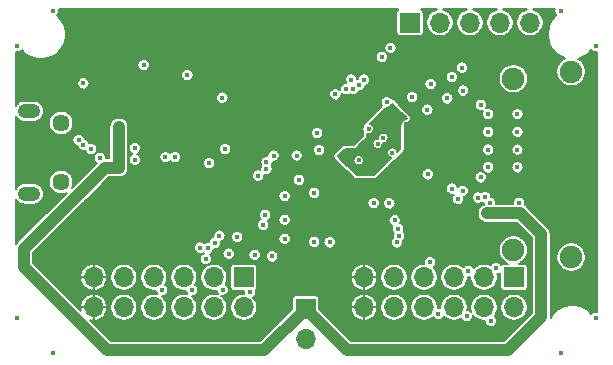
<source format=gbr>
G04 #@! TF.GenerationSoftware,KiCad,Pcbnew,5.1.5+dfsg1-2build2*
G04 #@! TF.CreationDate,2020-11-18T17:14:58+00:00*
G04 #@! TF.ProjectId,picodvi,7069636f-6476-4692-9e6b-696361645f70,rev?*
G04 #@! TF.SameCoordinates,Original*
G04 #@! TF.FileFunction,Copper,L3,Inr*
G04 #@! TF.FilePolarity,Positive*
%FSLAX46Y46*%
G04 Gerber Fmt 4.6, Leading zero omitted, Abs format (unit mm)*
G04 Created by KiCad (PCBNEW 5.1.5+dfsg1-2build2) date 2020-11-18 17:14:58*
%MOMM*%
%LPD*%
G04 APERTURE LIST*
%ADD10O,1.700000X1.700000*%
%ADD11R,1.700000X1.700000*%
%ADD12C,1.900000*%
%ADD13C,1.450000*%
%ADD14O,1.900000X1.200000*%
%ADD15C,0.450000*%
%ADD16C,1.000000*%
%ADD17C,0.200000*%
%ADD18C,0.130000*%
G04 APERTURE END LIST*
D10*
X229854760Y-110591600D03*
X229854760Y-108051600D03*
X232394760Y-110591600D03*
X232394760Y-108051600D03*
X234934760Y-110591600D03*
X234934760Y-108051600D03*
X237474760Y-110591600D03*
X237474760Y-108051600D03*
X240014760Y-110591600D03*
X240014760Y-108051600D03*
X242554760Y-110591600D03*
D11*
X242554760Y-108051600D03*
X233745000Y-86500000D03*
D10*
X236285000Y-86500000D03*
X238825000Y-86500000D03*
X241365000Y-86500000D03*
X243905000Y-86500000D03*
D12*
X247400000Y-90650000D03*
X247400000Y-106350000D03*
X242500000Y-91250000D03*
X242500000Y-105750000D03*
D13*
X204212500Y-95000000D03*
X204212500Y-100000000D03*
D14*
X201512500Y-94000000D03*
X201512500Y-101000000D03*
D11*
X219684600Y-108051600D03*
D10*
X219684600Y-110591600D03*
X217144600Y-108051600D03*
X217144600Y-110591600D03*
X214604600Y-108051600D03*
X214604600Y-110591600D03*
X212064600Y-108051600D03*
X212064600Y-110591600D03*
X209524600Y-108051600D03*
X209524600Y-110591600D03*
X206984600Y-108051600D03*
X206984600Y-110591600D03*
D11*
X224917000Y-110744000D03*
D10*
X224917000Y-113284000D03*
D15*
X233450000Y-95100000D03*
X233950000Y-97100000D03*
X228050000Y-96600000D03*
X226600000Y-96550000D03*
X231250000Y-101100000D03*
X230900000Y-93600000D03*
X231250000Y-100200000D03*
X229400000Y-98150000D03*
X213850000Y-95700000D03*
X213050000Y-95700000D03*
X236800000Y-103600000D03*
X205270000Y-103280000D03*
X222340000Y-100740000D03*
X222330000Y-101330000D03*
X213650000Y-90100000D03*
X221410000Y-106250000D03*
X231500000Y-96250000D03*
X242850000Y-94250000D03*
X242850000Y-95750000D03*
X242850000Y-97250000D03*
X242850000Y-98750000D03*
X240500000Y-101750000D03*
X243000000Y-101750000D03*
X230250000Y-95500000D03*
X231000000Y-96750000D03*
X232250000Y-97500000D03*
X206750000Y-97200000D03*
X207500000Y-97950000D03*
X213050000Y-97900000D03*
X213850000Y-97900000D03*
X235250000Y-99350000D03*
X232000000Y-101800000D03*
X230670000Y-101780000D03*
X238700000Y-107520000D03*
X223140000Y-103190000D03*
X221490000Y-102780000D03*
X238260000Y-92250000D03*
X237300000Y-91120000D03*
X238130000Y-90310000D03*
X232100000Y-88640000D03*
X233930000Y-92810000D03*
X228760000Y-91320000D03*
X227440000Y-92570000D03*
X217870000Y-92850000D03*
X237300000Y-100550000D03*
X249500000Y-88500000D03*
X246500000Y-85500000D03*
X203500000Y-85500000D03*
X200500000Y-88500000D03*
X200500000Y-111500000D03*
X203500000Y-114500000D03*
X246500000Y-114500000D03*
X249500000Y-111500000D03*
X225900000Y-95850000D03*
X226050000Y-97300000D03*
X210450000Y-97150000D03*
X210450000Y-98100000D03*
X224150000Y-97750000D03*
X224350000Y-99800000D03*
X220900000Y-99450000D03*
X226950000Y-105100000D03*
X236150000Y-111150000D03*
X238550000Y-111350000D03*
X240600000Y-111750000D03*
X222200000Y-97750000D03*
X218100000Y-97200000D03*
X216750000Y-98400000D03*
X235450000Y-106800000D03*
X241050000Y-107300000D03*
X240375000Y-94250000D03*
X240375000Y-95750000D03*
X240375000Y-97250000D03*
X240375000Y-98750000D03*
X239725000Y-99600000D03*
X238200000Y-100750000D03*
X239740000Y-93470000D03*
X235220000Y-93870000D03*
X236910000Y-92910000D03*
X235500000Y-91720000D03*
X220210000Y-109340000D03*
X217880000Y-109110000D03*
X215300000Y-109150000D03*
X215990000Y-105550000D03*
X212770000Y-109140000D03*
X220590000Y-106160000D03*
X225640000Y-105070000D03*
X225640000Y-100920000D03*
X222080000Y-106290000D03*
X231380000Y-89400000D03*
X223140000Y-101200000D03*
X223140000Y-104800000D03*
X232760748Y-94135960D03*
X228450000Y-97350000D03*
X230300000Y-99200000D03*
X229899992Y-98849992D03*
X232250000Y-93750000D03*
X228850000Y-97700000D03*
X209100000Y-95350000D03*
X209100000Y-98800008D03*
X240274970Y-102650000D03*
X205694939Y-96444939D03*
X221600000Y-98310000D03*
X206105061Y-96855061D03*
X221600000Y-98890000D03*
X232449924Y-103250000D03*
X232747577Y-103940827D03*
X232836118Y-104534271D03*
X232636352Y-105113951D03*
X216460000Y-106520000D03*
X216640000Y-105599992D03*
X218390000Y-106060000D03*
X217230000Y-105149982D03*
X219120033Y-104650000D03*
X217620000Y-104530000D03*
X237810000Y-101430000D03*
X211200000Y-90100000D03*
X231789782Y-93250010D03*
X221330000Y-103610000D03*
X214900000Y-90949996D03*
X228364132Y-92138145D03*
X206100000Y-91650000D03*
X239515574Y-101310625D03*
X229442458Y-91773935D03*
X240122355Y-101280994D03*
X229836335Y-91321304D03*
X228964140Y-92136186D03*
D16*
X209100000Y-95350000D02*
X209100000Y-98800008D01*
X240593168Y-102650000D02*
X240274970Y-102650000D01*
X242049998Y-114250000D02*
X244850000Y-111449998D01*
X243100000Y-102650000D02*
X240593168Y-102650000D01*
X244850000Y-111449998D02*
X244850000Y-104400000D01*
X244850000Y-104400000D02*
X243100000Y-102650000D01*
X207944994Y-98800008D02*
X209100000Y-98800008D01*
X201041000Y-105704002D02*
X207944994Y-98800008D01*
X201041000Y-107188000D02*
X201041000Y-105704002D01*
X224917000Y-110744000D02*
X221411000Y-114250000D01*
X208103000Y-114250000D02*
X201041000Y-107188000D01*
X221411000Y-114250000D02*
X208103000Y-114250000D01*
X224917000Y-110744000D02*
X224944000Y-110744000D01*
X228450000Y-114250000D02*
X242049998Y-114250000D01*
X224944000Y-110744000D02*
X228450000Y-114250000D01*
D17*
G36*
X232727523Y-85399353D02*
G01*
X232681842Y-85436842D01*
X232644353Y-85482523D01*
X232616496Y-85534640D01*
X232599341Y-85591190D01*
X232593549Y-85650000D01*
X232593549Y-87350000D01*
X232599341Y-87408810D01*
X232616496Y-87465360D01*
X232644353Y-87517477D01*
X232681842Y-87563158D01*
X232727523Y-87600647D01*
X232779640Y-87628504D01*
X232836190Y-87645659D01*
X232895000Y-87651451D01*
X234595000Y-87651451D01*
X234653810Y-87645659D01*
X234710360Y-87628504D01*
X234762477Y-87600647D01*
X234808158Y-87563158D01*
X234845647Y-87517477D01*
X234873504Y-87465360D01*
X234890659Y-87408810D01*
X234896451Y-87350000D01*
X234896451Y-85650000D01*
X234890659Y-85591190D01*
X234873504Y-85534640D01*
X234845647Y-85482523D01*
X234808158Y-85436842D01*
X234762477Y-85399353D01*
X234716916Y-85375000D01*
X236046052Y-85375000D01*
X235949557Y-85394194D01*
X235740271Y-85480884D01*
X235551918Y-85606737D01*
X235391737Y-85766918D01*
X235265884Y-85955271D01*
X235179194Y-86164557D01*
X235135000Y-86386735D01*
X235135000Y-86613265D01*
X235179194Y-86835443D01*
X235265884Y-87044729D01*
X235391737Y-87233082D01*
X235551918Y-87393263D01*
X235740271Y-87519116D01*
X235949557Y-87605806D01*
X236171735Y-87650000D01*
X236398265Y-87650000D01*
X236620443Y-87605806D01*
X236829729Y-87519116D01*
X237018082Y-87393263D01*
X237178263Y-87233082D01*
X237304116Y-87044729D01*
X237390806Y-86835443D01*
X237435000Y-86613265D01*
X237435000Y-86386735D01*
X237390806Y-86164557D01*
X237304116Y-85955271D01*
X237178263Y-85766918D01*
X237018082Y-85606737D01*
X236829729Y-85480884D01*
X236620443Y-85394194D01*
X236523948Y-85375000D01*
X238586052Y-85375000D01*
X238489557Y-85394194D01*
X238280271Y-85480884D01*
X238091918Y-85606737D01*
X237931737Y-85766918D01*
X237805884Y-85955271D01*
X237719194Y-86164557D01*
X237675000Y-86386735D01*
X237675000Y-86613265D01*
X237719194Y-86835443D01*
X237805884Y-87044729D01*
X237931737Y-87233082D01*
X238091918Y-87393263D01*
X238280271Y-87519116D01*
X238489557Y-87605806D01*
X238711735Y-87650000D01*
X238938265Y-87650000D01*
X239160443Y-87605806D01*
X239369729Y-87519116D01*
X239558082Y-87393263D01*
X239718263Y-87233082D01*
X239844116Y-87044729D01*
X239930806Y-86835443D01*
X239975000Y-86613265D01*
X239975000Y-86386735D01*
X239930806Y-86164557D01*
X239844116Y-85955271D01*
X239718263Y-85766918D01*
X239558082Y-85606737D01*
X239369729Y-85480884D01*
X239160443Y-85394194D01*
X239063948Y-85375000D01*
X241126052Y-85375000D01*
X241029557Y-85394194D01*
X240820271Y-85480884D01*
X240631918Y-85606737D01*
X240471737Y-85766918D01*
X240345884Y-85955271D01*
X240259194Y-86164557D01*
X240215000Y-86386735D01*
X240215000Y-86613265D01*
X240259194Y-86835443D01*
X240345884Y-87044729D01*
X240471737Y-87233082D01*
X240631918Y-87393263D01*
X240820271Y-87519116D01*
X241029557Y-87605806D01*
X241251735Y-87650000D01*
X241478265Y-87650000D01*
X241700443Y-87605806D01*
X241909729Y-87519116D01*
X242098082Y-87393263D01*
X242258263Y-87233082D01*
X242384116Y-87044729D01*
X242470806Y-86835443D01*
X242515000Y-86613265D01*
X242515000Y-86386735D01*
X242470806Y-86164557D01*
X242384116Y-85955271D01*
X242258263Y-85766918D01*
X242098082Y-85606737D01*
X241909729Y-85480884D01*
X241700443Y-85394194D01*
X241603948Y-85375000D01*
X243666052Y-85375000D01*
X243569557Y-85394194D01*
X243360271Y-85480884D01*
X243171918Y-85606737D01*
X243011737Y-85766918D01*
X242885884Y-85955271D01*
X242799194Y-86164557D01*
X242755000Y-86386735D01*
X242755000Y-86613265D01*
X242799194Y-86835443D01*
X242885884Y-87044729D01*
X243011737Y-87233082D01*
X243171918Y-87393263D01*
X243360271Y-87519116D01*
X243569557Y-87605806D01*
X243791735Y-87650000D01*
X244018265Y-87650000D01*
X244240443Y-87605806D01*
X244449729Y-87519116D01*
X244638082Y-87393263D01*
X244798263Y-87233082D01*
X244924116Y-87044729D01*
X245010806Y-86835443D01*
X245055000Y-86613265D01*
X245055000Y-86386735D01*
X245010806Y-86164557D01*
X244924116Y-85955271D01*
X244798263Y-85766918D01*
X244638082Y-85606737D01*
X244449729Y-85480884D01*
X244240443Y-85394194D01*
X244143948Y-85375000D01*
X245989579Y-85375000D01*
X245975000Y-85448292D01*
X245975000Y-85551708D01*
X245995176Y-85653137D01*
X246034751Y-85748681D01*
X246092206Y-85834668D01*
X246143845Y-85886307D01*
X245868823Y-86161328D01*
X245639004Y-86505277D01*
X245480702Y-86887453D01*
X245400000Y-87293168D01*
X245400000Y-87706832D01*
X245480702Y-88112547D01*
X245639004Y-88494723D01*
X245868823Y-88838672D01*
X246161328Y-89131177D01*
X246505277Y-89360996D01*
X246875402Y-89514306D01*
X246807903Y-89542265D01*
X246603172Y-89679062D01*
X246429062Y-89853172D01*
X246292265Y-90057903D01*
X246198037Y-90285389D01*
X246150000Y-90526886D01*
X246150000Y-90773114D01*
X246198037Y-91014611D01*
X246292265Y-91242097D01*
X246429062Y-91446828D01*
X246603172Y-91620938D01*
X246807903Y-91757735D01*
X247035389Y-91851963D01*
X247276886Y-91900000D01*
X247523114Y-91900000D01*
X247764611Y-91851963D01*
X247992097Y-91757735D01*
X248196828Y-91620938D01*
X248370938Y-91446828D01*
X248507735Y-91242097D01*
X248601963Y-91014611D01*
X248650000Y-90773114D01*
X248650000Y-90526886D01*
X248601963Y-90285389D01*
X248507735Y-90057903D01*
X248370938Y-89853172D01*
X248196828Y-89679062D01*
X247993241Y-89543029D01*
X248112547Y-89519298D01*
X248494723Y-89360996D01*
X248838672Y-89131177D01*
X249113694Y-88856156D01*
X249165332Y-88907794D01*
X249251319Y-88965249D01*
X249346863Y-89004824D01*
X249448292Y-89025000D01*
X249551708Y-89025000D01*
X249625000Y-89010421D01*
X249625001Y-110989579D01*
X249551708Y-110975000D01*
X249448292Y-110975000D01*
X249346863Y-110995176D01*
X249251319Y-111034751D01*
X249165332Y-111092206D01*
X249113694Y-111143845D01*
X248838672Y-110868823D01*
X248494723Y-110639004D01*
X248112547Y-110480702D01*
X247706832Y-110400000D01*
X247293168Y-110400000D01*
X246887453Y-110480702D01*
X246505277Y-110639004D01*
X246161328Y-110868823D01*
X245868823Y-111161328D01*
X245650054Y-111488739D01*
X245653870Y-111449998D01*
X245650000Y-111410707D01*
X245650000Y-106226886D01*
X246150000Y-106226886D01*
X246150000Y-106473114D01*
X246198037Y-106714611D01*
X246292265Y-106942097D01*
X246429062Y-107146828D01*
X246603172Y-107320938D01*
X246807903Y-107457735D01*
X247035389Y-107551963D01*
X247276886Y-107600000D01*
X247523114Y-107600000D01*
X247764611Y-107551963D01*
X247992097Y-107457735D01*
X248196828Y-107320938D01*
X248370938Y-107146828D01*
X248507735Y-106942097D01*
X248601963Y-106714611D01*
X248650000Y-106473114D01*
X248650000Y-106226886D01*
X248601963Y-105985389D01*
X248507735Y-105757903D01*
X248370938Y-105553172D01*
X248196828Y-105379062D01*
X247992097Y-105242265D01*
X247764611Y-105148037D01*
X247523114Y-105100000D01*
X247276886Y-105100000D01*
X247035389Y-105148037D01*
X246807903Y-105242265D01*
X246603172Y-105379062D01*
X246429062Y-105553172D01*
X246292265Y-105757903D01*
X246198037Y-105985389D01*
X246150000Y-106226886D01*
X245650000Y-106226886D01*
X245650000Y-104439291D01*
X245653870Y-104400000D01*
X245650000Y-104360707D01*
X245638424Y-104243173D01*
X245592679Y-104092372D01*
X245518393Y-103953393D01*
X245465644Y-103889119D01*
X245418422Y-103831578D01*
X245387897Y-103806527D01*
X243693473Y-102112103D01*
X243668422Y-102081578D01*
X243546606Y-101981607D01*
X243485787Y-101949098D01*
X243504824Y-101903137D01*
X243525000Y-101801708D01*
X243525000Y-101698292D01*
X243504824Y-101596863D01*
X243465249Y-101501319D01*
X243407794Y-101415332D01*
X243334668Y-101342206D01*
X243248681Y-101284751D01*
X243153137Y-101245176D01*
X243051708Y-101225000D01*
X242948292Y-101225000D01*
X242846863Y-101245176D01*
X242751319Y-101284751D01*
X242665332Y-101342206D01*
X242592206Y-101415332D01*
X242534751Y-101501319D01*
X242495176Y-101596863D01*
X242475000Y-101698292D01*
X242475000Y-101801708D01*
X242484606Y-101850000D01*
X241015394Y-101850000D01*
X241025000Y-101801708D01*
X241025000Y-101698292D01*
X241004824Y-101596863D01*
X240965249Y-101501319D01*
X240907794Y-101415332D01*
X240834668Y-101342206D01*
X240748681Y-101284751D01*
X240653137Y-101245176D01*
X240647355Y-101244026D01*
X240647355Y-101229286D01*
X240627179Y-101127857D01*
X240587604Y-101032313D01*
X240530149Y-100946326D01*
X240457023Y-100873200D01*
X240371036Y-100815745D01*
X240275492Y-100776170D01*
X240174063Y-100755994D01*
X240070647Y-100755994D01*
X239969218Y-100776170D01*
X239873674Y-100815745D01*
X239796792Y-100867116D01*
X239764255Y-100845376D01*
X239668711Y-100805801D01*
X239567282Y-100785625D01*
X239463866Y-100785625D01*
X239362437Y-100805801D01*
X239266893Y-100845376D01*
X239180906Y-100902831D01*
X239107780Y-100975957D01*
X239050325Y-101061944D01*
X239010750Y-101157488D01*
X238990574Y-101258917D01*
X238990574Y-101362333D01*
X239010750Y-101463762D01*
X239050325Y-101559306D01*
X239107780Y-101645293D01*
X239180906Y-101718419D01*
X239266893Y-101775874D01*
X239362437Y-101815449D01*
X239463866Y-101835625D01*
X239567282Y-101835625D01*
X239668711Y-101815449D01*
X239764255Y-101775874D01*
X239841137Y-101724503D01*
X239873674Y-101746243D01*
X239969218Y-101785818D01*
X239975000Y-101786968D01*
X239975000Y-101801708D01*
X239994377Y-101899120D01*
X239967342Y-101907321D01*
X239828364Y-101981607D01*
X239706548Y-102081578D01*
X239606577Y-102203394D01*
X239532291Y-102342372D01*
X239486546Y-102493173D01*
X239471100Y-102650000D01*
X239486546Y-102806827D01*
X239532291Y-102957628D01*
X239606577Y-103096606D01*
X239706548Y-103218422D01*
X239828364Y-103318393D01*
X239967342Y-103392679D01*
X240118143Y-103438424D01*
X240235677Y-103450000D01*
X242768630Y-103450000D01*
X244050001Y-104731371D01*
X244050000Y-111118628D01*
X241718628Y-113450000D01*
X228781370Y-113450000D01*
X226127519Y-110796149D01*
X228723097Y-110796149D01*
X228784747Y-111012995D01*
X228887517Y-111213647D01*
X229027458Y-111390394D01*
X229199191Y-111536444D01*
X229396117Y-111646184D01*
X229610669Y-111715397D01*
X229650211Y-111723262D01*
X229829760Y-111666309D01*
X229829760Y-110616600D01*
X229879760Y-110616600D01*
X229879760Y-111666309D01*
X230059309Y-111723262D01*
X230098851Y-111715397D01*
X230313403Y-111646184D01*
X230510329Y-111536444D01*
X230682062Y-111390394D01*
X230822003Y-111213647D01*
X230924773Y-111012995D01*
X230986423Y-110796149D01*
X230929489Y-110616600D01*
X229879760Y-110616600D01*
X229829760Y-110616600D01*
X228780031Y-110616600D01*
X228723097Y-110796149D01*
X226127519Y-110796149D01*
X226068451Y-110737081D01*
X226068451Y-110387051D01*
X228723097Y-110387051D01*
X228780031Y-110566600D01*
X229829760Y-110566600D01*
X229829760Y-109516891D01*
X229879760Y-109516891D01*
X229879760Y-110566600D01*
X230929489Y-110566600D01*
X230957477Y-110478335D01*
X231244760Y-110478335D01*
X231244760Y-110704865D01*
X231288954Y-110927043D01*
X231375644Y-111136329D01*
X231501497Y-111324682D01*
X231661678Y-111484863D01*
X231850031Y-111610716D01*
X232059317Y-111697406D01*
X232281495Y-111741600D01*
X232508025Y-111741600D01*
X232730203Y-111697406D01*
X232939489Y-111610716D01*
X233127842Y-111484863D01*
X233288023Y-111324682D01*
X233413876Y-111136329D01*
X233500566Y-110927043D01*
X233544760Y-110704865D01*
X233544760Y-110478335D01*
X233784760Y-110478335D01*
X233784760Y-110704865D01*
X233828954Y-110927043D01*
X233915644Y-111136329D01*
X234041497Y-111324682D01*
X234201678Y-111484863D01*
X234390031Y-111610716D01*
X234599317Y-111697406D01*
X234821495Y-111741600D01*
X235048025Y-111741600D01*
X235270203Y-111697406D01*
X235479489Y-111610716D01*
X235667842Y-111484863D01*
X235712498Y-111440207D01*
X235742206Y-111484668D01*
X235815332Y-111557794D01*
X235901319Y-111615249D01*
X235996863Y-111654824D01*
X236098292Y-111675000D01*
X236201708Y-111675000D01*
X236303137Y-111654824D01*
X236398681Y-111615249D01*
X236484668Y-111557794D01*
X236557794Y-111484668D01*
X236615249Y-111398681D01*
X236627037Y-111370222D01*
X236741678Y-111484863D01*
X236930031Y-111610716D01*
X237139317Y-111697406D01*
X237361495Y-111741600D01*
X237588025Y-111741600D01*
X237810203Y-111697406D01*
X238019489Y-111610716D01*
X238074509Y-111573953D01*
X238084751Y-111598681D01*
X238142206Y-111684668D01*
X238215332Y-111757794D01*
X238301319Y-111815249D01*
X238396863Y-111854824D01*
X238498292Y-111875000D01*
X238601708Y-111875000D01*
X238703137Y-111854824D01*
X238798681Y-111815249D01*
X238884668Y-111757794D01*
X238957794Y-111684668D01*
X239015249Y-111598681D01*
X239054824Y-111503137D01*
X239075000Y-111401708D01*
X239075000Y-111298292D01*
X239062765Y-111236783D01*
X239121497Y-111324682D01*
X239281678Y-111484863D01*
X239470031Y-111610716D01*
X239679317Y-111697406D01*
X239901495Y-111741600D01*
X240075000Y-111741600D01*
X240075000Y-111801708D01*
X240095176Y-111903137D01*
X240134751Y-111998681D01*
X240192206Y-112084668D01*
X240265332Y-112157794D01*
X240351319Y-112215249D01*
X240446863Y-112254824D01*
X240548292Y-112275000D01*
X240651708Y-112275000D01*
X240753137Y-112254824D01*
X240848681Y-112215249D01*
X240934668Y-112157794D01*
X241007794Y-112084668D01*
X241065249Y-111998681D01*
X241104824Y-111903137D01*
X241125000Y-111801708D01*
X241125000Y-111698292D01*
X241104824Y-111596863D01*
X241065249Y-111501319D01*
X241007794Y-111415332D01*
X240934668Y-111342206D01*
X240908152Y-111324489D01*
X241033876Y-111136329D01*
X241120566Y-110927043D01*
X241164760Y-110704865D01*
X241164760Y-110478335D01*
X241404760Y-110478335D01*
X241404760Y-110704865D01*
X241448954Y-110927043D01*
X241535644Y-111136329D01*
X241661497Y-111324682D01*
X241821678Y-111484863D01*
X242010031Y-111610716D01*
X242219317Y-111697406D01*
X242441495Y-111741600D01*
X242668025Y-111741600D01*
X242890203Y-111697406D01*
X243099489Y-111610716D01*
X243287842Y-111484863D01*
X243448023Y-111324682D01*
X243573876Y-111136329D01*
X243660566Y-110927043D01*
X243704760Y-110704865D01*
X243704760Y-110478335D01*
X243660566Y-110256157D01*
X243573876Y-110046871D01*
X243448023Y-109858518D01*
X243287842Y-109698337D01*
X243099489Y-109572484D01*
X242890203Y-109485794D01*
X242668025Y-109441600D01*
X242441495Y-109441600D01*
X242219317Y-109485794D01*
X242010031Y-109572484D01*
X241821678Y-109698337D01*
X241661497Y-109858518D01*
X241535644Y-110046871D01*
X241448954Y-110256157D01*
X241404760Y-110478335D01*
X241164760Y-110478335D01*
X241120566Y-110256157D01*
X241033876Y-110046871D01*
X240908023Y-109858518D01*
X240747842Y-109698337D01*
X240559489Y-109572484D01*
X240350203Y-109485794D01*
X240128025Y-109441600D01*
X239901495Y-109441600D01*
X239679317Y-109485794D01*
X239470031Y-109572484D01*
X239281678Y-109698337D01*
X239121497Y-109858518D01*
X238995644Y-110046871D01*
X238908954Y-110256157D01*
X238864760Y-110478335D01*
X238864760Y-110704865D01*
X238908954Y-110927043D01*
X238936849Y-110994387D01*
X238884668Y-110942206D01*
X238798681Y-110884751D01*
X238703137Y-110845176D01*
X238601708Y-110825000D01*
X238600864Y-110825000D01*
X238624760Y-110704865D01*
X238624760Y-110478335D01*
X238580566Y-110256157D01*
X238493876Y-110046871D01*
X238368023Y-109858518D01*
X238207842Y-109698337D01*
X238019489Y-109572484D01*
X237810203Y-109485794D01*
X237588025Y-109441600D01*
X237361495Y-109441600D01*
X237139317Y-109485794D01*
X236930031Y-109572484D01*
X236741678Y-109698337D01*
X236581497Y-109858518D01*
X236455644Y-110046871D01*
X236368954Y-110256157D01*
X236324760Y-110478335D01*
X236324760Y-110654132D01*
X236303137Y-110645176D01*
X236201708Y-110625000D01*
X236098292Y-110625000D01*
X236084760Y-110627692D01*
X236084760Y-110478335D01*
X236040566Y-110256157D01*
X235953876Y-110046871D01*
X235828023Y-109858518D01*
X235667842Y-109698337D01*
X235479489Y-109572484D01*
X235270203Y-109485794D01*
X235048025Y-109441600D01*
X234821495Y-109441600D01*
X234599317Y-109485794D01*
X234390031Y-109572484D01*
X234201678Y-109698337D01*
X234041497Y-109858518D01*
X233915644Y-110046871D01*
X233828954Y-110256157D01*
X233784760Y-110478335D01*
X233544760Y-110478335D01*
X233500566Y-110256157D01*
X233413876Y-110046871D01*
X233288023Y-109858518D01*
X233127842Y-109698337D01*
X232939489Y-109572484D01*
X232730203Y-109485794D01*
X232508025Y-109441600D01*
X232281495Y-109441600D01*
X232059317Y-109485794D01*
X231850031Y-109572484D01*
X231661678Y-109698337D01*
X231501497Y-109858518D01*
X231375644Y-110046871D01*
X231288954Y-110256157D01*
X231244760Y-110478335D01*
X230957477Y-110478335D01*
X230986423Y-110387051D01*
X230924773Y-110170205D01*
X230822003Y-109969553D01*
X230682062Y-109792806D01*
X230510329Y-109646756D01*
X230313403Y-109537016D01*
X230098851Y-109467803D01*
X230059309Y-109459938D01*
X229879760Y-109516891D01*
X229829760Y-109516891D01*
X229650211Y-109459938D01*
X229610669Y-109467803D01*
X229396117Y-109537016D01*
X229199191Y-109646756D01*
X229027458Y-109792806D01*
X228887517Y-109969553D01*
X228784747Y-110170205D01*
X228723097Y-110387051D01*
X226068451Y-110387051D01*
X226068451Y-109894000D01*
X226062659Y-109835190D01*
X226045504Y-109778640D01*
X226017647Y-109726523D01*
X225980158Y-109680842D01*
X225934477Y-109643353D01*
X225882360Y-109615496D01*
X225825810Y-109598341D01*
X225767000Y-109592549D01*
X224067000Y-109592549D01*
X224008190Y-109598341D01*
X223951640Y-109615496D01*
X223899523Y-109643353D01*
X223853842Y-109680842D01*
X223816353Y-109726523D01*
X223788496Y-109778640D01*
X223771341Y-109835190D01*
X223765549Y-109894000D01*
X223765549Y-110764081D01*
X221079630Y-113450000D01*
X208434371Y-113450000D01*
X206680366Y-111695995D01*
X206740509Y-111715397D01*
X206780051Y-111723262D01*
X206959600Y-111666309D01*
X206959600Y-110616600D01*
X207009600Y-110616600D01*
X207009600Y-111666309D01*
X207189149Y-111723262D01*
X207228691Y-111715397D01*
X207443243Y-111646184D01*
X207640169Y-111536444D01*
X207811902Y-111390394D01*
X207951843Y-111213647D01*
X208054613Y-111012995D01*
X208116263Y-110796149D01*
X208059329Y-110616600D01*
X207009600Y-110616600D01*
X206959600Y-110616600D01*
X205909871Y-110616600D01*
X205852937Y-110796149D01*
X205881704Y-110897333D01*
X205371422Y-110387051D01*
X205852937Y-110387051D01*
X205909871Y-110566600D01*
X206959600Y-110566600D01*
X206959600Y-109516891D01*
X207009600Y-109516891D01*
X207009600Y-110566600D01*
X208059329Y-110566600D01*
X208087317Y-110478335D01*
X208374600Y-110478335D01*
X208374600Y-110704865D01*
X208418794Y-110927043D01*
X208505484Y-111136329D01*
X208631337Y-111324682D01*
X208791518Y-111484863D01*
X208979871Y-111610716D01*
X209189157Y-111697406D01*
X209411335Y-111741600D01*
X209637865Y-111741600D01*
X209860043Y-111697406D01*
X210069329Y-111610716D01*
X210257682Y-111484863D01*
X210417863Y-111324682D01*
X210543716Y-111136329D01*
X210630406Y-110927043D01*
X210674600Y-110704865D01*
X210674600Y-110478335D01*
X210630406Y-110256157D01*
X210543716Y-110046871D01*
X210417863Y-109858518D01*
X210257682Y-109698337D01*
X210069329Y-109572484D01*
X209860043Y-109485794D01*
X209637865Y-109441600D01*
X209411335Y-109441600D01*
X209189157Y-109485794D01*
X208979871Y-109572484D01*
X208791518Y-109698337D01*
X208631337Y-109858518D01*
X208505484Y-110046871D01*
X208418794Y-110256157D01*
X208374600Y-110478335D01*
X208087317Y-110478335D01*
X208116263Y-110387051D01*
X208054613Y-110170205D01*
X207951843Y-109969553D01*
X207811902Y-109792806D01*
X207640169Y-109646756D01*
X207443243Y-109537016D01*
X207228691Y-109467803D01*
X207189149Y-109459938D01*
X207009600Y-109516891D01*
X206959600Y-109516891D01*
X206780051Y-109459938D01*
X206740509Y-109467803D01*
X206525957Y-109537016D01*
X206329031Y-109646756D01*
X206157298Y-109792806D01*
X206017357Y-109969553D01*
X205914587Y-110170205D01*
X205852937Y-110387051D01*
X205371422Y-110387051D01*
X203240520Y-108256149D01*
X205852937Y-108256149D01*
X205914587Y-108472995D01*
X206017357Y-108673647D01*
X206157298Y-108850394D01*
X206329031Y-108996444D01*
X206525957Y-109106184D01*
X206740509Y-109175397D01*
X206780051Y-109183262D01*
X206959600Y-109126309D01*
X206959600Y-108076600D01*
X207009600Y-108076600D01*
X207009600Y-109126309D01*
X207189149Y-109183262D01*
X207228691Y-109175397D01*
X207443243Y-109106184D01*
X207640169Y-108996444D01*
X207811902Y-108850394D01*
X207951843Y-108673647D01*
X208054613Y-108472995D01*
X208116263Y-108256149D01*
X208059329Y-108076600D01*
X207009600Y-108076600D01*
X206959600Y-108076600D01*
X205909871Y-108076600D01*
X205852937Y-108256149D01*
X203240520Y-108256149D01*
X202831422Y-107847051D01*
X205852937Y-107847051D01*
X205909871Y-108026600D01*
X206959600Y-108026600D01*
X206959600Y-106976891D01*
X207009600Y-106976891D01*
X207009600Y-108026600D01*
X208059329Y-108026600D01*
X208087317Y-107938335D01*
X208374600Y-107938335D01*
X208374600Y-108164865D01*
X208418794Y-108387043D01*
X208505484Y-108596329D01*
X208631337Y-108784682D01*
X208791518Y-108944863D01*
X208979871Y-109070716D01*
X209189157Y-109157406D01*
X209411335Y-109201600D01*
X209637865Y-109201600D01*
X209860043Y-109157406D01*
X210069329Y-109070716D01*
X210257682Y-108944863D01*
X210417863Y-108784682D01*
X210543716Y-108596329D01*
X210630406Y-108387043D01*
X210674600Y-108164865D01*
X210674600Y-107938335D01*
X210914600Y-107938335D01*
X210914600Y-108164865D01*
X210958794Y-108387043D01*
X211045484Y-108596329D01*
X211171337Y-108784682D01*
X211331518Y-108944863D01*
X211519871Y-109070716D01*
X211729157Y-109157406D01*
X211951335Y-109201600D01*
X212177865Y-109201600D01*
X212245000Y-109188246D01*
X212245000Y-109191708D01*
X212265176Y-109293137D01*
X212304751Y-109388681D01*
X212362206Y-109474668D01*
X212366700Y-109479162D01*
X212177865Y-109441600D01*
X211951335Y-109441600D01*
X211729157Y-109485794D01*
X211519871Y-109572484D01*
X211331518Y-109698337D01*
X211171337Y-109858518D01*
X211045484Y-110046871D01*
X210958794Y-110256157D01*
X210914600Y-110478335D01*
X210914600Y-110704865D01*
X210958794Y-110927043D01*
X211045484Y-111136329D01*
X211171337Y-111324682D01*
X211331518Y-111484863D01*
X211519871Y-111610716D01*
X211729157Y-111697406D01*
X211951335Y-111741600D01*
X212177865Y-111741600D01*
X212400043Y-111697406D01*
X212609329Y-111610716D01*
X212797682Y-111484863D01*
X212957863Y-111324682D01*
X213083716Y-111136329D01*
X213170406Y-110927043D01*
X213214600Y-110704865D01*
X213214600Y-110478335D01*
X213170406Y-110256157D01*
X213083716Y-110046871D01*
X212957863Y-109858518D01*
X212797682Y-109698337D01*
X212747789Y-109665000D01*
X212821708Y-109665000D01*
X212923137Y-109644824D01*
X213018681Y-109605249D01*
X213104668Y-109547794D01*
X213177794Y-109474668D01*
X213235249Y-109388681D01*
X213274824Y-109293137D01*
X213295000Y-109191708D01*
X213295000Y-109088292D01*
X213274824Y-108986863D01*
X213235249Y-108891319D01*
X213177794Y-108805332D01*
X213104668Y-108732206D01*
X213027416Y-108680588D01*
X213083716Y-108596329D01*
X213170406Y-108387043D01*
X213214600Y-108164865D01*
X213214600Y-107938335D01*
X213454600Y-107938335D01*
X213454600Y-108164865D01*
X213498794Y-108387043D01*
X213585484Y-108596329D01*
X213711337Y-108784682D01*
X213871518Y-108944863D01*
X214059871Y-109070716D01*
X214269157Y-109157406D01*
X214491335Y-109201600D01*
X214717865Y-109201600D01*
X214775000Y-109190235D01*
X214775000Y-109201708D01*
X214795176Y-109303137D01*
X214834751Y-109398681D01*
X214885741Y-109474993D01*
X214717865Y-109441600D01*
X214491335Y-109441600D01*
X214269157Y-109485794D01*
X214059871Y-109572484D01*
X213871518Y-109698337D01*
X213711337Y-109858518D01*
X213585484Y-110046871D01*
X213498794Y-110256157D01*
X213454600Y-110478335D01*
X213454600Y-110704865D01*
X213498794Y-110927043D01*
X213585484Y-111136329D01*
X213711337Y-111324682D01*
X213871518Y-111484863D01*
X214059871Y-111610716D01*
X214269157Y-111697406D01*
X214491335Y-111741600D01*
X214717865Y-111741600D01*
X214940043Y-111697406D01*
X215149329Y-111610716D01*
X215337682Y-111484863D01*
X215497863Y-111324682D01*
X215623716Y-111136329D01*
X215710406Y-110927043D01*
X215754600Y-110704865D01*
X215754600Y-110478335D01*
X215710406Y-110256157D01*
X215623716Y-110046871D01*
X215497863Y-109858518D01*
X215337682Y-109698337D01*
X215302756Y-109675000D01*
X215351708Y-109675000D01*
X215453137Y-109654824D01*
X215548681Y-109615249D01*
X215634668Y-109557794D01*
X215707794Y-109484668D01*
X215765249Y-109398681D01*
X215804824Y-109303137D01*
X215825000Y-109201708D01*
X215825000Y-109098292D01*
X215804824Y-108996863D01*
X215765249Y-108901319D01*
X215707794Y-108815332D01*
X215634668Y-108742206D01*
X215559710Y-108692121D01*
X215623716Y-108596329D01*
X215710406Y-108387043D01*
X215754600Y-108164865D01*
X215754600Y-107938335D01*
X215994600Y-107938335D01*
X215994600Y-108164865D01*
X216038794Y-108387043D01*
X216125484Y-108596329D01*
X216251337Y-108784682D01*
X216411518Y-108944863D01*
X216599871Y-109070716D01*
X216809157Y-109157406D01*
X217031335Y-109201600D01*
X217257865Y-109201600D01*
X217358936Y-109181496D01*
X217375176Y-109263137D01*
X217414751Y-109358681D01*
X217472206Y-109444668D01*
X217536871Y-109509333D01*
X217480043Y-109485794D01*
X217257865Y-109441600D01*
X217031335Y-109441600D01*
X216809157Y-109485794D01*
X216599871Y-109572484D01*
X216411518Y-109698337D01*
X216251337Y-109858518D01*
X216125484Y-110046871D01*
X216038794Y-110256157D01*
X215994600Y-110478335D01*
X215994600Y-110704865D01*
X216038794Y-110927043D01*
X216125484Y-111136329D01*
X216251337Y-111324682D01*
X216411518Y-111484863D01*
X216599871Y-111610716D01*
X216809157Y-111697406D01*
X217031335Y-111741600D01*
X217257865Y-111741600D01*
X217480043Y-111697406D01*
X217689329Y-111610716D01*
X217877682Y-111484863D01*
X218037863Y-111324682D01*
X218163716Y-111136329D01*
X218250406Y-110927043D01*
X218294600Y-110704865D01*
X218294600Y-110478335D01*
X218250406Y-110256157D01*
X218163716Y-110046871D01*
X218037863Y-109858518D01*
X217877682Y-109698337D01*
X217763646Y-109622141D01*
X217828292Y-109635000D01*
X217931708Y-109635000D01*
X218033137Y-109614824D01*
X218128681Y-109575249D01*
X218214668Y-109517794D01*
X218287794Y-109444668D01*
X218345249Y-109358681D01*
X218384824Y-109263137D01*
X218405000Y-109161708D01*
X218405000Y-109058292D01*
X218384824Y-108956863D01*
X218345249Y-108861319D01*
X218287794Y-108775332D01*
X218214668Y-108702206D01*
X218130534Y-108645989D01*
X218163716Y-108596329D01*
X218250406Y-108387043D01*
X218294600Y-108164865D01*
X218294600Y-107938335D01*
X218250406Y-107716157D01*
X218163716Y-107506871D01*
X218037863Y-107318518D01*
X217920945Y-107201600D01*
X218533149Y-107201600D01*
X218533149Y-108901600D01*
X218538941Y-108960410D01*
X218556096Y-109016960D01*
X218583953Y-109069077D01*
X218621442Y-109114758D01*
X218667123Y-109152247D01*
X218719240Y-109180104D01*
X218775790Y-109197259D01*
X218834600Y-109203051D01*
X219701956Y-109203051D01*
X219685000Y-109288292D01*
X219685000Y-109391708D01*
X219694924Y-109441600D01*
X219571335Y-109441600D01*
X219349157Y-109485794D01*
X219139871Y-109572484D01*
X218951518Y-109698337D01*
X218791337Y-109858518D01*
X218665484Y-110046871D01*
X218578794Y-110256157D01*
X218534600Y-110478335D01*
X218534600Y-110704865D01*
X218578794Y-110927043D01*
X218665484Y-111136329D01*
X218791337Y-111324682D01*
X218951518Y-111484863D01*
X219139871Y-111610716D01*
X219349157Y-111697406D01*
X219571335Y-111741600D01*
X219797865Y-111741600D01*
X220020043Y-111697406D01*
X220229329Y-111610716D01*
X220417682Y-111484863D01*
X220577863Y-111324682D01*
X220703716Y-111136329D01*
X220790406Y-110927043D01*
X220834600Y-110704865D01*
X220834600Y-110478335D01*
X220790406Y-110256157D01*
X220703716Y-110046871D01*
X220577863Y-109858518D01*
X220498193Y-109778848D01*
X220544668Y-109747794D01*
X220617794Y-109674668D01*
X220675249Y-109588681D01*
X220714824Y-109493137D01*
X220735000Y-109391708D01*
X220735000Y-109288292D01*
X220714824Y-109186863D01*
X220700774Y-109152943D01*
X220702077Y-109152247D01*
X220747758Y-109114758D01*
X220785247Y-109069077D01*
X220813104Y-109016960D01*
X220830259Y-108960410D01*
X220836051Y-108901600D01*
X220836051Y-108256149D01*
X228723097Y-108256149D01*
X228784747Y-108472995D01*
X228887517Y-108673647D01*
X229027458Y-108850394D01*
X229199191Y-108996444D01*
X229396117Y-109106184D01*
X229610669Y-109175397D01*
X229650211Y-109183262D01*
X229829760Y-109126309D01*
X229829760Y-108076600D01*
X229879760Y-108076600D01*
X229879760Y-109126309D01*
X230059309Y-109183262D01*
X230098851Y-109175397D01*
X230313403Y-109106184D01*
X230510329Y-108996444D01*
X230682062Y-108850394D01*
X230822003Y-108673647D01*
X230924773Y-108472995D01*
X230986423Y-108256149D01*
X230929489Y-108076600D01*
X229879760Y-108076600D01*
X229829760Y-108076600D01*
X228780031Y-108076600D01*
X228723097Y-108256149D01*
X220836051Y-108256149D01*
X220836051Y-107847051D01*
X228723097Y-107847051D01*
X228780031Y-108026600D01*
X229829760Y-108026600D01*
X229829760Y-106976891D01*
X229879760Y-106976891D01*
X229879760Y-108026600D01*
X230929489Y-108026600D01*
X230957477Y-107938335D01*
X231244760Y-107938335D01*
X231244760Y-108164865D01*
X231288954Y-108387043D01*
X231375644Y-108596329D01*
X231501497Y-108784682D01*
X231661678Y-108944863D01*
X231850031Y-109070716D01*
X232059317Y-109157406D01*
X232281495Y-109201600D01*
X232508025Y-109201600D01*
X232730203Y-109157406D01*
X232939489Y-109070716D01*
X233127842Y-108944863D01*
X233288023Y-108784682D01*
X233413876Y-108596329D01*
X233500566Y-108387043D01*
X233544760Y-108164865D01*
X233544760Y-107938335D01*
X233784760Y-107938335D01*
X233784760Y-108164865D01*
X233828954Y-108387043D01*
X233915644Y-108596329D01*
X234041497Y-108784682D01*
X234201678Y-108944863D01*
X234390031Y-109070716D01*
X234599317Y-109157406D01*
X234821495Y-109201600D01*
X235048025Y-109201600D01*
X235270203Y-109157406D01*
X235479489Y-109070716D01*
X235667842Y-108944863D01*
X235828023Y-108784682D01*
X235953876Y-108596329D01*
X236040566Y-108387043D01*
X236084760Y-108164865D01*
X236084760Y-107938335D01*
X236324760Y-107938335D01*
X236324760Y-108164865D01*
X236368954Y-108387043D01*
X236455644Y-108596329D01*
X236581497Y-108784682D01*
X236741678Y-108944863D01*
X236930031Y-109070716D01*
X237139317Y-109157406D01*
X237361495Y-109201600D01*
X237588025Y-109201600D01*
X237810203Y-109157406D01*
X238019489Y-109070716D01*
X238207842Y-108944863D01*
X238368023Y-108784682D01*
X238493876Y-108596329D01*
X238580566Y-108387043D01*
X238624760Y-108164865D01*
X238624760Y-108040319D01*
X238648292Y-108045000D01*
X238751708Y-108045000D01*
X238853137Y-108024824D01*
X238864760Y-108020010D01*
X238864760Y-108164865D01*
X238908954Y-108387043D01*
X238995644Y-108596329D01*
X239121497Y-108784682D01*
X239281678Y-108944863D01*
X239470031Y-109070716D01*
X239679317Y-109157406D01*
X239901495Y-109201600D01*
X240128025Y-109201600D01*
X240350203Y-109157406D01*
X240559489Y-109070716D01*
X240747842Y-108944863D01*
X240908023Y-108784682D01*
X241033876Y-108596329D01*
X241120566Y-108387043D01*
X241164760Y-108164865D01*
X241164760Y-107938335D01*
X241140674Y-107817249D01*
X241203137Y-107804824D01*
X241298681Y-107765249D01*
X241384668Y-107707794D01*
X241403309Y-107689153D01*
X241403309Y-108901600D01*
X241409101Y-108960410D01*
X241426256Y-109016960D01*
X241454113Y-109069077D01*
X241491602Y-109114758D01*
X241537283Y-109152247D01*
X241589400Y-109180104D01*
X241645950Y-109197259D01*
X241704760Y-109203051D01*
X243404760Y-109203051D01*
X243463570Y-109197259D01*
X243520120Y-109180104D01*
X243572237Y-109152247D01*
X243617918Y-109114758D01*
X243655407Y-109069077D01*
X243683264Y-109016960D01*
X243700419Y-108960410D01*
X243706211Y-108901600D01*
X243706211Y-107201600D01*
X243700419Y-107142790D01*
X243683264Y-107086240D01*
X243655407Y-107034123D01*
X243617918Y-106988442D01*
X243572237Y-106950953D01*
X243520120Y-106923096D01*
X243463570Y-106905941D01*
X243404760Y-106900149D01*
X242989701Y-106900149D01*
X243092097Y-106857735D01*
X243296828Y-106720938D01*
X243470938Y-106546828D01*
X243607735Y-106342097D01*
X243701963Y-106114611D01*
X243750000Y-105873114D01*
X243750000Y-105626886D01*
X243701963Y-105385389D01*
X243607735Y-105157903D01*
X243470938Y-104953172D01*
X243296828Y-104779062D01*
X243092097Y-104642265D01*
X242864611Y-104548037D01*
X242623114Y-104500000D01*
X242376886Y-104500000D01*
X242135389Y-104548037D01*
X241907903Y-104642265D01*
X241703172Y-104779062D01*
X241529062Y-104953172D01*
X241392265Y-105157903D01*
X241298037Y-105385389D01*
X241250000Y-105626886D01*
X241250000Y-105873114D01*
X241298037Y-106114611D01*
X241392265Y-106342097D01*
X241529062Y-106546828D01*
X241703172Y-106720938D01*
X241907903Y-106857735D01*
X242010299Y-106900149D01*
X241704760Y-106900149D01*
X241645950Y-106905941D01*
X241589400Y-106923096D01*
X241537283Y-106950953D01*
X241491602Y-106988442D01*
X241481478Y-107000778D01*
X241457794Y-106965332D01*
X241384668Y-106892206D01*
X241298681Y-106834751D01*
X241203137Y-106795176D01*
X241101708Y-106775000D01*
X240998292Y-106775000D01*
X240896863Y-106795176D01*
X240801319Y-106834751D01*
X240715332Y-106892206D01*
X240642206Y-106965332D01*
X240585654Y-107049967D01*
X240559489Y-107032484D01*
X240350203Y-106945794D01*
X240128025Y-106901600D01*
X239901495Y-106901600D01*
X239679317Y-106945794D01*
X239470031Y-107032484D01*
X239281678Y-107158337D01*
X239166259Y-107273756D01*
X239165249Y-107271319D01*
X239107794Y-107185332D01*
X239034668Y-107112206D01*
X238948681Y-107054751D01*
X238853137Y-107015176D01*
X238751708Y-106995000D01*
X238648292Y-106995000D01*
X238546863Y-107015176D01*
X238451319Y-107054751D01*
X238365332Y-107112206D01*
X238292206Y-107185332D01*
X238269227Y-107219722D01*
X238207842Y-107158337D01*
X238019489Y-107032484D01*
X237810203Y-106945794D01*
X237588025Y-106901600D01*
X237361495Y-106901600D01*
X237139317Y-106945794D01*
X236930031Y-107032484D01*
X236741678Y-107158337D01*
X236581497Y-107318518D01*
X236455644Y-107506871D01*
X236368954Y-107716157D01*
X236324760Y-107938335D01*
X236084760Y-107938335D01*
X236040566Y-107716157D01*
X235953876Y-107506871D01*
X235828023Y-107318518D01*
X235744283Y-107234778D01*
X235784668Y-107207794D01*
X235857794Y-107134668D01*
X235915249Y-107048681D01*
X235954824Y-106953137D01*
X235975000Y-106851708D01*
X235975000Y-106748292D01*
X235954824Y-106646863D01*
X235915249Y-106551319D01*
X235857794Y-106465332D01*
X235784668Y-106392206D01*
X235698681Y-106334751D01*
X235603137Y-106295176D01*
X235501708Y-106275000D01*
X235398292Y-106275000D01*
X235296863Y-106295176D01*
X235201319Y-106334751D01*
X235115332Y-106392206D01*
X235042206Y-106465332D01*
X234984751Y-106551319D01*
X234945176Y-106646863D01*
X234925000Y-106748292D01*
X234925000Y-106851708D01*
X234934924Y-106901600D01*
X234821495Y-106901600D01*
X234599317Y-106945794D01*
X234390031Y-107032484D01*
X234201678Y-107158337D01*
X234041497Y-107318518D01*
X233915644Y-107506871D01*
X233828954Y-107716157D01*
X233784760Y-107938335D01*
X233544760Y-107938335D01*
X233500566Y-107716157D01*
X233413876Y-107506871D01*
X233288023Y-107318518D01*
X233127842Y-107158337D01*
X232939489Y-107032484D01*
X232730203Y-106945794D01*
X232508025Y-106901600D01*
X232281495Y-106901600D01*
X232059317Y-106945794D01*
X231850031Y-107032484D01*
X231661678Y-107158337D01*
X231501497Y-107318518D01*
X231375644Y-107506871D01*
X231288954Y-107716157D01*
X231244760Y-107938335D01*
X230957477Y-107938335D01*
X230986423Y-107847051D01*
X230924773Y-107630205D01*
X230822003Y-107429553D01*
X230682062Y-107252806D01*
X230510329Y-107106756D01*
X230313403Y-106997016D01*
X230098851Y-106927803D01*
X230059309Y-106919938D01*
X229879760Y-106976891D01*
X229829760Y-106976891D01*
X229650211Y-106919938D01*
X229610669Y-106927803D01*
X229396117Y-106997016D01*
X229199191Y-107106756D01*
X229027458Y-107252806D01*
X228887517Y-107429553D01*
X228784747Y-107630205D01*
X228723097Y-107847051D01*
X220836051Y-107847051D01*
X220836051Y-107201600D01*
X220830259Y-107142790D01*
X220813104Y-107086240D01*
X220785247Y-107034123D01*
X220747758Y-106988442D01*
X220702077Y-106950953D01*
X220649960Y-106923096D01*
X220593410Y-106905941D01*
X220534600Y-106900149D01*
X218834600Y-106900149D01*
X218775790Y-106905941D01*
X218719240Y-106923096D01*
X218667123Y-106950953D01*
X218621442Y-106988442D01*
X218583953Y-107034123D01*
X218556096Y-107086240D01*
X218538941Y-107142790D01*
X218533149Y-107201600D01*
X217920945Y-107201600D01*
X217877682Y-107158337D01*
X217689329Y-107032484D01*
X217480043Y-106945794D01*
X217257865Y-106901600D01*
X217031335Y-106901600D01*
X216809157Y-106945794D01*
X216599871Y-107032484D01*
X216411518Y-107158337D01*
X216251337Y-107318518D01*
X216125484Y-107506871D01*
X216038794Y-107716157D01*
X215994600Y-107938335D01*
X215754600Y-107938335D01*
X215710406Y-107716157D01*
X215623716Y-107506871D01*
X215497863Y-107318518D01*
X215337682Y-107158337D01*
X215149329Y-107032484D01*
X214940043Y-106945794D01*
X214717865Y-106901600D01*
X214491335Y-106901600D01*
X214269157Y-106945794D01*
X214059871Y-107032484D01*
X213871518Y-107158337D01*
X213711337Y-107318518D01*
X213585484Y-107506871D01*
X213498794Y-107716157D01*
X213454600Y-107938335D01*
X213214600Y-107938335D01*
X213170406Y-107716157D01*
X213083716Y-107506871D01*
X212957863Y-107318518D01*
X212797682Y-107158337D01*
X212609329Y-107032484D01*
X212400043Y-106945794D01*
X212177865Y-106901600D01*
X211951335Y-106901600D01*
X211729157Y-106945794D01*
X211519871Y-107032484D01*
X211331518Y-107158337D01*
X211171337Y-107318518D01*
X211045484Y-107506871D01*
X210958794Y-107716157D01*
X210914600Y-107938335D01*
X210674600Y-107938335D01*
X210630406Y-107716157D01*
X210543716Y-107506871D01*
X210417863Y-107318518D01*
X210257682Y-107158337D01*
X210069329Y-107032484D01*
X209860043Y-106945794D01*
X209637865Y-106901600D01*
X209411335Y-106901600D01*
X209189157Y-106945794D01*
X208979871Y-107032484D01*
X208791518Y-107158337D01*
X208631337Y-107318518D01*
X208505484Y-107506871D01*
X208418794Y-107716157D01*
X208374600Y-107938335D01*
X208087317Y-107938335D01*
X208116263Y-107847051D01*
X208054613Y-107630205D01*
X207951843Y-107429553D01*
X207811902Y-107252806D01*
X207640169Y-107106756D01*
X207443243Y-106997016D01*
X207228691Y-106927803D01*
X207189149Y-106919938D01*
X207009600Y-106976891D01*
X206959600Y-106976891D01*
X206780051Y-106919938D01*
X206740509Y-106927803D01*
X206525957Y-106997016D01*
X206329031Y-107106756D01*
X206157298Y-107252806D01*
X206017357Y-107429553D01*
X205914587Y-107630205D01*
X205852937Y-107847051D01*
X202831422Y-107847051D01*
X201841000Y-106856630D01*
X201841000Y-106035372D01*
X202378080Y-105498292D01*
X215465000Y-105498292D01*
X215465000Y-105601708D01*
X215485176Y-105703137D01*
X215524751Y-105798681D01*
X215582206Y-105884668D01*
X215655332Y-105957794D01*
X215741319Y-106015249D01*
X215836863Y-106054824D01*
X215938292Y-106075000D01*
X216041708Y-106075000D01*
X216143137Y-106054824D01*
X216238681Y-106015249D01*
X216283109Y-105985563D01*
X216305332Y-106007786D01*
X216314206Y-106013715D01*
X216306863Y-106015176D01*
X216211319Y-106054751D01*
X216125332Y-106112206D01*
X216052206Y-106185332D01*
X215994751Y-106271319D01*
X215955176Y-106366863D01*
X215935000Y-106468292D01*
X215935000Y-106571708D01*
X215955176Y-106673137D01*
X215994751Y-106768681D01*
X216052206Y-106854668D01*
X216125332Y-106927794D01*
X216211319Y-106985249D01*
X216306863Y-107024824D01*
X216408292Y-107045000D01*
X216511708Y-107045000D01*
X216613137Y-107024824D01*
X216708681Y-106985249D01*
X216794668Y-106927794D01*
X216867794Y-106854668D01*
X216925249Y-106768681D01*
X216964824Y-106673137D01*
X216985000Y-106571708D01*
X216985000Y-106468292D01*
X216964824Y-106366863D01*
X216925249Y-106271319D01*
X216867794Y-106185332D01*
X216794668Y-106112206D01*
X216785794Y-106106277D01*
X216793137Y-106104816D01*
X216888681Y-106065241D01*
X216973910Y-106008292D01*
X217865000Y-106008292D01*
X217865000Y-106111708D01*
X217885176Y-106213137D01*
X217924751Y-106308681D01*
X217982206Y-106394668D01*
X218055332Y-106467794D01*
X218141319Y-106525249D01*
X218236863Y-106564824D01*
X218338292Y-106585000D01*
X218441708Y-106585000D01*
X218543137Y-106564824D01*
X218638681Y-106525249D01*
X218724668Y-106467794D01*
X218797794Y-106394668D01*
X218855249Y-106308681D01*
X218894824Y-106213137D01*
X218915000Y-106111708D01*
X218915000Y-106108292D01*
X220065000Y-106108292D01*
X220065000Y-106211708D01*
X220085176Y-106313137D01*
X220124751Y-106408681D01*
X220182206Y-106494668D01*
X220255332Y-106567794D01*
X220341319Y-106625249D01*
X220436863Y-106664824D01*
X220538292Y-106685000D01*
X220641708Y-106685000D01*
X220743137Y-106664824D01*
X220838681Y-106625249D01*
X220924668Y-106567794D01*
X220997794Y-106494668D01*
X221055249Y-106408681D01*
X221094824Y-106313137D01*
X221109711Y-106238292D01*
X221555000Y-106238292D01*
X221555000Y-106341708D01*
X221575176Y-106443137D01*
X221614751Y-106538681D01*
X221672206Y-106624668D01*
X221745332Y-106697794D01*
X221831319Y-106755249D01*
X221926863Y-106794824D01*
X222028292Y-106815000D01*
X222131708Y-106815000D01*
X222233137Y-106794824D01*
X222328681Y-106755249D01*
X222414668Y-106697794D01*
X222487794Y-106624668D01*
X222545249Y-106538681D01*
X222584824Y-106443137D01*
X222605000Y-106341708D01*
X222605000Y-106238292D01*
X222584824Y-106136863D01*
X222545249Y-106041319D01*
X222487794Y-105955332D01*
X222414668Y-105882206D01*
X222328681Y-105824751D01*
X222233137Y-105785176D01*
X222131708Y-105765000D01*
X222028292Y-105765000D01*
X221926863Y-105785176D01*
X221831319Y-105824751D01*
X221745332Y-105882206D01*
X221672206Y-105955332D01*
X221614751Y-106041319D01*
X221575176Y-106136863D01*
X221555000Y-106238292D01*
X221109711Y-106238292D01*
X221115000Y-106211708D01*
X221115000Y-106108292D01*
X221094824Y-106006863D01*
X221055249Y-105911319D01*
X220997794Y-105825332D01*
X220924668Y-105752206D01*
X220838681Y-105694751D01*
X220743137Y-105655176D01*
X220641708Y-105635000D01*
X220538292Y-105635000D01*
X220436863Y-105655176D01*
X220341319Y-105694751D01*
X220255332Y-105752206D01*
X220182206Y-105825332D01*
X220124751Y-105911319D01*
X220085176Y-106006863D01*
X220065000Y-106108292D01*
X218915000Y-106108292D01*
X218915000Y-106008292D01*
X218894824Y-105906863D01*
X218855249Y-105811319D01*
X218797794Y-105725332D01*
X218724668Y-105652206D01*
X218638681Y-105594751D01*
X218543137Y-105555176D01*
X218441708Y-105535000D01*
X218338292Y-105535000D01*
X218236863Y-105555176D01*
X218141319Y-105594751D01*
X218055332Y-105652206D01*
X217982206Y-105725332D01*
X217924751Y-105811319D01*
X217885176Y-105906863D01*
X217865000Y-106008292D01*
X216973910Y-106008292D01*
X216974668Y-106007786D01*
X217047794Y-105934660D01*
X217105249Y-105848673D01*
X217144824Y-105753129D01*
X217161051Y-105671552D01*
X217178292Y-105674982D01*
X217281708Y-105674982D01*
X217383137Y-105654806D01*
X217478681Y-105615231D01*
X217564668Y-105557776D01*
X217637794Y-105484650D01*
X217695249Y-105398663D01*
X217734824Y-105303119D01*
X217755000Y-105201690D01*
X217755000Y-105098274D01*
X217743549Y-105040709D01*
X217773137Y-105034824D01*
X217868681Y-104995249D01*
X217954668Y-104937794D01*
X218027794Y-104864668D01*
X218085249Y-104778681D01*
X218124824Y-104683137D01*
X218141701Y-104598292D01*
X218595033Y-104598292D01*
X218595033Y-104701708D01*
X218615209Y-104803137D01*
X218654784Y-104898681D01*
X218712239Y-104984668D01*
X218785365Y-105057794D01*
X218871352Y-105115249D01*
X218966896Y-105154824D01*
X219068325Y-105175000D01*
X219171741Y-105175000D01*
X219273170Y-105154824D01*
X219368714Y-105115249D01*
X219454701Y-105057794D01*
X219527827Y-104984668D01*
X219585282Y-104898681D01*
X219624857Y-104803137D01*
X219635766Y-104748292D01*
X222615000Y-104748292D01*
X222615000Y-104851708D01*
X222635176Y-104953137D01*
X222674751Y-105048681D01*
X222732206Y-105134668D01*
X222805332Y-105207794D01*
X222891319Y-105265249D01*
X222986863Y-105304824D01*
X223088292Y-105325000D01*
X223191708Y-105325000D01*
X223293137Y-105304824D01*
X223388681Y-105265249D01*
X223474668Y-105207794D01*
X223547794Y-105134668D01*
X223605249Y-105048681D01*
X223617836Y-105018292D01*
X225115000Y-105018292D01*
X225115000Y-105121708D01*
X225135176Y-105223137D01*
X225174751Y-105318681D01*
X225232206Y-105404668D01*
X225305332Y-105477794D01*
X225391319Y-105535249D01*
X225486863Y-105574824D01*
X225588292Y-105595000D01*
X225691708Y-105595000D01*
X225793137Y-105574824D01*
X225888681Y-105535249D01*
X225974668Y-105477794D01*
X226047794Y-105404668D01*
X226105249Y-105318681D01*
X226144824Y-105223137D01*
X226165000Y-105121708D01*
X226165000Y-105048292D01*
X226425000Y-105048292D01*
X226425000Y-105151708D01*
X226445176Y-105253137D01*
X226484751Y-105348681D01*
X226542206Y-105434668D01*
X226615332Y-105507794D01*
X226701319Y-105565249D01*
X226796863Y-105604824D01*
X226898292Y-105625000D01*
X227001708Y-105625000D01*
X227103137Y-105604824D01*
X227198681Y-105565249D01*
X227284668Y-105507794D01*
X227357794Y-105434668D01*
X227415249Y-105348681D01*
X227454824Y-105253137D01*
X227475000Y-105151708D01*
X227475000Y-105048292D01*
X227454824Y-104946863D01*
X227415249Y-104851319D01*
X227357794Y-104765332D01*
X227284668Y-104692206D01*
X227198681Y-104634751D01*
X227103137Y-104595176D01*
X227001708Y-104575000D01*
X226898292Y-104575000D01*
X226796863Y-104595176D01*
X226701319Y-104634751D01*
X226615332Y-104692206D01*
X226542206Y-104765332D01*
X226484751Y-104851319D01*
X226445176Y-104946863D01*
X226425000Y-105048292D01*
X226165000Y-105048292D01*
X226165000Y-105018292D01*
X226144824Y-104916863D01*
X226105249Y-104821319D01*
X226047794Y-104735332D01*
X225974668Y-104662206D01*
X225888681Y-104604751D01*
X225793137Y-104565176D01*
X225691708Y-104545000D01*
X225588292Y-104545000D01*
X225486863Y-104565176D01*
X225391319Y-104604751D01*
X225305332Y-104662206D01*
X225232206Y-104735332D01*
X225174751Y-104821319D01*
X225135176Y-104916863D01*
X225115000Y-105018292D01*
X223617836Y-105018292D01*
X223644824Y-104953137D01*
X223665000Y-104851708D01*
X223665000Y-104748292D01*
X223644824Y-104646863D01*
X223605249Y-104551319D01*
X223547794Y-104465332D01*
X223474668Y-104392206D01*
X223388681Y-104334751D01*
X223293137Y-104295176D01*
X223191708Y-104275000D01*
X223088292Y-104275000D01*
X222986863Y-104295176D01*
X222891319Y-104334751D01*
X222805332Y-104392206D01*
X222732206Y-104465332D01*
X222674751Y-104551319D01*
X222635176Y-104646863D01*
X222615000Y-104748292D01*
X219635766Y-104748292D01*
X219645033Y-104701708D01*
X219645033Y-104598292D01*
X219624857Y-104496863D01*
X219585282Y-104401319D01*
X219527827Y-104315332D01*
X219454701Y-104242206D01*
X219368714Y-104184751D01*
X219273170Y-104145176D01*
X219171741Y-104125000D01*
X219068325Y-104125000D01*
X218966896Y-104145176D01*
X218871352Y-104184751D01*
X218785365Y-104242206D01*
X218712239Y-104315332D01*
X218654784Y-104401319D01*
X218615209Y-104496863D01*
X218595033Y-104598292D01*
X218141701Y-104598292D01*
X218145000Y-104581708D01*
X218145000Y-104478292D01*
X218124824Y-104376863D01*
X218085249Y-104281319D01*
X218027794Y-104195332D01*
X217954668Y-104122206D01*
X217868681Y-104064751D01*
X217773137Y-104025176D01*
X217671708Y-104005000D01*
X217568292Y-104005000D01*
X217466863Y-104025176D01*
X217371319Y-104064751D01*
X217285332Y-104122206D01*
X217212206Y-104195332D01*
X217154751Y-104281319D01*
X217115176Y-104376863D01*
X217095000Y-104478292D01*
X217095000Y-104581708D01*
X217106451Y-104639273D01*
X217076863Y-104645158D01*
X216981319Y-104684733D01*
X216895332Y-104742188D01*
X216822206Y-104815314D01*
X216764751Y-104901301D01*
X216725176Y-104996845D01*
X216708949Y-105078422D01*
X216691708Y-105074992D01*
X216588292Y-105074992D01*
X216486863Y-105095168D01*
X216391319Y-105134743D01*
X216346891Y-105164429D01*
X216324668Y-105142206D01*
X216238681Y-105084751D01*
X216143137Y-105045176D01*
X216041708Y-105025000D01*
X215938292Y-105025000D01*
X215836863Y-105045176D01*
X215741319Y-105084751D01*
X215655332Y-105142206D01*
X215582206Y-105215332D01*
X215524751Y-105301319D01*
X215485176Y-105396863D01*
X215465000Y-105498292D01*
X202378080Y-105498292D01*
X204318080Y-103558292D01*
X220805000Y-103558292D01*
X220805000Y-103661708D01*
X220825176Y-103763137D01*
X220864751Y-103858681D01*
X220922206Y-103944668D01*
X220995332Y-104017794D01*
X221081319Y-104075249D01*
X221176863Y-104114824D01*
X221278292Y-104135000D01*
X221381708Y-104135000D01*
X221483137Y-104114824D01*
X221578681Y-104075249D01*
X221664668Y-104017794D01*
X221737794Y-103944668D01*
X221795249Y-103858681D01*
X221834824Y-103763137D01*
X221855000Y-103661708D01*
X221855000Y-103558292D01*
X221834824Y-103456863D01*
X221795249Y-103361319D01*
X221737794Y-103275332D01*
X221716782Y-103254320D01*
X221738681Y-103245249D01*
X221824668Y-103187794D01*
X221874170Y-103138292D01*
X222615000Y-103138292D01*
X222615000Y-103241708D01*
X222635176Y-103343137D01*
X222674751Y-103438681D01*
X222732206Y-103524668D01*
X222805332Y-103597794D01*
X222891319Y-103655249D01*
X222986863Y-103694824D01*
X223088292Y-103715000D01*
X223191708Y-103715000D01*
X223293137Y-103694824D01*
X223388681Y-103655249D01*
X223474668Y-103597794D01*
X223547794Y-103524668D01*
X223605249Y-103438681D01*
X223644824Y-103343137D01*
X223665000Y-103241708D01*
X223665000Y-103198292D01*
X231924924Y-103198292D01*
X231924924Y-103301708D01*
X231945100Y-103403137D01*
X231984675Y-103498681D01*
X232042130Y-103584668D01*
X232115256Y-103657794D01*
X232201243Y-103715249D01*
X232262286Y-103740533D01*
X232242753Y-103787690D01*
X232222577Y-103889119D01*
X232222577Y-103992535D01*
X232242753Y-104093964D01*
X232282328Y-104189508D01*
X232339783Y-104275495D01*
X232364721Y-104300433D01*
X232331294Y-104381134D01*
X232311118Y-104482563D01*
X232311118Y-104585979D01*
X232331112Y-104686494D01*
X232301684Y-104706157D01*
X232228558Y-104779283D01*
X232171103Y-104865270D01*
X232131528Y-104960814D01*
X232111352Y-105062243D01*
X232111352Y-105165659D01*
X232131528Y-105267088D01*
X232171103Y-105362632D01*
X232228558Y-105448619D01*
X232301684Y-105521745D01*
X232387671Y-105579200D01*
X232483215Y-105618775D01*
X232584644Y-105638951D01*
X232688060Y-105638951D01*
X232789489Y-105618775D01*
X232885033Y-105579200D01*
X232971020Y-105521745D01*
X233044146Y-105448619D01*
X233101601Y-105362632D01*
X233141176Y-105267088D01*
X233161352Y-105165659D01*
X233161352Y-105062243D01*
X233141358Y-104961728D01*
X233170786Y-104942065D01*
X233243912Y-104868939D01*
X233301367Y-104782952D01*
X233340942Y-104687408D01*
X233361118Y-104585979D01*
X233361118Y-104482563D01*
X233340942Y-104381134D01*
X233301367Y-104285590D01*
X233243912Y-104199603D01*
X233218974Y-104174665D01*
X233252401Y-104093964D01*
X233272577Y-103992535D01*
X233272577Y-103889119D01*
X233252401Y-103787690D01*
X233212826Y-103692146D01*
X233155371Y-103606159D01*
X233082245Y-103533033D01*
X232996258Y-103475578D01*
X232935215Y-103450294D01*
X232954748Y-103403137D01*
X232974924Y-103301708D01*
X232974924Y-103198292D01*
X232954748Y-103096863D01*
X232915173Y-103001319D01*
X232857718Y-102915332D01*
X232784592Y-102842206D01*
X232698605Y-102784751D01*
X232603061Y-102745176D01*
X232501632Y-102725000D01*
X232398216Y-102725000D01*
X232296787Y-102745176D01*
X232201243Y-102784751D01*
X232115256Y-102842206D01*
X232042130Y-102915332D01*
X231984675Y-103001319D01*
X231945100Y-103096863D01*
X231924924Y-103198292D01*
X223665000Y-103198292D01*
X223665000Y-103138292D01*
X223644824Y-103036863D01*
X223605249Y-102941319D01*
X223547794Y-102855332D01*
X223474668Y-102782206D01*
X223388681Y-102724751D01*
X223293137Y-102685176D01*
X223191708Y-102665000D01*
X223088292Y-102665000D01*
X222986863Y-102685176D01*
X222891319Y-102724751D01*
X222805332Y-102782206D01*
X222732206Y-102855332D01*
X222674751Y-102941319D01*
X222635176Y-103036863D01*
X222615000Y-103138292D01*
X221874170Y-103138292D01*
X221897794Y-103114668D01*
X221955249Y-103028681D01*
X221994824Y-102933137D01*
X222015000Y-102831708D01*
X222015000Y-102728292D01*
X221994824Y-102626863D01*
X221955249Y-102531319D01*
X221897794Y-102445332D01*
X221824668Y-102372206D01*
X221738681Y-102314751D01*
X221643137Y-102275176D01*
X221541708Y-102255000D01*
X221438292Y-102255000D01*
X221336863Y-102275176D01*
X221241319Y-102314751D01*
X221155332Y-102372206D01*
X221082206Y-102445332D01*
X221024751Y-102531319D01*
X220985176Y-102626863D01*
X220965000Y-102728292D01*
X220965000Y-102831708D01*
X220985176Y-102933137D01*
X221024751Y-103028681D01*
X221082206Y-103114668D01*
X221103218Y-103135680D01*
X221081319Y-103144751D01*
X220995332Y-103202206D01*
X220922206Y-103275332D01*
X220864751Y-103361319D01*
X220825176Y-103456863D01*
X220805000Y-103558292D01*
X204318080Y-103558292D01*
X206148080Y-101728292D01*
X230145000Y-101728292D01*
X230145000Y-101831708D01*
X230165176Y-101933137D01*
X230204751Y-102028681D01*
X230262206Y-102114668D01*
X230335332Y-102187794D01*
X230421319Y-102245249D01*
X230516863Y-102284824D01*
X230618292Y-102305000D01*
X230721708Y-102305000D01*
X230823137Y-102284824D01*
X230918681Y-102245249D01*
X231004668Y-102187794D01*
X231077794Y-102114668D01*
X231135249Y-102028681D01*
X231174824Y-101933137D01*
X231195000Y-101831708D01*
X231195000Y-101748292D01*
X231475000Y-101748292D01*
X231475000Y-101851708D01*
X231495176Y-101953137D01*
X231534751Y-102048681D01*
X231592206Y-102134668D01*
X231665332Y-102207794D01*
X231751319Y-102265249D01*
X231846863Y-102304824D01*
X231948292Y-102325000D01*
X232051708Y-102325000D01*
X232153137Y-102304824D01*
X232248681Y-102265249D01*
X232334668Y-102207794D01*
X232407794Y-102134668D01*
X232465249Y-102048681D01*
X232504824Y-101953137D01*
X232525000Y-101851708D01*
X232525000Y-101748292D01*
X232504824Y-101646863D01*
X232465249Y-101551319D01*
X232407794Y-101465332D01*
X232334668Y-101392206D01*
X232248681Y-101334751D01*
X232153137Y-101295176D01*
X232051708Y-101275000D01*
X231948292Y-101275000D01*
X231846863Y-101295176D01*
X231751319Y-101334751D01*
X231665332Y-101392206D01*
X231592206Y-101465332D01*
X231534751Y-101551319D01*
X231495176Y-101646863D01*
X231475000Y-101748292D01*
X231195000Y-101748292D01*
X231195000Y-101728292D01*
X231174824Y-101626863D01*
X231135249Y-101531319D01*
X231077794Y-101445332D01*
X231004668Y-101372206D01*
X230918681Y-101314751D01*
X230823137Y-101275176D01*
X230721708Y-101255000D01*
X230618292Y-101255000D01*
X230516863Y-101275176D01*
X230421319Y-101314751D01*
X230335332Y-101372206D01*
X230262206Y-101445332D01*
X230204751Y-101531319D01*
X230165176Y-101626863D01*
X230145000Y-101728292D01*
X206148080Y-101728292D01*
X206728080Y-101148292D01*
X222615000Y-101148292D01*
X222615000Y-101251708D01*
X222635176Y-101353137D01*
X222674751Y-101448681D01*
X222732206Y-101534668D01*
X222805332Y-101607794D01*
X222891319Y-101665249D01*
X222986863Y-101704824D01*
X223088292Y-101725000D01*
X223191708Y-101725000D01*
X223293137Y-101704824D01*
X223388681Y-101665249D01*
X223474668Y-101607794D01*
X223547794Y-101534668D01*
X223605249Y-101448681D01*
X223644824Y-101353137D01*
X223665000Y-101251708D01*
X223665000Y-101148292D01*
X223644824Y-101046863D01*
X223605249Y-100951319D01*
X223549772Y-100868292D01*
X225115000Y-100868292D01*
X225115000Y-100971708D01*
X225135176Y-101073137D01*
X225174751Y-101168681D01*
X225232206Y-101254668D01*
X225305332Y-101327794D01*
X225391319Y-101385249D01*
X225486863Y-101424824D01*
X225588292Y-101445000D01*
X225691708Y-101445000D01*
X225793137Y-101424824D01*
X225888681Y-101385249D01*
X225974668Y-101327794D01*
X226047794Y-101254668D01*
X226105249Y-101168681D01*
X226144824Y-101073137D01*
X226165000Y-100971708D01*
X226165000Y-100868292D01*
X226144824Y-100766863D01*
X226105249Y-100671319D01*
X226047794Y-100585332D01*
X225974668Y-100512206D01*
X225953845Y-100498292D01*
X236775000Y-100498292D01*
X236775000Y-100601708D01*
X236795176Y-100703137D01*
X236834751Y-100798681D01*
X236892206Y-100884668D01*
X236965332Y-100957794D01*
X237051319Y-101015249D01*
X237146863Y-101054824D01*
X237248292Y-101075000D01*
X237351708Y-101075000D01*
X237440126Y-101057412D01*
X237402206Y-101095332D01*
X237344751Y-101181319D01*
X237305176Y-101276863D01*
X237285000Y-101378292D01*
X237285000Y-101481708D01*
X237305176Y-101583137D01*
X237344751Y-101678681D01*
X237402206Y-101764668D01*
X237475332Y-101837794D01*
X237561319Y-101895249D01*
X237656863Y-101934824D01*
X237758292Y-101955000D01*
X237861708Y-101955000D01*
X237963137Y-101934824D01*
X238058681Y-101895249D01*
X238144668Y-101837794D01*
X238217794Y-101764668D01*
X238275249Y-101678681D01*
X238314824Y-101583137D01*
X238335000Y-101481708D01*
X238335000Y-101378292D01*
X238314824Y-101276863D01*
X238309307Y-101263543D01*
X238353137Y-101254824D01*
X238448681Y-101215249D01*
X238534668Y-101157794D01*
X238607794Y-101084668D01*
X238665249Y-100998681D01*
X238704824Y-100903137D01*
X238725000Y-100801708D01*
X238725000Y-100698292D01*
X238704824Y-100596863D01*
X238665249Y-100501319D01*
X238607794Y-100415332D01*
X238534668Y-100342206D01*
X238448681Y-100284751D01*
X238353137Y-100245176D01*
X238251708Y-100225000D01*
X238148292Y-100225000D01*
X238046863Y-100245176D01*
X237951319Y-100284751D01*
X237865332Y-100342206D01*
X237805795Y-100401743D01*
X237804824Y-100396863D01*
X237765249Y-100301319D01*
X237707794Y-100215332D01*
X237634668Y-100142206D01*
X237548681Y-100084751D01*
X237453137Y-100045176D01*
X237351708Y-100025000D01*
X237248292Y-100025000D01*
X237146863Y-100045176D01*
X237051319Y-100084751D01*
X236965332Y-100142206D01*
X236892206Y-100215332D01*
X236834751Y-100301319D01*
X236795176Y-100396863D01*
X236775000Y-100498292D01*
X225953845Y-100498292D01*
X225888681Y-100454751D01*
X225793137Y-100415176D01*
X225691708Y-100395000D01*
X225588292Y-100395000D01*
X225486863Y-100415176D01*
X225391319Y-100454751D01*
X225305332Y-100512206D01*
X225232206Y-100585332D01*
X225174751Y-100671319D01*
X225135176Y-100766863D01*
X225115000Y-100868292D01*
X223549772Y-100868292D01*
X223547794Y-100865332D01*
X223474668Y-100792206D01*
X223388681Y-100734751D01*
X223293137Y-100695176D01*
X223191708Y-100675000D01*
X223088292Y-100675000D01*
X222986863Y-100695176D01*
X222891319Y-100734751D01*
X222805332Y-100792206D01*
X222732206Y-100865332D01*
X222674751Y-100951319D01*
X222635176Y-101046863D01*
X222615000Y-101148292D01*
X206728080Y-101148292D01*
X208276365Y-99600008D01*
X209060707Y-99600008D01*
X209100000Y-99603878D01*
X209139293Y-99600008D01*
X209256827Y-99588432D01*
X209407628Y-99542687D01*
X209546606Y-99468401D01*
X209632034Y-99398292D01*
X220375000Y-99398292D01*
X220375000Y-99501708D01*
X220395176Y-99603137D01*
X220434751Y-99698681D01*
X220492206Y-99784668D01*
X220565332Y-99857794D01*
X220651319Y-99915249D01*
X220746863Y-99954824D01*
X220848292Y-99975000D01*
X220951708Y-99975000D01*
X221053137Y-99954824D01*
X221148681Y-99915249D01*
X221234668Y-99857794D01*
X221307794Y-99784668D01*
X221332099Y-99748292D01*
X223825000Y-99748292D01*
X223825000Y-99851708D01*
X223845176Y-99953137D01*
X223884751Y-100048681D01*
X223942206Y-100134668D01*
X224015332Y-100207794D01*
X224101319Y-100265249D01*
X224196863Y-100304824D01*
X224298292Y-100325000D01*
X224401708Y-100325000D01*
X224503137Y-100304824D01*
X224598681Y-100265249D01*
X224684668Y-100207794D01*
X224757794Y-100134668D01*
X224815249Y-100048681D01*
X224854824Y-99953137D01*
X224875000Y-99851708D01*
X224875000Y-99748292D01*
X224854824Y-99646863D01*
X224815249Y-99551319D01*
X224757794Y-99465332D01*
X224684668Y-99392206D01*
X224598681Y-99334751D01*
X224503137Y-99295176D01*
X224401708Y-99275000D01*
X224298292Y-99275000D01*
X224196863Y-99295176D01*
X224101319Y-99334751D01*
X224015332Y-99392206D01*
X223942206Y-99465332D01*
X223884751Y-99551319D01*
X223845176Y-99646863D01*
X223825000Y-99748292D01*
X221332099Y-99748292D01*
X221365249Y-99698681D01*
X221404824Y-99603137D01*
X221425000Y-99501708D01*
X221425000Y-99398292D01*
X221422285Y-99384644D01*
X221446863Y-99394824D01*
X221548292Y-99415000D01*
X221651708Y-99415000D01*
X221753137Y-99394824D01*
X221848681Y-99355249D01*
X221934668Y-99297794D01*
X222007794Y-99224668D01*
X222065249Y-99138681D01*
X222104824Y-99043137D01*
X222125000Y-98941708D01*
X222125000Y-98838292D01*
X222104824Y-98736863D01*
X222065249Y-98641319D01*
X222037640Y-98600000D01*
X222065249Y-98558681D01*
X222104824Y-98463137D01*
X222125000Y-98361708D01*
X222125000Y-98270367D01*
X222148292Y-98275000D01*
X222251708Y-98275000D01*
X222353137Y-98254824D01*
X222448681Y-98215249D01*
X222534668Y-98157794D01*
X222607794Y-98084668D01*
X222665249Y-97998681D01*
X222704824Y-97903137D01*
X222725000Y-97801708D01*
X222725000Y-97698292D01*
X223625000Y-97698292D01*
X223625000Y-97801708D01*
X223645176Y-97903137D01*
X223684751Y-97998681D01*
X223742206Y-98084668D01*
X223815332Y-98157794D01*
X223901319Y-98215249D01*
X223996863Y-98254824D01*
X224098292Y-98275000D01*
X224201708Y-98275000D01*
X224303137Y-98254824D01*
X224398681Y-98215249D01*
X224484668Y-98157794D01*
X224557794Y-98084668D01*
X224615249Y-97998681D01*
X224654824Y-97903137D01*
X224675000Y-97801708D01*
X224675000Y-97698292D01*
X224654824Y-97596863D01*
X224615249Y-97501319D01*
X224557794Y-97415332D01*
X224484668Y-97342206D01*
X224398681Y-97284751D01*
X224310660Y-97248292D01*
X225525000Y-97248292D01*
X225525000Y-97351708D01*
X225545176Y-97453137D01*
X225584751Y-97548681D01*
X225642206Y-97634668D01*
X225715332Y-97707794D01*
X225801319Y-97765249D01*
X225896863Y-97804824D01*
X225998292Y-97825000D01*
X226101708Y-97825000D01*
X226203137Y-97804824D01*
X226214783Y-97800000D01*
X227250000Y-97800000D01*
X227255764Y-97858527D01*
X227272836Y-97914805D01*
X227300559Y-97966671D01*
X227337868Y-98012132D01*
X228987868Y-99662132D01*
X229033329Y-99699441D01*
X229085195Y-99727164D01*
X229141473Y-99744236D01*
X229200000Y-99750000D01*
X230750000Y-99750000D01*
X230808527Y-99744236D01*
X230864805Y-99727164D01*
X230916671Y-99699441D01*
X230962132Y-99662132D01*
X231325972Y-99298292D01*
X234725000Y-99298292D01*
X234725000Y-99401708D01*
X234745176Y-99503137D01*
X234784751Y-99598681D01*
X234842206Y-99684668D01*
X234915332Y-99757794D01*
X235001319Y-99815249D01*
X235096863Y-99854824D01*
X235198292Y-99875000D01*
X235301708Y-99875000D01*
X235403137Y-99854824D01*
X235498681Y-99815249D01*
X235584668Y-99757794D01*
X235657794Y-99684668D01*
X235715249Y-99598681D01*
X235736120Y-99548292D01*
X239200000Y-99548292D01*
X239200000Y-99651708D01*
X239220176Y-99753137D01*
X239259751Y-99848681D01*
X239317206Y-99934668D01*
X239390332Y-100007794D01*
X239476319Y-100065249D01*
X239571863Y-100104824D01*
X239673292Y-100125000D01*
X239776708Y-100125000D01*
X239878137Y-100104824D01*
X239973681Y-100065249D01*
X240059668Y-100007794D01*
X240132794Y-99934668D01*
X240190249Y-99848681D01*
X240229824Y-99753137D01*
X240250000Y-99651708D01*
X240250000Y-99548292D01*
X240229824Y-99446863D01*
X240190249Y-99351319D01*
X240132794Y-99265332D01*
X240059668Y-99192206D01*
X239973681Y-99134751D01*
X239878137Y-99095176D01*
X239776708Y-99075000D01*
X239673292Y-99075000D01*
X239571863Y-99095176D01*
X239476319Y-99134751D01*
X239390332Y-99192206D01*
X239317206Y-99265332D01*
X239259751Y-99351319D01*
X239220176Y-99446863D01*
X239200000Y-99548292D01*
X235736120Y-99548292D01*
X235754824Y-99503137D01*
X235775000Y-99401708D01*
X235775000Y-99298292D01*
X235754824Y-99196863D01*
X235715249Y-99101319D01*
X235657794Y-99015332D01*
X235584668Y-98942206D01*
X235498681Y-98884751D01*
X235403137Y-98845176D01*
X235301708Y-98825000D01*
X235198292Y-98825000D01*
X235096863Y-98845176D01*
X235001319Y-98884751D01*
X234915332Y-98942206D01*
X234842206Y-99015332D01*
X234784751Y-99101319D01*
X234745176Y-99196863D01*
X234725000Y-99298292D01*
X231325972Y-99298292D01*
X231925972Y-98698292D01*
X239850000Y-98698292D01*
X239850000Y-98801708D01*
X239870176Y-98903137D01*
X239909751Y-98998681D01*
X239967206Y-99084668D01*
X240040332Y-99157794D01*
X240126319Y-99215249D01*
X240221863Y-99254824D01*
X240323292Y-99275000D01*
X240426708Y-99275000D01*
X240528137Y-99254824D01*
X240623681Y-99215249D01*
X240709668Y-99157794D01*
X240782794Y-99084668D01*
X240840249Y-98998681D01*
X240879824Y-98903137D01*
X240900000Y-98801708D01*
X240900000Y-98698292D01*
X242325000Y-98698292D01*
X242325000Y-98801708D01*
X242345176Y-98903137D01*
X242384751Y-98998681D01*
X242442206Y-99084668D01*
X242515332Y-99157794D01*
X242601319Y-99215249D01*
X242696863Y-99254824D01*
X242798292Y-99275000D01*
X242901708Y-99275000D01*
X243003137Y-99254824D01*
X243098681Y-99215249D01*
X243184668Y-99157794D01*
X243257794Y-99084668D01*
X243315249Y-98998681D01*
X243354824Y-98903137D01*
X243375000Y-98801708D01*
X243375000Y-98698292D01*
X243354824Y-98596863D01*
X243315249Y-98501319D01*
X243257794Y-98415332D01*
X243184668Y-98342206D01*
X243098681Y-98284751D01*
X243003137Y-98245176D01*
X242901708Y-98225000D01*
X242798292Y-98225000D01*
X242696863Y-98245176D01*
X242601319Y-98284751D01*
X242515332Y-98342206D01*
X242442206Y-98415332D01*
X242384751Y-98501319D01*
X242345176Y-98596863D01*
X242325000Y-98698292D01*
X240900000Y-98698292D01*
X240879824Y-98596863D01*
X240840249Y-98501319D01*
X240782794Y-98415332D01*
X240709668Y-98342206D01*
X240623681Y-98284751D01*
X240528137Y-98245176D01*
X240426708Y-98225000D01*
X240323292Y-98225000D01*
X240221863Y-98245176D01*
X240126319Y-98284751D01*
X240040332Y-98342206D01*
X239967206Y-98415332D01*
X239909751Y-98501319D01*
X239870176Y-98596863D01*
X239850000Y-98698292D01*
X231925972Y-98698292D01*
X233212132Y-97412132D01*
X233249441Y-97366671D01*
X233277164Y-97314805D01*
X233294236Y-97258527D01*
X233300000Y-97200000D01*
X233300000Y-97198292D01*
X239850000Y-97198292D01*
X239850000Y-97301708D01*
X239870176Y-97403137D01*
X239909751Y-97498681D01*
X239967206Y-97584668D01*
X240040332Y-97657794D01*
X240126319Y-97715249D01*
X240221863Y-97754824D01*
X240323292Y-97775000D01*
X240426708Y-97775000D01*
X240528137Y-97754824D01*
X240623681Y-97715249D01*
X240709668Y-97657794D01*
X240782794Y-97584668D01*
X240840249Y-97498681D01*
X240879824Y-97403137D01*
X240900000Y-97301708D01*
X240900000Y-97198292D01*
X242325000Y-97198292D01*
X242325000Y-97301708D01*
X242345176Y-97403137D01*
X242384751Y-97498681D01*
X242442206Y-97584668D01*
X242515332Y-97657794D01*
X242601319Y-97715249D01*
X242696863Y-97754824D01*
X242798292Y-97775000D01*
X242901708Y-97775000D01*
X243003137Y-97754824D01*
X243098681Y-97715249D01*
X243184668Y-97657794D01*
X243257794Y-97584668D01*
X243315249Y-97498681D01*
X243354824Y-97403137D01*
X243375000Y-97301708D01*
X243375000Y-97198292D01*
X243354824Y-97096863D01*
X243315249Y-97001319D01*
X243257794Y-96915332D01*
X243184668Y-96842206D01*
X243098681Y-96784751D01*
X243003137Y-96745176D01*
X242901708Y-96725000D01*
X242798292Y-96725000D01*
X242696863Y-96745176D01*
X242601319Y-96784751D01*
X242515332Y-96842206D01*
X242442206Y-96915332D01*
X242384751Y-97001319D01*
X242345176Y-97096863D01*
X242325000Y-97198292D01*
X240900000Y-97198292D01*
X240879824Y-97096863D01*
X240840249Y-97001319D01*
X240782794Y-96915332D01*
X240709668Y-96842206D01*
X240623681Y-96784751D01*
X240528137Y-96745176D01*
X240426708Y-96725000D01*
X240323292Y-96725000D01*
X240221863Y-96745176D01*
X240126319Y-96784751D01*
X240040332Y-96842206D01*
X239967206Y-96915332D01*
X239909751Y-97001319D01*
X239870176Y-97096863D01*
X239850000Y-97198292D01*
X233300000Y-97198292D01*
X233300000Y-95698292D01*
X239850000Y-95698292D01*
X239850000Y-95801708D01*
X239870176Y-95903137D01*
X239909751Y-95998681D01*
X239967206Y-96084668D01*
X240040332Y-96157794D01*
X240126319Y-96215249D01*
X240221863Y-96254824D01*
X240323292Y-96275000D01*
X240426708Y-96275000D01*
X240528137Y-96254824D01*
X240623681Y-96215249D01*
X240709668Y-96157794D01*
X240782794Y-96084668D01*
X240840249Y-95998681D01*
X240879824Y-95903137D01*
X240900000Y-95801708D01*
X240900000Y-95698292D01*
X242325000Y-95698292D01*
X242325000Y-95801708D01*
X242345176Y-95903137D01*
X242384751Y-95998681D01*
X242442206Y-96084668D01*
X242515332Y-96157794D01*
X242601319Y-96215249D01*
X242696863Y-96254824D01*
X242798292Y-96275000D01*
X242901708Y-96275000D01*
X243003137Y-96254824D01*
X243098681Y-96215249D01*
X243184668Y-96157794D01*
X243257794Y-96084668D01*
X243315249Y-95998681D01*
X243354824Y-95903137D01*
X243375000Y-95801708D01*
X243375000Y-95698292D01*
X243354824Y-95596863D01*
X243315249Y-95501319D01*
X243257794Y-95415332D01*
X243184668Y-95342206D01*
X243098681Y-95284751D01*
X243003137Y-95245176D01*
X242901708Y-95225000D01*
X242798292Y-95225000D01*
X242696863Y-95245176D01*
X242601319Y-95284751D01*
X242515332Y-95342206D01*
X242442206Y-95415332D01*
X242384751Y-95501319D01*
X242345176Y-95596863D01*
X242325000Y-95698292D01*
X240900000Y-95698292D01*
X240879824Y-95596863D01*
X240840249Y-95501319D01*
X240782794Y-95415332D01*
X240709668Y-95342206D01*
X240623681Y-95284751D01*
X240528137Y-95245176D01*
X240426708Y-95225000D01*
X240323292Y-95225000D01*
X240221863Y-95245176D01*
X240126319Y-95284751D01*
X240040332Y-95342206D01*
X239967206Y-95415332D01*
X239909751Y-95501319D01*
X239870176Y-95596863D01*
X239850000Y-95698292D01*
X233300000Y-95698292D01*
X233300000Y-95274264D01*
X233762132Y-94812132D01*
X233799441Y-94766671D01*
X233827164Y-94714805D01*
X233844236Y-94658527D01*
X233850000Y-94600000D01*
X233844236Y-94541473D01*
X233827164Y-94485195D01*
X233799441Y-94433329D01*
X233762132Y-94387868D01*
X233192556Y-93818292D01*
X234695000Y-93818292D01*
X234695000Y-93921708D01*
X234715176Y-94023137D01*
X234754751Y-94118681D01*
X234812206Y-94204668D01*
X234885332Y-94277794D01*
X234971319Y-94335249D01*
X235066863Y-94374824D01*
X235168292Y-94395000D01*
X235271708Y-94395000D01*
X235373137Y-94374824D01*
X235468681Y-94335249D01*
X235554668Y-94277794D01*
X235627794Y-94204668D01*
X235685249Y-94118681D01*
X235724824Y-94023137D01*
X235745000Y-93921708D01*
X235745000Y-93818292D01*
X235724824Y-93716863D01*
X235685249Y-93621319D01*
X235627794Y-93535332D01*
X235554668Y-93462206D01*
X235468681Y-93404751D01*
X235373137Y-93365176D01*
X235271708Y-93345000D01*
X235168292Y-93345000D01*
X235066863Y-93365176D01*
X234971319Y-93404751D01*
X234885332Y-93462206D01*
X234812206Y-93535332D01*
X234754751Y-93621319D01*
X234715176Y-93716863D01*
X234695000Y-93818292D01*
X233192556Y-93818292D01*
X232362132Y-92987868D01*
X232316671Y-92950559D01*
X232264805Y-92922836D01*
X232208527Y-92905764D01*
X232185755Y-92903521D01*
X232124450Y-92842216D01*
X232038463Y-92784761D01*
X231974561Y-92758292D01*
X233405000Y-92758292D01*
X233405000Y-92861708D01*
X233425176Y-92963137D01*
X233464751Y-93058681D01*
X233522206Y-93144668D01*
X233595332Y-93217794D01*
X233681319Y-93275249D01*
X233776863Y-93314824D01*
X233878292Y-93335000D01*
X233981708Y-93335000D01*
X234083137Y-93314824D01*
X234178681Y-93275249D01*
X234264668Y-93217794D01*
X234337794Y-93144668D01*
X234395249Y-93058681D01*
X234434824Y-92963137D01*
X234455000Y-92861708D01*
X234455000Y-92858292D01*
X236385000Y-92858292D01*
X236385000Y-92961708D01*
X236405176Y-93063137D01*
X236444751Y-93158681D01*
X236502206Y-93244668D01*
X236575332Y-93317794D01*
X236661319Y-93375249D01*
X236756863Y-93414824D01*
X236858292Y-93435000D01*
X236961708Y-93435000D01*
X237045702Y-93418292D01*
X239215000Y-93418292D01*
X239215000Y-93521708D01*
X239235176Y-93623137D01*
X239274751Y-93718681D01*
X239332206Y-93804668D01*
X239405332Y-93877794D01*
X239491319Y-93935249D01*
X239586863Y-93974824D01*
X239688292Y-93995000D01*
X239791708Y-93995000D01*
X239893137Y-93974824D01*
X239940587Y-93955170D01*
X239909751Y-94001319D01*
X239870176Y-94096863D01*
X239850000Y-94198292D01*
X239850000Y-94301708D01*
X239870176Y-94403137D01*
X239909751Y-94498681D01*
X239967206Y-94584668D01*
X240040332Y-94657794D01*
X240126319Y-94715249D01*
X240221863Y-94754824D01*
X240323292Y-94775000D01*
X240426708Y-94775000D01*
X240528137Y-94754824D01*
X240623681Y-94715249D01*
X240709668Y-94657794D01*
X240782794Y-94584668D01*
X240840249Y-94498681D01*
X240879824Y-94403137D01*
X240900000Y-94301708D01*
X240900000Y-94198292D01*
X242325000Y-94198292D01*
X242325000Y-94301708D01*
X242345176Y-94403137D01*
X242384751Y-94498681D01*
X242442206Y-94584668D01*
X242515332Y-94657794D01*
X242601319Y-94715249D01*
X242696863Y-94754824D01*
X242798292Y-94775000D01*
X242901708Y-94775000D01*
X243003137Y-94754824D01*
X243098681Y-94715249D01*
X243184668Y-94657794D01*
X243257794Y-94584668D01*
X243315249Y-94498681D01*
X243354824Y-94403137D01*
X243375000Y-94301708D01*
X243375000Y-94198292D01*
X243354824Y-94096863D01*
X243315249Y-94001319D01*
X243257794Y-93915332D01*
X243184668Y-93842206D01*
X243098681Y-93784751D01*
X243003137Y-93745176D01*
X242901708Y-93725000D01*
X242798292Y-93725000D01*
X242696863Y-93745176D01*
X242601319Y-93784751D01*
X242515332Y-93842206D01*
X242442206Y-93915332D01*
X242384751Y-94001319D01*
X242345176Y-94096863D01*
X242325000Y-94198292D01*
X240900000Y-94198292D01*
X240879824Y-94096863D01*
X240840249Y-94001319D01*
X240782794Y-93915332D01*
X240709668Y-93842206D01*
X240623681Y-93784751D01*
X240528137Y-93745176D01*
X240426708Y-93725000D01*
X240323292Y-93725000D01*
X240221863Y-93745176D01*
X240174413Y-93764830D01*
X240205249Y-93718681D01*
X240244824Y-93623137D01*
X240265000Y-93521708D01*
X240265000Y-93418292D01*
X240244824Y-93316863D01*
X240205249Y-93221319D01*
X240147794Y-93135332D01*
X240074668Y-93062206D01*
X239988681Y-93004751D01*
X239893137Y-92965176D01*
X239791708Y-92945000D01*
X239688292Y-92945000D01*
X239586863Y-92965176D01*
X239491319Y-93004751D01*
X239405332Y-93062206D01*
X239332206Y-93135332D01*
X239274751Y-93221319D01*
X239235176Y-93316863D01*
X239215000Y-93418292D01*
X237045702Y-93418292D01*
X237063137Y-93414824D01*
X237158681Y-93375249D01*
X237244668Y-93317794D01*
X237317794Y-93244668D01*
X237375249Y-93158681D01*
X237414824Y-93063137D01*
X237435000Y-92961708D01*
X237435000Y-92858292D01*
X237414824Y-92756863D01*
X237375249Y-92661319D01*
X237317794Y-92575332D01*
X237244668Y-92502206D01*
X237158681Y-92444751D01*
X237063137Y-92405176D01*
X236961708Y-92385000D01*
X236858292Y-92385000D01*
X236756863Y-92405176D01*
X236661319Y-92444751D01*
X236575332Y-92502206D01*
X236502206Y-92575332D01*
X236444751Y-92661319D01*
X236405176Y-92756863D01*
X236385000Y-92858292D01*
X234455000Y-92858292D01*
X234455000Y-92758292D01*
X234434824Y-92656863D01*
X234395249Y-92561319D01*
X234337794Y-92475332D01*
X234264668Y-92402206D01*
X234178681Y-92344751D01*
X234083137Y-92305176D01*
X233981708Y-92285000D01*
X233878292Y-92285000D01*
X233776863Y-92305176D01*
X233681319Y-92344751D01*
X233595332Y-92402206D01*
X233522206Y-92475332D01*
X233464751Y-92561319D01*
X233425176Y-92656863D01*
X233405000Y-92758292D01*
X231974561Y-92758292D01*
X231942919Y-92745186D01*
X231841490Y-92725010D01*
X231738074Y-92725010D01*
X231636645Y-92745186D01*
X231541101Y-92784761D01*
X231455114Y-92842216D01*
X231381988Y-92915342D01*
X231324533Y-93001329D01*
X231284958Y-93096873D01*
X231264782Y-93198302D01*
X231264782Y-93301718D01*
X231284958Y-93403147D01*
X231324533Y-93498691D01*
X231365594Y-93560142D01*
X229837868Y-95087868D01*
X229800559Y-95133329D01*
X229772836Y-95185195D01*
X229755764Y-95241473D01*
X229750000Y-95300000D01*
X229750000Y-95335217D01*
X229745176Y-95346863D01*
X229725000Y-95448292D01*
X229725000Y-95551708D01*
X229745176Y-95653137D01*
X229750000Y-95664783D01*
X229750000Y-96075736D01*
X228975736Y-96850000D01*
X228614783Y-96850000D01*
X228603137Y-96845176D01*
X228501708Y-96825000D01*
X228398292Y-96825000D01*
X228296863Y-96845176D01*
X228285217Y-96850000D01*
X228200000Y-96850000D01*
X228141473Y-96855764D01*
X228085195Y-96872836D01*
X228033329Y-96900559D01*
X227987868Y-96937868D01*
X227337868Y-97587868D01*
X227300559Y-97633329D01*
X227272836Y-97685195D01*
X227255764Y-97741473D01*
X227250000Y-97800000D01*
X226214783Y-97800000D01*
X226298681Y-97765249D01*
X226384668Y-97707794D01*
X226457794Y-97634668D01*
X226515249Y-97548681D01*
X226554824Y-97453137D01*
X226575000Y-97351708D01*
X226575000Y-97248292D01*
X226554824Y-97146863D01*
X226515249Y-97051319D01*
X226457794Y-96965332D01*
X226384668Y-96892206D01*
X226298681Y-96834751D01*
X226203137Y-96795176D01*
X226101708Y-96775000D01*
X225998292Y-96775000D01*
X225896863Y-96795176D01*
X225801319Y-96834751D01*
X225715332Y-96892206D01*
X225642206Y-96965332D01*
X225584751Y-97051319D01*
X225545176Y-97146863D01*
X225525000Y-97248292D01*
X224310660Y-97248292D01*
X224303137Y-97245176D01*
X224201708Y-97225000D01*
X224098292Y-97225000D01*
X223996863Y-97245176D01*
X223901319Y-97284751D01*
X223815332Y-97342206D01*
X223742206Y-97415332D01*
X223684751Y-97501319D01*
X223645176Y-97596863D01*
X223625000Y-97698292D01*
X222725000Y-97698292D01*
X222704824Y-97596863D01*
X222665249Y-97501319D01*
X222607794Y-97415332D01*
X222534668Y-97342206D01*
X222448681Y-97284751D01*
X222353137Y-97245176D01*
X222251708Y-97225000D01*
X222148292Y-97225000D01*
X222046863Y-97245176D01*
X221951319Y-97284751D01*
X221865332Y-97342206D01*
X221792206Y-97415332D01*
X221734751Y-97501319D01*
X221695176Y-97596863D01*
X221675000Y-97698292D01*
X221675000Y-97789633D01*
X221651708Y-97785000D01*
X221548292Y-97785000D01*
X221446863Y-97805176D01*
X221351319Y-97844751D01*
X221265332Y-97902206D01*
X221192206Y-97975332D01*
X221134751Y-98061319D01*
X221095176Y-98156863D01*
X221075000Y-98258292D01*
X221075000Y-98361708D01*
X221095176Y-98463137D01*
X221134751Y-98558681D01*
X221162360Y-98600000D01*
X221134751Y-98641319D01*
X221095176Y-98736863D01*
X221075000Y-98838292D01*
X221075000Y-98941708D01*
X221077715Y-98955356D01*
X221053137Y-98945176D01*
X220951708Y-98925000D01*
X220848292Y-98925000D01*
X220746863Y-98945176D01*
X220651319Y-98984751D01*
X220565332Y-99042206D01*
X220492206Y-99115332D01*
X220434751Y-99201319D01*
X220395176Y-99296863D01*
X220375000Y-99398292D01*
X209632034Y-99398292D01*
X209668422Y-99368430D01*
X209768393Y-99246614D01*
X209842679Y-99107636D01*
X209888424Y-98956835D01*
X209903870Y-98800008D01*
X209900000Y-98760715D01*
X209900000Y-97098292D01*
X209925000Y-97098292D01*
X209925000Y-97201708D01*
X209945176Y-97303137D01*
X209984751Y-97398681D01*
X210042206Y-97484668D01*
X210115332Y-97557794D01*
X210201319Y-97615249D01*
X210224860Y-97625000D01*
X210201319Y-97634751D01*
X210115332Y-97692206D01*
X210042206Y-97765332D01*
X209984751Y-97851319D01*
X209945176Y-97946863D01*
X209925000Y-98048292D01*
X209925000Y-98151708D01*
X209945176Y-98253137D01*
X209984751Y-98348681D01*
X210042206Y-98434668D01*
X210115332Y-98507794D01*
X210201319Y-98565249D01*
X210296863Y-98604824D01*
X210398292Y-98625000D01*
X210501708Y-98625000D01*
X210603137Y-98604824D01*
X210698681Y-98565249D01*
X210784668Y-98507794D01*
X210857794Y-98434668D01*
X210915249Y-98348681D01*
X210954824Y-98253137D01*
X210975000Y-98151708D01*
X210975000Y-98048292D01*
X210954824Y-97946863D01*
X210915249Y-97851319D01*
X210913227Y-97848292D01*
X212525000Y-97848292D01*
X212525000Y-97951708D01*
X212545176Y-98053137D01*
X212584751Y-98148681D01*
X212642206Y-98234668D01*
X212715332Y-98307794D01*
X212801319Y-98365249D01*
X212896863Y-98404824D01*
X212998292Y-98425000D01*
X213101708Y-98425000D01*
X213203137Y-98404824D01*
X213298681Y-98365249D01*
X213384668Y-98307794D01*
X213450000Y-98242462D01*
X213515332Y-98307794D01*
X213601319Y-98365249D01*
X213696863Y-98404824D01*
X213798292Y-98425000D01*
X213901708Y-98425000D01*
X214003137Y-98404824D01*
X214098681Y-98365249D01*
X214124058Y-98348292D01*
X216225000Y-98348292D01*
X216225000Y-98451708D01*
X216245176Y-98553137D01*
X216284751Y-98648681D01*
X216342206Y-98734668D01*
X216415332Y-98807794D01*
X216501319Y-98865249D01*
X216596863Y-98904824D01*
X216698292Y-98925000D01*
X216801708Y-98925000D01*
X216903137Y-98904824D01*
X216998681Y-98865249D01*
X217084668Y-98807794D01*
X217157794Y-98734668D01*
X217215249Y-98648681D01*
X217254824Y-98553137D01*
X217275000Y-98451708D01*
X217275000Y-98348292D01*
X217254824Y-98246863D01*
X217215249Y-98151319D01*
X217157794Y-98065332D01*
X217084668Y-97992206D01*
X216998681Y-97934751D01*
X216903137Y-97895176D01*
X216801708Y-97875000D01*
X216698292Y-97875000D01*
X216596863Y-97895176D01*
X216501319Y-97934751D01*
X216415332Y-97992206D01*
X216342206Y-98065332D01*
X216284751Y-98151319D01*
X216245176Y-98246863D01*
X216225000Y-98348292D01*
X214124058Y-98348292D01*
X214184668Y-98307794D01*
X214257794Y-98234668D01*
X214315249Y-98148681D01*
X214354824Y-98053137D01*
X214375000Y-97951708D01*
X214375000Y-97848292D01*
X214354824Y-97746863D01*
X214315249Y-97651319D01*
X214257794Y-97565332D01*
X214184668Y-97492206D01*
X214098681Y-97434751D01*
X214003137Y-97395176D01*
X213901708Y-97375000D01*
X213798292Y-97375000D01*
X213696863Y-97395176D01*
X213601319Y-97434751D01*
X213515332Y-97492206D01*
X213450000Y-97557538D01*
X213384668Y-97492206D01*
X213298681Y-97434751D01*
X213203137Y-97395176D01*
X213101708Y-97375000D01*
X212998292Y-97375000D01*
X212896863Y-97395176D01*
X212801319Y-97434751D01*
X212715332Y-97492206D01*
X212642206Y-97565332D01*
X212584751Y-97651319D01*
X212545176Y-97746863D01*
X212525000Y-97848292D01*
X210913227Y-97848292D01*
X210857794Y-97765332D01*
X210784668Y-97692206D01*
X210698681Y-97634751D01*
X210675140Y-97625000D01*
X210698681Y-97615249D01*
X210784668Y-97557794D01*
X210857794Y-97484668D01*
X210915249Y-97398681D01*
X210954824Y-97303137D01*
X210975000Y-97201708D01*
X210975000Y-97148292D01*
X217575000Y-97148292D01*
X217575000Y-97251708D01*
X217595176Y-97353137D01*
X217634751Y-97448681D01*
X217692206Y-97534668D01*
X217765332Y-97607794D01*
X217851319Y-97665249D01*
X217946863Y-97704824D01*
X218048292Y-97725000D01*
X218151708Y-97725000D01*
X218253137Y-97704824D01*
X218348681Y-97665249D01*
X218434668Y-97607794D01*
X218507794Y-97534668D01*
X218565249Y-97448681D01*
X218604824Y-97353137D01*
X218625000Y-97251708D01*
X218625000Y-97148292D01*
X218604824Y-97046863D01*
X218565249Y-96951319D01*
X218507794Y-96865332D01*
X218434668Y-96792206D01*
X218348681Y-96734751D01*
X218253137Y-96695176D01*
X218151708Y-96675000D01*
X218048292Y-96675000D01*
X217946863Y-96695176D01*
X217851319Y-96734751D01*
X217765332Y-96792206D01*
X217692206Y-96865332D01*
X217634751Y-96951319D01*
X217595176Y-97046863D01*
X217575000Y-97148292D01*
X210975000Y-97148292D01*
X210975000Y-97098292D01*
X210954824Y-96996863D01*
X210915249Y-96901319D01*
X210857794Y-96815332D01*
X210784668Y-96742206D01*
X210698681Y-96684751D01*
X210603137Y-96645176D01*
X210501708Y-96625000D01*
X210398292Y-96625000D01*
X210296863Y-96645176D01*
X210201319Y-96684751D01*
X210115332Y-96742206D01*
X210042206Y-96815332D01*
X209984751Y-96901319D01*
X209945176Y-96996863D01*
X209925000Y-97098292D01*
X209900000Y-97098292D01*
X209900000Y-95798292D01*
X225375000Y-95798292D01*
X225375000Y-95901708D01*
X225395176Y-96003137D01*
X225434751Y-96098681D01*
X225492206Y-96184668D01*
X225565332Y-96257794D01*
X225651319Y-96315249D01*
X225746863Y-96354824D01*
X225848292Y-96375000D01*
X225951708Y-96375000D01*
X226053137Y-96354824D01*
X226148681Y-96315249D01*
X226234668Y-96257794D01*
X226307794Y-96184668D01*
X226365249Y-96098681D01*
X226404824Y-96003137D01*
X226425000Y-95901708D01*
X226425000Y-95798292D01*
X226404824Y-95696863D01*
X226365249Y-95601319D01*
X226307794Y-95515332D01*
X226234668Y-95442206D01*
X226148681Y-95384751D01*
X226053137Y-95345176D01*
X225951708Y-95325000D01*
X225848292Y-95325000D01*
X225746863Y-95345176D01*
X225651319Y-95384751D01*
X225565332Y-95442206D01*
X225492206Y-95515332D01*
X225434751Y-95601319D01*
X225395176Y-95696863D01*
X225375000Y-95798292D01*
X209900000Y-95798292D01*
X209900000Y-95310707D01*
X209888424Y-95193173D01*
X209842679Y-95042372D01*
X209768393Y-94903394D01*
X209668422Y-94781578D01*
X209546605Y-94681607D01*
X209407627Y-94607321D01*
X209256826Y-94561576D01*
X209100000Y-94546130D01*
X208943173Y-94561576D01*
X208792372Y-94607321D01*
X208653394Y-94681607D01*
X208531578Y-94781578D01*
X208431607Y-94903395D01*
X208357321Y-95042373D01*
X208311576Y-95193174D01*
X208300000Y-95310708D01*
X208300001Y-98000008D01*
X208025000Y-98000008D01*
X208025000Y-97898292D01*
X208004824Y-97796863D01*
X207965249Y-97701319D01*
X207907794Y-97615332D01*
X207834668Y-97542206D01*
X207748681Y-97484751D01*
X207653137Y-97445176D01*
X207551708Y-97425000D01*
X207448292Y-97425000D01*
X207346863Y-97445176D01*
X207251319Y-97484751D01*
X207165332Y-97542206D01*
X207092206Y-97615332D01*
X207034751Y-97701319D01*
X206995176Y-97796863D01*
X206975000Y-97898292D01*
X206975000Y-98001708D01*
X206995176Y-98103137D01*
X207034751Y-98198681D01*
X207092206Y-98284668D01*
X207165332Y-98357794D01*
X207219586Y-98394045D01*
X205106210Y-100507421D01*
X205120844Y-100485520D01*
X205198110Y-100298982D01*
X205237500Y-100100954D01*
X205237500Y-99899046D01*
X205198110Y-99701018D01*
X205120844Y-99514480D01*
X205008670Y-99346600D01*
X204865900Y-99203830D01*
X204698020Y-99091656D01*
X204511482Y-99014390D01*
X204313454Y-98975000D01*
X204111546Y-98975000D01*
X203913518Y-99014390D01*
X203726980Y-99091656D01*
X203559100Y-99203830D01*
X203416330Y-99346600D01*
X203304156Y-99514480D01*
X203226890Y-99701018D01*
X203187500Y-99899046D01*
X203187500Y-100100954D01*
X203226890Y-100298982D01*
X203304156Y-100485520D01*
X203416330Y-100653400D01*
X203559100Y-100796170D01*
X203726980Y-100908344D01*
X203913518Y-100985610D01*
X204111546Y-101025000D01*
X204313454Y-101025000D01*
X204511482Y-100985610D01*
X204698020Y-100908344D01*
X204719922Y-100893710D01*
X200503098Y-105110534D01*
X200472579Y-105135580D01*
X200447532Y-105166100D01*
X200447531Y-105166101D01*
X200375000Y-105254480D01*
X200375000Y-101435909D01*
X200410557Y-101502432D01*
X200523025Y-101639475D01*
X200660068Y-101751943D01*
X200816419Y-101835514D01*
X200986069Y-101886977D01*
X201118293Y-101900000D01*
X201906707Y-101900000D01*
X202038931Y-101886977D01*
X202208581Y-101835514D01*
X202364932Y-101751943D01*
X202501975Y-101639475D01*
X202614443Y-101502432D01*
X202698014Y-101346081D01*
X202749477Y-101176431D01*
X202766854Y-101000000D01*
X202749477Y-100823569D01*
X202698014Y-100653919D01*
X202614443Y-100497568D01*
X202501975Y-100360525D01*
X202364932Y-100248057D01*
X202208581Y-100164486D01*
X202038931Y-100113023D01*
X201906707Y-100100000D01*
X201118293Y-100100000D01*
X200986069Y-100113023D01*
X200816419Y-100164486D01*
X200660068Y-100248057D01*
X200523025Y-100360525D01*
X200410557Y-100497568D01*
X200375000Y-100564091D01*
X200375000Y-96393231D01*
X205169939Y-96393231D01*
X205169939Y-96496647D01*
X205190115Y-96598076D01*
X205229690Y-96693620D01*
X205287145Y-96779607D01*
X205360271Y-96852733D01*
X205446258Y-96910188D01*
X205541802Y-96949763D01*
X205590542Y-96959458D01*
X205600237Y-97008198D01*
X205639812Y-97103742D01*
X205697267Y-97189729D01*
X205770393Y-97262855D01*
X205856380Y-97320310D01*
X205951924Y-97359885D01*
X206053353Y-97380061D01*
X206156769Y-97380061D01*
X206248750Y-97361764D01*
X206284751Y-97448681D01*
X206342206Y-97534668D01*
X206415332Y-97607794D01*
X206501319Y-97665249D01*
X206596863Y-97704824D01*
X206698292Y-97725000D01*
X206801708Y-97725000D01*
X206903137Y-97704824D01*
X206998681Y-97665249D01*
X207084668Y-97607794D01*
X207157794Y-97534668D01*
X207215249Y-97448681D01*
X207254824Y-97353137D01*
X207275000Y-97251708D01*
X207275000Y-97148292D01*
X207254824Y-97046863D01*
X207215249Y-96951319D01*
X207157794Y-96865332D01*
X207084668Y-96792206D01*
X206998681Y-96734751D01*
X206903137Y-96695176D01*
X206801708Y-96675000D01*
X206698292Y-96675000D01*
X206606311Y-96693297D01*
X206570310Y-96606380D01*
X206512855Y-96520393D01*
X206439729Y-96447267D01*
X206353742Y-96389812D01*
X206258198Y-96350237D01*
X206209458Y-96340542D01*
X206199763Y-96291802D01*
X206160188Y-96196258D01*
X206102733Y-96110271D01*
X206029607Y-96037145D01*
X205943620Y-95979690D01*
X205848076Y-95940115D01*
X205746647Y-95919939D01*
X205643231Y-95919939D01*
X205541802Y-95940115D01*
X205446258Y-95979690D01*
X205360271Y-96037145D01*
X205287145Y-96110271D01*
X205229690Y-96196258D01*
X205190115Y-96291802D01*
X205169939Y-96393231D01*
X200375000Y-96393231D01*
X200375000Y-94435909D01*
X200410557Y-94502432D01*
X200523025Y-94639475D01*
X200660068Y-94751943D01*
X200816419Y-94835514D01*
X200986069Y-94886977D01*
X201118293Y-94900000D01*
X201906707Y-94900000D01*
X201916393Y-94899046D01*
X203187500Y-94899046D01*
X203187500Y-95100954D01*
X203226890Y-95298982D01*
X203304156Y-95485520D01*
X203416330Y-95653400D01*
X203559100Y-95796170D01*
X203726980Y-95908344D01*
X203913518Y-95985610D01*
X204111546Y-96025000D01*
X204313454Y-96025000D01*
X204511482Y-95985610D01*
X204698020Y-95908344D01*
X204865900Y-95796170D01*
X205008670Y-95653400D01*
X205120844Y-95485520D01*
X205198110Y-95298982D01*
X205237500Y-95100954D01*
X205237500Y-94899046D01*
X205198110Y-94701018D01*
X205120844Y-94514480D01*
X205008670Y-94346600D01*
X204865900Y-94203830D01*
X204698020Y-94091656D01*
X204511482Y-94014390D01*
X204313454Y-93975000D01*
X204111546Y-93975000D01*
X203913518Y-94014390D01*
X203726980Y-94091656D01*
X203559100Y-94203830D01*
X203416330Y-94346600D01*
X203304156Y-94514480D01*
X203226890Y-94701018D01*
X203187500Y-94899046D01*
X201916393Y-94899046D01*
X202038931Y-94886977D01*
X202208581Y-94835514D01*
X202364932Y-94751943D01*
X202501975Y-94639475D01*
X202614443Y-94502432D01*
X202698014Y-94346081D01*
X202749477Y-94176431D01*
X202766854Y-94000000D01*
X202749477Y-93823569D01*
X202698014Y-93653919D01*
X202614443Y-93497568D01*
X202501975Y-93360525D01*
X202364932Y-93248057D01*
X202208581Y-93164486D01*
X202038931Y-93113023D01*
X201906707Y-93100000D01*
X201118293Y-93100000D01*
X200986069Y-93113023D01*
X200816419Y-93164486D01*
X200660068Y-93248057D01*
X200523025Y-93360525D01*
X200410557Y-93497568D01*
X200375000Y-93564091D01*
X200375000Y-92798292D01*
X217345000Y-92798292D01*
X217345000Y-92901708D01*
X217365176Y-93003137D01*
X217404751Y-93098681D01*
X217462206Y-93184668D01*
X217535332Y-93257794D01*
X217621319Y-93315249D01*
X217716863Y-93354824D01*
X217818292Y-93375000D01*
X217921708Y-93375000D01*
X218023137Y-93354824D01*
X218118681Y-93315249D01*
X218204668Y-93257794D01*
X218277794Y-93184668D01*
X218335249Y-93098681D01*
X218374824Y-93003137D01*
X218395000Y-92901708D01*
X218395000Y-92798292D01*
X218374824Y-92696863D01*
X218335249Y-92601319D01*
X218279772Y-92518292D01*
X226915000Y-92518292D01*
X226915000Y-92621708D01*
X226935176Y-92723137D01*
X226974751Y-92818681D01*
X227032206Y-92904668D01*
X227105332Y-92977794D01*
X227191319Y-93035249D01*
X227286863Y-93074824D01*
X227388292Y-93095000D01*
X227491708Y-93095000D01*
X227593137Y-93074824D01*
X227688681Y-93035249D01*
X227774668Y-92977794D01*
X227847794Y-92904668D01*
X227905249Y-92818681D01*
X227944824Y-92723137D01*
X227965000Y-92621708D01*
X227965000Y-92518292D01*
X227955790Y-92471993D01*
X227956338Y-92472813D01*
X228029464Y-92545939D01*
X228115451Y-92603394D01*
X228210995Y-92642969D01*
X228312424Y-92663145D01*
X228415840Y-92663145D01*
X228517269Y-92642969D01*
X228612813Y-92603394D01*
X228665602Y-92568121D01*
X228715459Y-92601435D01*
X228811003Y-92641010D01*
X228912432Y-92661186D01*
X229015848Y-92661186D01*
X229117277Y-92641010D01*
X229212821Y-92601435D01*
X229298808Y-92543980D01*
X229371934Y-92470854D01*
X229429389Y-92384867D01*
X229464983Y-92298935D01*
X229494166Y-92298935D01*
X229595595Y-92278759D01*
X229691139Y-92239184D01*
X229777126Y-92181729D01*
X229850252Y-92108603D01*
X229907707Y-92022616D01*
X229947282Y-91927072D01*
X229966451Y-91830707D01*
X229989472Y-91826128D01*
X230085016Y-91786553D01*
X230171003Y-91729098D01*
X230231809Y-91668292D01*
X234975000Y-91668292D01*
X234975000Y-91771708D01*
X234995176Y-91873137D01*
X235034751Y-91968681D01*
X235092206Y-92054668D01*
X235165332Y-92127794D01*
X235251319Y-92185249D01*
X235346863Y-92224824D01*
X235448292Y-92245000D01*
X235551708Y-92245000D01*
X235653137Y-92224824D01*
X235717191Y-92198292D01*
X237735000Y-92198292D01*
X237735000Y-92301708D01*
X237755176Y-92403137D01*
X237794751Y-92498681D01*
X237852206Y-92584668D01*
X237925332Y-92657794D01*
X238011319Y-92715249D01*
X238106863Y-92754824D01*
X238208292Y-92775000D01*
X238311708Y-92775000D01*
X238413137Y-92754824D01*
X238508681Y-92715249D01*
X238594668Y-92657794D01*
X238667794Y-92584668D01*
X238725249Y-92498681D01*
X238764824Y-92403137D01*
X238785000Y-92301708D01*
X238785000Y-92198292D01*
X238764824Y-92096863D01*
X238725249Y-92001319D01*
X238667794Y-91915332D01*
X238594668Y-91842206D01*
X238508681Y-91784751D01*
X238413137Y-91745176D01*
X238311708Y-91725000D01*
X238208292Y-91725000D01*
X238106863Y-91745176D01*
X238011319Y-91784751D01*
X237925332Y-91842206D01*
X237852206Y-91915332D01*
X237794751Y-92001319D01*
X237755176Y-92096863D01*
X237735000Y-92198292D01*
X235717191Y-92198292D01*
X235748681Y-92185249D01*
X235834668Y-92127794D01*
X235907794Y-92054668D01*
X235965249Y-91968681D01*
X236004824Y-91873137D01*
X236025000Y-91771708D01*
X236025000Y-91668292D01*
X236004824Y-91566863D01*
X235965249Y-91471319D01*
X235907794Y-91385332D01*
X235834668Y-91312206D01*
X235748681Y-91254751D01*
X235653137Y-91215176D01*
X235551708Y-91195000D01*
X235448292Y-91195000D01*
X235346863Y-91215176D01*
X235251319Y-91254751D01*
X235165332Y-91312206D01*
X235092206Y-91385332D01*
X235034751Y-91471319D01*
X234995176Y-91566863D01*
X234975000Y-91668292D01*
X230231809Y-91668292D01*
X230244129Y-91655972D01*
X230301584Y-91569985D01*
X230341159Y-91474441D01*
X230361335Y-91373012D01*
X230361335Y-91269596D01*
X230341159Y-91168167D01*
X230301584Y-91072623D01*
X230298691Y-91068292D01*
X236775000Y-91068292D01*
X236775000Y-91171708D01*
X236795176Y-91273137D01*
X236834751Y-91368681D01*
X236892206Y-91454668D01*
X236965332Y-91527794D01*
X237051319Y-91585249D01*
X237146863Y-91624824D01*
X237248292Y-91645000D01*
X237351708Y-91645000D01*
X237453137Y-91624824D01*
X237548681Y-91585249D01*
X237634668Y-91527794D01*
X237707794Y-91454668D01*
X237765249Y-91368681D01*
X237804824Y-91273137D01*
X237825000Y-91171708D01*
X237825000Y-91126886D01*
X241250000Y-91126886D01*
X241250000Y-91373114D01*
X241298037Y-91614611D01*
X241392265Y-91842097D01*
X241529062Y-92046828D01*
X241703172Y-92220938D01*
X241907903Y-92357735D01*
X242135389Y-92451963D01*
X242376886Y-92500000D01*
X242623114Y-92500000D01*
X242864611Y-92451963D01*
X243092097Y-92357735D01*
X243296828Y-92220938D01*
X243470938Y-92046828D01*
X243607735Y-91842097D01*
X243701963Y-91614611D01*
X243750000Y-91373114D01*
X243750000Y-91126886D01*
X243701963Y-90885389D01*
X243607735Y-90657903D01*
X243470938Y-90453172D01*
X243296828Y-90279062D01*
X243092097Y-90142265D01*
X242864611Y-90048037D01*
X242623114Y-90000000D01*
X242376886Y-90000000D01*
X242135389Y-90048037D01*
X241907903Y-90142265D01*
X241703172Y-90279062D01*
X241529062Y-90453172D01*
X241392265Y-90657903D01*
X241298037Y-90885389D01*
X241250000Y-91126886D01*
X237825000Y-91126886D01*
X237825000Y-91068292D01*
X237804824Y-90966863D01*
X237765249Y-90871319D01*
X237707794Y-90785332D01*
X237634668Y-90712206D01*
X237548681Y-90654751D01*
X237453137Y-90615176D01*
X237351708Y-90595000D01*
X237248292Y-90595000D01*
X237146863Y-90615176D01*
X237051319Y-90654751D01*
X236965332Y-90712206D01*
X236892206Y-90785332D01*
X236834751Y-90871319D01*
X236795176Y-90966863D01*
X236775000Y-91068292D01*
X230298691Y-91068292D01*
X230244129Y-90986636D01*
X230171003Y-90913510D01*
X230085016Y-90856055D01*
X229989472Y-90816480D01*
X229888043Y-90796304D01*
X229784627Y-90796304D01*
X229683198Y-90816480D01*
X229587654Y-90856055D01*
X229501667Y-90913510D01*
X229428541Y-90986636D01*
X229371086Y-91072623D01*
X229331511Y-91168167D01*
X229312342Y-91264532D01*
X229289321Y-91269111D01*
X229285000Y-91270901D01*
X229285000Y-91268292D01*
X229264824Y-91166863D01*
X229225249Y-91071319D01*
X229167794Y-90985332D01*
X229094668Y-90912206D01*
X229008681Y-90854751D01*
X228913137Y-90815176D01*
X228811708Y-90795000D01*
X228708292Y-90795000D01*
X228606863Y-90815176D01*
X228511319Y-90854751D01*
X228425332Y-90912206D01*
X228352206Y-90985332D01*
X228294751Y-91071319D01*
X228255176Y-91166863D01*
X228235000Y-91268292D01*
X228235000Y-91371708D01*
X228255176Y-91473137D01*
X228294751Y-91568681D01*
X228324461Y-91613145D01*
X228312424Y-91613145D01*
X228210995Y-91633321D01*
X228115451Y-91672896D01*
X228029464Y-91730351D01*
X227956338Y-91803477D01*
X227898883Y-91889464D01*
X227859308Y-91985008D01*
X227839132Y-92086437D01*
X227839132Y-92189853D01*
X227848342Y-92236152D01*
X227847794Y-92235332D01*
X227774668Y-92162206D01*
X227688681Y-92104751D01*
X227593137Y-92065176D01*
X227491708Y-92045000D01*
X227388292Y-92045000D01*
X227286863Y-92065176D01*
X227191319Y-92104751D01*
X227105332Y-92162206D01*
X227032206Y-92235332D01*
X226974751Y-92321319D01*
X226935176Y-92416863D01*
X226915000Y-92518292D01*
X218279772Y-92518292D01*
X218277794Y-92515332D01*
X218204668Y-92442206D01*
X218118681Y-92384751D01*
X218023137Y-92345176D01*
X217921708Y-92325000D01*
X217818292Y-92325000D01*
X217716863Y-92345176D01*
X217621319Y-92384751D01*
X217535332Y-92442206D01*
X217462206Y-92515332D01*
X217404751Y-92601319D01*
X217365176Y-92696863D01*
X217345000Y-92798292D01*
X200375000Y-92798292D01*
X200375000Y-91598292D01*
X205575000Y-91598292D01*
X205575000Y-91701708D01*
X205595176Y-91803137D01*
X205634751Y-91898681D01*
X205692206Y-91984668D01*
X205765332Y-92057794D01*
X205851319Y-92115249D01*
X205946863Y-92154824D01*
X206048292Y-92175000D01*
X206151708Y-92175000D01*
X206253137Y-92154824D01*
X206348681Y-92115249D01*
X206434668Y-92057794D01*
X206507794Y-91984668D01*
X206565249Y-91898681D01*
X206604824Y-91803137D01*
X206625000Y-91701708D01*
X206625000Y-91598292D01*
X206604824Y-91496863D01*
X206565249Y-91401319D01*
X206507794Y-91315332D01*
X206434668Y-91242206D01*
X206348681Y-91184751D01*
X206253137Y-91145176D01*
X206151708Y-91125000D01*
X206048292Y-91125000D01*
X205946863Y-91145176D01*
X205851319Y-91184751D01*
X205765332Y-91242206D01*
X205692206Y-91315332D01*
X205634751Y-91401319D01*
X205595176Y-91496863D01*
X205575000Y-91598292D01*
X200375000Y-91598292D01*
X200375000Y-90898288D01*
X214375000Y-90898288D01*
X214375000Y-91001704D01*
X214395176Y-91103133D01*
X214434751Y-91198677D01*
X214492206Y-91284664D01*
X214565332Y-91357790D01*
X214651319Y-91415245D01*
X214746863Y-91454820D01*
X214848292Y-91474996D01*
X214951708Y-91474996D01*
X215053137Y-91454820D01*
X215148681Y-91415245D01*
X215234668Y-91357790D01*
X215307794Y-91284664D01*
X215365249Y-91198677D01*
X215404824Y-91103133D01*
X215425000Y-91001704D01*
X215425000Y-90898288D01*
X215404824Y-90796859D01*
X215365249Y-90701315D01*
X215307794Y-90615328D01*
X215234668Y-90542202D01*
X215148681Y-90484747D01*
X215053137Y-90445172D01*
X214951708Y-90424996D01*
X214848292Y-90424996D01*
X214746863Y-90445172D01*
X214651319Y-90484747D01*
X214565332Y-90542202D01*
X214492206Y-90615328D01*
X214434751Y-90701315D01*
X214395176Y-90796859D01*
X214375000Y-90898288D01*
X200375000Y-90898288D01*
X200375000Y-90048292D01*
X210675000Y-90048292D01*
X210675000Y-90151708D01*
X210695176Y-90253137D01*
X210734751Y-90348681D01*
X210792206Y-90434668D01*
X210865332Y-90507794D01*
X210951319Y-90565249D01*
X211046863Y-90604824D01*
X211148292Y-90625000D01*
X211251708Y-90625000D01*
X211353137Y-90604824D01*
X211448681Y-90565249D01*
X211534668Y-90507794D01*
X211607794Y-90434668D01*
X211665249Y-90348681D01*
X211702688Y-90258292D01*
X237605000Y-90258292D01*
X237605000Y-90361708D01*
X237625176Y-90463137D01*
X237664751Y-90558681D01*
X237722206Y-90644668D01*
X237795332Y-90717794D01*
X237881319Y-90775249D01*
X237976863Y-90814824D01*
X238078292Y-90835000D01*
X238181708Y-90835000D01*
X238283137Y-90814824D01*
X238378681Y-90775249D01*
X238464668Y-90717794D01*
X238537794Y-90644668D01*
X238595249Y-90558681D01*
X238634824Y-90463137D01*
X238655000Y-90361708D01*
X238655000Y-90258292D01*
X238634824Y-90156863D01*
X238595249Y-90061319D01*
X238537794Y-89975332D01*
X238464668Y-89902206D01*
X238378681Y-89844751D01*
X238283137Y-89805176D01*
X238181708Y-89785000D01*
X238078292Y-89785000D01*
X237976863Y-89805176D01*
X237881319Y-89844751D01*
X237795332Y-89902206D01*
X237722206Y-89975332D01*
X237664751Y-90061319D01*
X237625176Y-90156863D01*
X237605000Y-90258292D01*
X211702688Y-90258292D01*
X211704824Y-90253137D01*
X211725000Y-90151708D01*
X211725000Y-90048292D01*
X211704824Y-89946863D01*
X211665249Y-89851319D01*
X211607794Y-89765332D01*
X211534668Y-89692206D01*
X211448681Y-89634751D01*
X211353137Y-89595176D01*
X211251708Y-89575000D01*
X211148292Y-89575000D01*
X211046863Y-89595176D01*
X210951319Y-89634751D01*
X210865332Y-89692206D01*
X210792206Y-89765332D01*
X210734751Y-89851319D01*
X210695176Y-89946863D01*
X210675000Y-90048292D01*
X200375000Y-90048292D01*
X200375000Y-89010421D01*
X200448292Y-89025000D01*
X200551708Y-89025000D01*
X200653137Y-89004824D01*
X200748681Y-88965249D01*
X200834668Y-88907794D01*
X200886307Y-88856156D01*
X201161328Y-89131177D01*
X201505277Y-89360996D01*
X201887453Y-89519298D01*
X202293168Y-89600000D01*
X202706832Y-89600000D01*
X203112547Y-89519298D01*
X203494723Y-89360996D01*
X203513735Y-89348292D01*
X230855000Y-89348292D01*
X230855000Y-89451708D01*
X230875176Y-89553137D01*
X230914751Y-89648681D01*
X230972206Y-89734668D01*
X231045332Y-89807794D01*
X231131319Y-89865249D01*
X231226863Y-89904824D01*
X231328292Y-89925000D01*
X231431708Y-89925000D01*
X231533137Y-89904824D01*
X231628681Y-89865249D01*
X231714668Y-89807794D01*
X231787794Y-89734668D01*
X231845249Y-89648681D01*
X231884824Y-89553137D01*
X231905000Y-89451708D01*
X231905000Y-89348292D01*
X231884824Y-89246863D01*
X231845249Y-89151319D01*
X231787794Y-89065332D01*
X231780171Y-89057709D01*
X231851319Y-89105249D01*
X231946863Y-89144824D01*
X232048292Y-89165000D01*
X232151708Y-89165000D01*
X232253137Y-89144824D01*
X232348681Y-89105249D01*
X232434668Y-89047794D01*
X232507794Y-88974668D01*
X232565249Y-88888681D01*
X232604824Y-88793137D01*
X232625000Y-88691708D01*
X232625000Y-88588292D01*
X232604824Y-88486863D01*
X232565249Y-88391319D01*
X232507794Y-88305332D01*
X232434668Y-88232206D01*
X232348681Y-88174751D01*
X232253137Y-88135176D01*
X232151708Y-88115000D01*
X232048292Y-88115000D01*
X231946863Y-88135176D01*
X231851319Y-88174751D01*
X231765332Y-88232206D01*
X231692206Y-88305332D01*
X231634751Y-88391319D01*
X231595176Y-88486863D01*
X231575000Y-88588292D01*
X231575000Y-88691708D01*
X231595176Y-88793137D01*
X231634751Y-88888681D01*
X231692206Y-88974668D01*
X231699829Y-88982291D01*
X231628681Y-88934751D01*
X231533137Y-88895176D01*
X231431708Y-88875000D01*
X231328292Y-88875000D01*
X231226863Y-88895176D01*
X231131319Y-88934751D01*
X231045332Y-88992206D01*
X230972206Y-89065332D01*
X230914751Y-89151319D01*
X230875176Y-89246863D01*
X230855000Y-89348292D01*
X203513735Y-89348292D01*
X203838672Y-89131177D01*
X204131177Y-88838672D01*
X204360996Y-88494723D01*
X204519298Y-88112547D01*
X204600000Y-87706832D01*
X204600000Y-87293168D01*
X204519298Y-86887453D01*
X204360996Y-86505277D01*
X204131177Y-86161328D01*
X203856156Y-85886307D01*
X203907794Y-85834668D01*
X203965249Y-85748681D01*
X204004824Y-85653137D01*
X204025000Y-85551708D01*
X204025000Y-85448292D01*
X204010421Y-85375000D01*
X232773084Y-85375000D01*
X232727523Y-85399353D01*
G37*
X232727523Y-85399353D02*
X232681842Y-85436842D01*
X232644353Y-85482523D01*
X232616496Y-85534640D01*
X232599341Y-85591190D01*
X232593549Y-85650000D01*
X232593549Y-87350000D01*
X232599341Y-87408810D01*
X232616496Y-87465360D01*
X232644353Y-87517477D01*
X232681842Y-87563158D01*
X232727523Y-87600647D01*
X232779640Y-87628504D01*
X232836190Y-87645659D01*
X232895000Y-87651451D01*
X234595000Y-87651451D01*
X234653810Y-87645659D01*
X234710360Y-87628504D01*
X234762477Y-87600647D01*
X234808158Y-87563158D01*
X234845647Y-87517477D01*
X234873504Y-87465360D01*
X234890659Y-87408810D01*
X234896451Y-87350000D01*
X234896451Y-85650000D01*
X234890659Y-85591190D01*
X234873504Y-85534640D01*
X234845647Y-85482523D01*
X234808158Y-85436842D01*
X234762477Y-85399353D01*
X234716916Y-85375000D01*
X236046052Y-85375000D01*
X235949557Y-85394194D01*
X235740271Y-85480884D01*
X235551918Y-85606737D01*
X235391737Y-85766918D01*
X235265884Y-85955271D01*
X235179194Y-86164557D01*
X235135000Y-86386735D01*
X235135000Y-86613265D01*
X235179194Y-86835443D01*
X235265884Y-87044729D01*
X235391737Y-87233082D01*
X235551918Y-87393263D01*
X235740271Y-87519116D01*
X235949557Y-87605806D01*
X236171735Y-87650000D01*
X236398265Y-87650000D01*
X236620443Y-87605806D01*
X236829729Y-87519116D01*
X237018082Y-87393263D01*
X237178263Y-87233082D01*
X237304116Y-87044729D01*
X237390806Y-86835443D01*
X237435000Y-86613265D01*
X237435000Y-86386735D01*
X237390806Y-86164557D01*
X237304116Y-85955271D01*
X237178263Y-85766918D01*
X237018082Y-85606737D01*
X236829729Y-85480884D01*
X236620443Y-85394194D01*
X236523948Y-85375000D01*
X238586052Y-85375000D01*
X238489557Y-85394194D01*
X238280271Y-85480884D01*
X238091918Y-85606737D01*
X237931737Y-85766918D01*
X237805884Y-85955271D01*
X237719194Y-86164557D01*
X237675000Y-86386735D01*
X237675000Y-86613265D01*
X237719194Y-86835443D01*
X237805884Y-87044729D01*
X237931737Y-87233082D01*
X238091918Y-87393263D01*
X238280271Y-87519116D01*
X238489557Y-87605806D01*
X238711735Y-87650000D01*
X238938265Y-87650000D01*
X239160443Y-87605806D01*
X239369729Y-87519116D01*
X239558082Y-87393263D01*
X239718263Y-87233082D01*
X239844116Y-87044729D01*
X239930806Y-86835443D01*
X239975000Y-86613265D01*
X239975000Y-86386735D01*
X239930806Y-86164557D01*
X239844116Y-85955271D01*
X239718263Y-85766918D01*
X239558082Y-85606737D01*
X239369729Y-85480884D01*
X239160443Y-85394194D01*
X239063948Y-85375000D01*
X241126052Y-85375000D01*
X241029557Y-85394194D01*
X240820271Y-85480884D01*
X240631918Y-85606737D01*
X240471737Y-85766918D01*
X240345884Y-85955271D01*
X240259194Y-86164557D01*
X240215000Y-86386735D01*
X240215000Y-86613265D01*
X240259194Y-86835443D01*
X240345884Y-87044729D01*
X240471737Y-87233082D01*
X240631918Y-87393263D01*
X240820271Y-87519116D01*
X241029557Y-87605806D01*
X241251735Y-87650000D01*
X241478265Y-87650000D01*
X241700443Y-87605806D01*
X241909729Y-87519116D01*
X242098082Y-87393263D01*
X242258263Y-87233082D01*
X242384116Y-87044729D01*
X242470806Y-86835443D01*
X242515000Y-86613265D01*
X242515000Y-86386735D01*
X242470806Y-86164557D01*
X242384116Y-85955271D01*
X242258263Y-85766918D01*
X242098082Y-85606737D01*
X241909729Y-85480884D01*
X241700443Y-85394194D01*
X241603948Y-85375000D01*
X243666052Y-85375000D01*
X243569557Y-85394194D01*
X243360271Y-85480884D01*
X243171918Y-85606737D01*
X243011737Y-85766918D01*
X242885884Y-85955271D01*
X242799194Y-86164557D01*
X242755000Y-86386735D01*
X242755000Y-86613265D01*
X242799194Y-86835443D01*
X242885884Y-87044729D01*
X243011737Y-87233082D01*
X243171918Y-87393263D01*
X243360271Y-87519116D01*
X243569557Y-87605806D01*
X243791735Y-87650000D01*
X244018265Y-87650000D01*
X244240443Y-87605806D01*
X244449729Y-87519116D01*
X244638082Y-87393263D01*
X244798263Y-87233082D01*
X244924116Y-87044729D01*
X245010806Y-86835443D01*
X245055000Y-86613265D01*
X245055000Y-86386735D01*
X245010806Y-86164557D01*
X244924116Y-85955271D01*
X244798263Y-85766918D01*
X244638082Y-85606737D01*
X244449729Y-85480884D01*
X244240443Y-85394194D01*
X244143948Y-85375000D01*
X245989579Y-85375000D01*
X245975000Y-85448292D01*
X245975000Y-85551708D01*
X245995176Y-85653137D01*
X246034751Y-85748681D01*
X246092206Y-85834668D01*
X246143845Y-85886307D01*
X245868823Y-86161328D01*
X245639004Y-86505277D01*
X245480702Y-86887453D01*
X245400000Y-87293168D01*
X245400000Y-87706832D01*
X245480702Y-88112547D01*
X245639004Y-88494723D01*
X245868823Y-88838672D01*
X246161328Y-89131177D01*
X246505277Y-89360996D01*
X246875402Y-89514306D01*
X246807903Y-89542265D01*
X246603172Y-89679062D01*
X246429062Y-89853172D01*
X246292265Y-90057903D01*
X246198037Y-90285389D01*
X246150000Y-90526886D01*
X246150000Y-90773114D01*
X246198037Y-91014611D01*
X246292265Y-91242097D01*
X246429062Y-91446828D01*
X246603172Y-91620938D01*
X246807903Y-91757735D01*
X247035389Y-91851963D01*
X247276886Y-91900000D01*
X247523114Y-91900000D01*
X247764611Y-91851963D01*
X247992097Y-91757735D01*
X248196828Y-91620938D01*
X248370938Y-91446828D01*
X248507735Y-91242097D01*
X248601963Y-91014611D01*
X248650000Y-90773114D01*
X248650000Y-90526886D01*
X248601963Y-90285389D01*
X248507735Y-90057903D01*
X248370938Y-89853172D01*
X248196828Y-89679062D01*
X247993241Y-89543029D01*
X248112547Y-89519298D01*
X248494723Y-89360996D01*
X248838672Y-89131177D01*
X249113694Y-88856156D01*
X249165332Y-88907794D01*
X249251319Y-88965249D01*
X249346863Y-89004824D01*
X249448292Y-89025000D01*
X249551708Y-89025000D01*
X249625000Y-89010421D01*
X249625001Y-110989579D01*
X249551708Y-110975000D01*
X249448292Y-110975000D01*
X249346863Y-110995176D01*
X249251319Y-111034751D01*
X249165332Y-111092206D01*
X249113694Y-111143845D01*
X248838672Y-110868823D01*
X248494723Y-110639004D01*
X248112547Y-110480702D01*
X247706832Y-110400000D01*
X247293168Y-110400000D01*
X246887453Y-110480702D01*
X246505277Y-110639004D01*
X246161328Y-110868823D01*
X245868823Y-111161328D01*
X245650054Y-111488739D01*
X245653870Y-111449998D01*
X245650000Y-111410707D01*
X245650000Y-106226886D01*
X246150000Y-106226886D01*
X246150000Y-106473114D01*
X246198037Y-106714611D01*
X246292265Y-106942097D01*
X246429062Y-107146828D01*
X246603172Y-107320938D01*
X246807903Y-107457735D01*
X247035389Y-107551963D01*
X247276886Y-107600000D01*
X247523114Y-107600000D01*
X247764611Y-107551963D01*
X247992097Y-107457735D01*
X248196828Y-107320938D01*
X248370938Y-107146828D01*
X248507735Y-106942097D01*
X248601963Y-106714611D01*
X248650000Y-106473114D01*
X248650000Y-106226886D01*
X248601963Y-105985389D01*
X248507735Y-105757903D01*
X248370938Y-105553172D01*
X248196828Y-105379062D01*
X247992097Y-105242265D01*
X247764611Y-105148037D01*
X247523114Y-105100000D01*
X247276886Y-105100000D01*
X247035389Y-105148037D01*
X246807903Y-105242265D01*
X246603172Y-105379062D01*
X246429062Y-105553172D01*
X246292265Y-105757903D01*
X246198037Y-105985389D01*
X246150000Y-106226886D01*
X245650000Y-106226886D01*
X245650000Y-104439291D01*
X245653870Y-104400000D01*
X245650000Y-104360707D01*
X245638424Y-104243173D01*
X245592679Y-104092372D01*
X245518393Y-103953393D01*
X245465644Y-103889119D01*
X245418422Y-103831578D01*
X245387897Y-103806527D01*
X243693473Y-102112103D01*
X243668422Y-102081578D01*
X243546606Y-101981607D01*
X243485787Y-101949098D01*
X243504824Y-101903137D01*
X243525000Y-101801708D01*
X243525000Y-101698292D01*
X243504824Y-101596863D01*
X243465249Y-101501319D01*
X243407794Y-101415332D01*
X243334668Y-101342206D01*
X243248681Y-101284751D01*
X243153137Y-101245176D01*
X243051708Y-101225000D01*
X242948292Y-101225000D01*
X242846863Y-101245176D01*
X242751319Y-101284751D01*
X242665332Y-101342206D01*
X242592206Y-101415332D01*
X242534751Y-101501319D01*
X242495176Y-101596863D01*
X242475000Y-101698292D01*
X242475000Y-101801708D01*
X242484606Y-101850000D01*
X241015394Y-101850000D01*
X241025000Y-101801708D01*
X241025000Y-101698292D01*
X241004824Y-101596863D01*
X240965249Y-101501319D01*
X240907794Y-101415332D01*
X240834668Y-101342206D01*
X240748681Y-101284751D01*
X240653137Y-101245176D01*
X240647355Y-101244026D01*
X240647355Y-101229286D01*
X240627179Y-101127857D01*
X240587604Y-101032313D01*
X240530149Y-100946326D01*
X240457023Y-100873200D01*
X240371036Y-100815745D01*
X240275492Y-100776170D01*
X240174063Y-100755994D01*
X240070647Y-100755994D01*
X239969218Y-100776170D01*
X239873674Y-100815745D01*
X239796792Y-100867116D01*
X239764255Y-100845376D01*
X239668711Y-100805801D01*
X239567282Y-100785625D01*
X239463866Y-100785625D01*
X239362437Y-100805801D01*
X239266893Y-100845376D01*
X239180906Y-100902831D01*
X239107780Y-100975957D01*
X239050325Y-101061944D01*
X239010750Y-101157488D01*
X238990574Y-101258917D01*
X238990574Y-101362333D01*
X239010750Y-101463762D01*
X239050325Y-101559306D01*
X239107780Y-101645293D01*
X239180906Y-101718419D01*
X239266893Y-101775874D01*
X239362437Y-101815449D01*
X239463866Y-101835625D01*
X239567282Y-101835625D01*
X239668711Y-101815449D01*
X239764255Y-101775874D01*
X239841137Y-101724503D01*
X239873674Y-101746243D01*
X239969218Y-101785818D01*
X239975000Y-101786968D01*
X239975000Y-101801708D01*
X239994377Y-101899120D01*
X239967342Y-101907321D01*
X239828364Y-101981607D01*
X239706548Y-102081578D01*
X239606577Y-102203394D01*
X239532291Y-102342372D01*
X239486546Y-102493173D01*
X239471100Y-102650000D01*
X239486546Y-102806827D01*
X239532291Y-102957628D01*
X239606577Y-103096606D01*
X239706548Y-103218422D01*
X239828364Y-103318393D01*
X239967342Y-103392679D01*
X240118143Y-103438424D01*
X240235677Y-103450000D01*
X242768630Y-103450000D01*
X244050001Y-104731371D01*
X244050000Y-111118628D01*
X241718628Y-113450000D01*
X228781370Y-113450000D01*
X226127519Y-110796149D01*
X228723097Y-110796149D01*
X228784747Y-111012995D01*
X228887517Y-111213647D01*
X229027458Y-111390394D01*
X229199191Y-111536444D01*
X229396117Y-111646184D01*
X229610669Y-111715397D01*
X229650211Y-111723262D01*
X229829760Y-111666309D01*
X229829760Y-110616600D01*
X229879760Y-110616600D01*
X229879760Y-111666309D01*
X230059309Y-111723262D01*
X230098851Y-111715397D01*
X230313403Y-111646184D01*
X230510329Y-111536444D01*
X230682062Y-111390394D01*
X230822003Y-111213647D01*
X230924773Y-111012995D01*
X230986423Y-110796149D01*
X230929489Y-110616600D01*
X229879760Y-110616600D01*
X229829760Y-110616600D01*
X228780031Y-110616600D01*
X228723097Y-110796149D01*
X226127519Y-110796149D01*
X226068451Y-110737081D01*
X226068451Y-110387051D01*
X228723097Y-110387051D01*
X228780031Y-110566600D01*
X229829760Y-110566600D01*
X229829760Y-109516891D01*
X229879760Y-109516891D01*
X229879760Y-110566600D01*
X230929489Y-110566600D01*
X230957477Y-110478335D01*
X231244760Y-110478335D01*
X231244760Y-110704865D01*
X231288954Y-110927043D01*
X231375644Y-111136329D01*
X231501497Y-111324682D01*
X231661678Y-111484863D01*
X231850031Y-111610716D01*
X232059317Y-111697406D01*
X232281495Y-111741600D01*
X232508025Y-111741600D01*
X232730203Y-111697406D01*
X232939489Y-111610716D01*
X233127842Y-111484863D01*
X233288023Y-111324682D01*
X233413876Y-111136329D01*
X233500566Y-110927043D01*
X233544760Y-110704865D01*
X233544760Y-110478335D01*
X233784760Y-110478335D01*
X233784760Y-110704865D01*
X233828954Y-110927043D01*
X233915644Y-111136329D01*
X234041497Y-111324682D01*
X234201678Y-111484863D01*
X234390031Y-111610716D01*
X234599317Y-111697406D01*
X234821495Y-111741600D01*
X235048025Y-111741600D01*
X235270203Y-111697406D01*
X235479489Y-111610716D01*
X235667842Y-111484863D01*
X235712498Y-111440207D01*
X235742206Y-111484668D01*
X235815332Y-111557794D01*
X235901319Y-111615249D01*
X235996863Y-111654824D01*
X236098292Y-111675000D01*
X236201708Y-111675000D01*
X236303137Y-111654824D01*
X236398681Y-111615249D01*
X236484668Y-111557794D01*
X236557794Y-111484668D01*
X236615249Y-111398681D01*
X236627037Y-111370222D01*
X236741678Y-111484863D01*
X236930031Y-111610716D01*
X237139317Y-111697406D01*
X237361495Y-111741600D01*
X237588025Y-111741600D01*
X237810203Y-111697406D01*
X238019489Y-111610716D01*
X238074509Y-111573953D01*
X238084751Y-111598681D01*
X238142206Y-111684668D01*
X238215332Y-111757794D01*
X238301319Y-111815249D01*
X238396863Y-111854824D01*
X238498292Y-111875000D01*
X238601708Y-111875000D01*
X238703137Y-111854824D01*
X238798681Y-111815249D01*
X238884668Y-111757794D01*
X238957794Y-111684668D01*
X239015249Y-111598681D01*
X239054824Y-111503137D01*
X239075000Y-111401708D01*
X239075000Y-111298292D01*
X239062765Y-111236783D01*
X239121497Y-111324682D01*
X239281678Y-111484863D01*
X239470031Y-111610716D01*
X239679317Y-111697406D01*
X239901495Y-111741600D01*
X240075000Y-111741600D01*
X240075000Y-111801708D01*
X240095176Y-111903137D01*
X240134751Y-111998681D01*
X240192206Y-112084668D01*
X240265332Y-112157794D01*
X240351319Y-112215249D01*
X240446863Y-112254824D01*
X240548292Y-112275000D01*
X240651708Y-112275000D01*
X240753137Y-112254824D01*
X240848681Y-112215249D01*
X240934668Y-112157794D01*
X241007794Y-112084668D01*
X241065249Y-111998681D01*
X241104824Y-111903137D01*
X241125000Y-111801708D01*
X241125000Y-111698292D01*
X241104824Y-111596863D01*
X241065249Y-111501319D01*
X241007794Y-111415332D01*
X240934668Y-111342206D01*
X240908152Y-111324489D01*
X241033876Y-111136329D01*
X241120566Y-110927043D01*
X241164760Y-110704865D01*
X241164760Y-110478335D01*
X241404760Y-110478335D01*
X241404760Y-110704865D01*
X241448954Y-110927043D01*
X241535644Y-111136329D01*
X241661497Y-111324682D01*
X241821678Y-111484863D01*
X242010031Y-111610716D01*
X242219317Y-111697406D01*
X242441495Y-111741600D01*
X242668025Y-111741600D01*
X242890203Y-111697406D01*
X243099489Y-111610716D01*
X243287842Y-111484863D01*
X243448023Y-111324682D01*
X243573876Y-111136329D01*
X243660566Y-110927043D01*
X243704760Y-110704865D01*
X243704760Y-110478335D01*
X243660566Y-110256157D01*
X243573876Y-110046871D01*
X243448023Y-109858518D01*
X243287842Y-109698337D01*
X243099489Y-109572484D01*
X242890203Y-109485794D01*
X242668025Y-109441600D01*
X242441495Y-109441600D01*
X242219317Y-109485794D01*
X242010031Y-109572484D01*
X241821678Y-109698337D01*
X241661497Y-109858518D01*
X241535644Y-110046871D01*
X241448954Y-110256157D01*
X241404760Y-110478335D01*
X241164760Y-110478335D01*
X241120566Y-110256157D01*
X241033876Y-110046871D01*
X240908023Y-109858518D01*
X240747842Y-109698337D01*
X240559489Y-109572484D01*
X240350203Y-109485794D01*
X240128025Y-109441600D01*
X239901495Y-109441600D01*
X239679317Y-109485794D01*
X239470031Y-109572484D01*
X239281678Y-109698337D01*
X239121497Y-109858518D01*
X238995644Y-110046871D01*
X238908954Y-110256157D01*
X238864760Y-110478335D01*
X238864760Y-110704865D01*
X238908954Y-110927043D01*
X238936849Y-110994387D01*
X238884668Y-110942206D01*
X238798681Y-110884751D01*
X238703137Y-110845176D01*
X238601708Y-110825000D01*
X238600864Y-110825000D01*
X238624760Y-110704865D01*
X238624760Y-110478335D01*
X238580566Y-110256157D01*
X238493876Y-110046871D01*
X238368023Y-109858518D01*
X238207842Y-109698337D01*
X238019489Y-109572484D01*
X237810203Y-109485794D01*
X237588025Y-109441600D01*
X237361495Y-109441600D01*
X237139317Y-109485794D01*
X236930031Y-109572484D01*
X236741678Y-109698337D01*
X236581497Y-109858518D01*
X236455644Y-110046871D01*
X236368954Y-110256157D01*
X236324760Y-110478335D01*
X236324760Y-110654132D01*
X236303137Y-110645176D01*
X236201708Y-110625000D01*
X236098292Y-110625000D01*
X236084760Y-110627692D01*
X236084760Y-110478335D01*
X236040566Y-110256157D01*
X235953876Y-110046871D01*
X235828023Y-109858518D01*
X235667842Y-109698337D01*
X235479489Y-109572484D01*
X235270203Y-109485794D01*
X235048025Y-109441600D01*
X234821495Y-109441600D01*
X234599317Y-109485794D01*
X234390031Y-109572484D01*
X234201678Y-109698337D01*
X234041497Y-109858518D01*
X233915644Y-110046871D01*
X233828954Y-110256157D01*
X233784760Y-110478335D01*
X233544760Y-110478335D01*
X233500566Y-110256157D01*
X233413876Y-110046871D01*
X233288023Y-109858518D01*
X233127842Y-109698337D01*
X232939489Y-109572484D01*
X232730203Y-109485794D01*
X232508025Y-109441600D01*
X232281495Y-109441600D01*
X232059317Y-109485794D01*
X231850031Y-109572484D01*
X231661678Y-109698337D01*
X231501497Y-109858518D01*
X231375644Y-110046871D01*
X231288954Y-110256157D01*
X231244760Y-110478335D01*
X230957477Y-110478335D01*
X230986423Y-110387051D01*
X230924773Y-110170205D01*
X230822003Y-109969553D01*
X230682062Y-109792806D01*
X230510329Y-109646756D01*
X230313403Y-109537016D01*
X230098851Y-109467803D01*
X230059309Y-109459938D01*
X229879760Y-109516891D01*
X229829760Y-109516891D01*
X229650211Y-109459938D01*
X229610669Y-109467803D01*
X229396117Y-109537016D01*
X229199191Y-109646756D01*
X229027458Y-109792806D01*
X228887517Y-109969553D01*
X228784747Y-110170205D01*
X228723097Y-110387051D01*
X226068451Y-110387051D01*
X226068451Y-109894000D01*
X226062659Y-109835190D01*
X226045504Y-109778640D01*
X226017647Y-109726523D01*
X225980158Y-109680842D01*
X225934477Y-109643353D01*
X225882360Y-109615496D01*
X225825810Y-109598341D01*
X225767000Y-109592549D01*
X224067000Y-109592549D01*
X224008190Y-109598341D01*
X223951640Y-109615496D01*
X223899523Y-109643353D01*
X223853842Y-109680842D01*
X223816353Y-109726523D01*
X223788496Y-109778640D01*
X223771341Y-109835190D01*
X223765549Y-109894000D01*
X223765549Y-110764081D01*
X221079630Y-113450000D01*
X208434371Y-113450000D01*
X206680366Y-111695995D01*
X206740509Y-111715397D01*
X206780051Y-111723262D01*
X206959600Y-111666309D01*
X206959600Y-110616600D01*
X207009600Y-110616600D01*
X207009600Y-111666309D01*
X207189149Y-111723262D01*
X207228691Y-111715397D01*
X207443243Y-111646184D01*
X207640169Y-111536444D01*
X207811902Y-111390394D01*
X207951843Y-111213647D01*
X208054613Y-111012995D01*
X208116263Y-110796149D01*
X208059329Y-110616600D01*
X207009600Y-110616600D01*
X206959600Y-110616600D01*
X205909871Y-110616600D01*
X205852937Y-110796149D01*
X205881704Y-110897333D01*
X205371422Y-110387051D01*
X205852937Y-110387051D01*
X205909871Y-110566600D01*
X206959600Y-110566600D01*
X206959600Y-109516891D01*
X207009600Y-109516891D01*
X207009600Y-110566600D01*
X208059329Y-110566600D01*
X208087317Y-110478335D01*
X208374600Y-110478335D01*
X208374600Y-110704865D01*
X208418794Y-110927043D01*
X208505484Y-111136329D01*
X208631337Y-111324682D01*
X208791518Y-111484863D01*
X208979871Y-111610716D01*
X209189157Y-111697406D01*
X209411335Y-111741600D01*
X209637865Y-111741600D01*
X209860043Y-111697406D01*
X210069329Y-111610716D01*
X210257682Y-111484863D01*
X210417863Y-111324682D01*
X210543716Y-111136329D01*
X210630406Y-110927043D01*
X210674600Y-110704865D01*
X210674600Y-110478335D01*
X210630406Y-110256157D01*
X210543716Y-110046871D01*
X210417863Y-109858518D01*
X210257682Y-109698337D01*
X210069329Y-109572484D01*
X209860043Y-109485794D01*
X209637865Y-109441600D01*
X209411335Y-109441600D01*
X209189157Y-109485794D01*
X208979871Y-109572484D01*
X208791518Y-109698337D01*
X208631337Y-109858518D01*
X208505484Y-110046871D01*
X208418794Y-110256157D01*
X208374600Y-110478335D01*
X208087317Y-110478335D01*
X208116263Y-110387051D01*
X208054613Y-110170205D01*
X207951843Y-109969553D01*
X207811902Y-109792806D01*
X207640169Y-109646756D01*
X207443243Y-109537016D01*
X207228691Y-109467803D01*
X207189149Y-109459938D01*
X207009600Y-109516891D01*
X206959600Y-109516891D01*
X206780051Y-109459938D01*
X206740509Y-109467803D01*
X206525957Y-109537016D01*
X206329031Y-109646756D01*
X206157298Y-109792806D01*
X206017357Y-109969553D01*
X205914587Y-110170205D01*
X205852937Y-110387051D01*
X205371422Y-110387051D01*
X203240520Y-108256149D01*
X205852937Y-108256149D01*
X205914587Y-108472995D01*
X206017357Y-108673647D01*
X206157298Y-108850394D01*
X206329031Y-108996444D01*
X206525957Y-109106184D01*
X206740509Y-109175397D01*
X206780051Y-109183262D01*
X206959600Y-109126309D01*
X206959600Y-108076600D01*
X207009600Y-108076600D01*
X207009600Y-109126309D01*
X207189149Y-109183262D01*
X207228691Y-109175397D01*
X207443243Y-109106184D01*
X207640169Y-108996444D01*
X207811902Y-108850394D01*
X207951843Y-108673647D01*
X208054613Y-108472995D01*
X208116263Y-108256149D01*
X208059329Y-108076600D01*
X207009600Y-108076600D01*
X206959600Y-108076600D01*
X205909871Y-108076600D01*
X205852937Y-108256149D01*
X203240520Y-108256149D01*
X202831422Y-107847051D01*
X205852937Y-107847051D01*
X205909871Y-108026600D01*
X206959600Y-108026600D01*
X206959600Y-106976891D01*
X207009600Y-106976891D01*
X207009600Y-108026600D01*
X208059329Y-108026600D01*
X208087317Y-107938335D01*
X208374600Y-107938335D01*
X208374600Y-108164865D01*
X208418794Y-108387043D01*
X208505484Y-108596329D01*
X208631337Y-108784682D01*
X208791518Y-108944863D01*
X208979871Y-109070716D01*
X209189157Y-109157406D01*
X209411335Y-109201600D01*
X209637865Y-109201600D01*
X209860043Y-109157406D01*
X210069329Y-109070716D01*
X210257682Y-108944863D01*
X210417863Y-108784682D01*
X210543716Y-108596329D01*
X210630406Y-108387043D01*
X210674600Y-108164865D01*
X210674600Y-107938335D01*
X210914600Y-107938335D01*
X210914600Y-108164865D01*
X210958794Y-108387043D01*
X211045484Y-108596329D01*
X211171337Y-108784682D01*
X211331518Y-108944863D01*
X211519871Y-109070716D01*
X211729157Y-109157406D01*
X211951335Y-109201600D01*
X212177865Y-109201600D01*
X212245000Y-109188246D01*
X212245000Y-109191708D01*
X212265176Y-109293137D01*
X212304751Y-109388681D01*
X212362206Y-109474668D01*
X212366700Y-109479162D01*
X212177865Y-109441600D01*
X211951335Y-109441600D01*
X211729157Y-109485794D01*
X211519871Y-109572484D01*
X211331518Y-109698337D01*
X211171337Y-109858518D01*
X211045484Y-110046871D01*
X210958794Y-110256157D01*
X210914600Y-110478335D01*
X210914600Y-110704865D01*
X210958794Y-110927043D01*
X211045484Y-111136329D01*
X211171337Y-111324682D01*
X211331518Y-111484863D01*
X211519871Y-111610716D01*
X211729157Y-111697406D01*
X211951335Y-111741600D01*
X212177865Y-111741600D01*
X212400043Y-111697406D01*
X212609329Y-111610716D01*
X212797682Y-111484863D01*
X212957863Y-111324682D01*
X213083716Y-111136329D01*
X213170406Y-110927043D01*
X213214600Y-110704865D01*
X213214600Y-110478335D01*
X213170406Y-110256157D01*
X213083716Y-110046871D01*
X212957863Y-109858518D01*
X212797682Y-109698337D01*
X212747789Y-109665000D01*
X212821708Y-109665000D01*
X212923137Y-109644824D01*
X213018681Y-109605249D01*
X213104668Y-109547794D01*
X213177794Y-109474668D01*
X213235249Y-109388681D01*
X213274824Y-109293137D01*
X213295000Y-109191708D01*
X213295000Y-109088292D01*
X213274824Y-108986863D01*
X213235249Y-108891319D01*
X213177794Y-108805332D01*
X213104668Y-108732206D01*
X213027416Y-108680588D01*
X213083716Y-108596329D01*
X213170406Y-108387043D01*
X213214600Y-108164865D01*
X213214600Y-107938335D01*
X213454600Y-107938335D01*
X213454600Y-108164865D01*
X213498794Y-108387043D01*
X213585484Y-108596329D01*
X213711337Y-108784682D01*
X213871518Y-108944863D01*
X214059871Y-109070716D01*
X214269157Y-109157406D01*
X214491335Y-109201600D01*
X214717865Y-109201600D01*
X214775000Y-109190235D01*
X214775000Y-109201708D01*
X214795176Y-109303137D01*
X214834751Y-109398681D01*
X214885741Y-109474993D01*
X214717865Y-109441600D01*
X214491335Y-109441600D01*
X214269157Y-109485794D01*
X214059871Y-109572484D01*
X213871518Y-109698337D01*
X213711337Y-109858518D01*
X213585484Y-110046871D01*
X213498794Y-110256157D01*
X213454600Y-110478335D01*
X213454600Y-110704865D01*
X213498794Y-110927043D01*
X213585484Y-111136329D01*
X213711337Y-111324682D01*
X213871518Y-111484863D01*
X214059871Y-111610716D01*
X214269157Y-111697406D01*
X214491335Y-111741600D01*
X214717865Y-111741600D01*
X214940043Y-111697406D01*
X215149329Y-111610716D01*
X215337682Y-111484863D01*
X215497863Y-111324682D01*
X215623716Y-111136329D01*
X215710406Y-110927043D01*
X215754600Y-110704865D01*
X215754600Y-110478335D01*
X215710406Y-110256157D01*
X215623716Y-110046871D01*
X215497863Y-109858518D01*
X215337682Y-109698337D01*
X215302756Y-109675000D01*
X215351708Y-109675000D01*
X215453137Y-109654824D01*
X215548681Y-109615249D01*
X215634668Y-109557794D01*
X215707794Y-109484668D01*
X215765249Y-109398681D01*
X215804824Y-109303137D01*
X215825000Y-109201708D01*
X215825000Y-109098292D01*
X215804824Y-108996863D01*
X215765249Y-108901319D01*
X215707794Y-108815332D01*
X215634668Y-108742206D01*
X215559710Y-108692121D01*
X215623716Y-108596329D01*
X215710406Y-108387043D01*
X215754600Y-108164865D01*
X215754600Y-107938335D01*
X215994600Y-107938335D01*
X215994600Y-108164865D01*
X216038794Y-108387043D01*
X216125484Y-108596329D01*
X216251337Y-108784682D01*
X216411518Y-108944863D01*
X216599871Y-109070716D01*
X216809157Y-109157406D01*
X217031335Y-109201600D01*
X217257865Y-109201600D01*
X217358936Y-109181496D01*
X217375176Y-109263137D01*
X217414751Y-109358681D01*
X217472206Y-109444668D01*
X217536871Y-109509333D01*
X217480043Y-109485794D01*
X217257865Y-109441600D01*
X217031335Y-109441600D01*
X216809157Y-109485794D01*
X216599871Y-109572484D01*
X216411518Y-109698337D01*
X216251337Y-109858518D01*
X216125484Y-110046871D01*
X216038794Y-110256157D01*
X215994600Y-110478335D01*
X215994600Y-110704865D01*
X216038794Y-110927043D01*
X216125484Y-111136329D01*
X216251337Y-111324682D01*
X216411518Y-111484863D01*
X216599871Y-111610716D01*
X216809157Y-111697406D01*
X217031335Y-111741600D01*
X217257865Y-111741600D01*
X217480043Y-111697406D01*
X217689329Y-111610716D01*
X217877682Y-111484863D01*
X218037863Y-111324682D01*
X218163716Y-111136329D01*
X218250406Y-110927043D01*
X218294600Y-110704865D01*
X218294600Y-110478335D01*
X218250406Y-110256157D01*
X218163716Y-110046871D01*
X218037863Y-109858518D01*
X217877682Y-109698337D01*
X217763646Y-109622141D01*
X217828292Y-109635000D01*
X217931708Y-109635000D01*
X218033137Y-109614824D01*
X218128681Y-109575249D01*
X218214668Y-109517794D01*
X218287794Y-109444668D01*
X218345249Y-109358681D01*
X218384824Y-109263137D01*
X218405000Y-109161708D01*
X218405000Y-109058292D01*
X218384824Y-108956863D01*
X218345249Y-108861319D01*
X218287794Y-108775332D01*
X218214668Y-108702206D01*
X218130534Y-108645989D01*
X218163716Y-108596329D01*
X218250406Y-108387043D01*
X218294600Y-108164865D01*
X218294600Y-107938335D01*
X218250406Y-107716157D01*
X218163716Y-107506871D01*
X218037863Y-107318518D01*
X217920945Y-107201600D01*
X218533149Y-107201600D01*
X218533149Y-108901600D01*
X218538941Y-108960410D01*
X218556096Y-109016960D01*
X218583953Y-109069077D01*
X218621442Y-109114758D01*
X218667123Y-109152247D01*
X218719240Y-109180104D01*
X218775790Y-109197259D01*
X218834600Y-109203051D01*
X219701956Y-109203051D01*
X219685000Y-109288292D01*
X219685000Y-109391708D01*
X219694924Y-109441600D01*
X219571335Y-109441600D01*
X219349157Y-109485794D01*
X219139871Y-109572484D01*
X218951518Y-109698337D01*
X218791337Y-109858518D01*
X218665484Y-110046871D01*
X218578794Y-110256157D01*
X218534600Y-110478335D01*
X218534600Y-110704865D01*
X218578794Y-110927043D01*
X218665484Y-111136329D01*
X218791337Y-111324682D01*
X218951518Y-111484863D01*
X219139871Y-111610716D01*
X219349157Y-111697406D01*
X219571335Y-111741600D01*
X219797865Y-111741600D01*
X220020043Y-111697406D01*
X220229329Y-111610716D01*
X220417682Y-111484863D01*
X220577863Y-111324682D01*
X220703716Y-111136329D01*
X220790406Y-110927043D01*
X220834600Y-110704865D01*
X220834600Y-110478335D01*
X220790406Y-110256157D01*
X220703716Y-110046871D01*
X220577863Y-109858518D01*
X220498193Y-109778848D01*
X220544668Y-109747794D01*
X220617794Y-109674668D01*
X220675249Y-109588681D01*
X220714824Y-109493137D01*
X220735000Y-109391708D01*
X220735000Y-109288292D01*
X220714824Y-109186863D01*
X220700774Y-109152943D01*
X220702077Y-109152247D01*
X220747758Y-109114758D01*
X220785247Y-109069077D01*
X220813104Y-109016960D01*
X220830259Y-108960410D01*
X220836051Y-108901600D01*
X220836051Y-108256149D01*
X228723097Y-108256149D01*
X228784747Y-108472995D01*
X228887517Y-108673647D01*
X229027458Y-108850394D01*
X229199191Y-108996444D01*
X229396117Y-109106184D01*
X229610669Y-109175397D01*
X229650211Y-109183262D01*
X229829760Y-109126309D01*
X229829760Y-108076600D01*
X229879760Y-108076600D01*
X229879760Y-109126309D01*
X230059309Y-109183262D01*
X230098851Y-109175397D01*
X230313403Y-109106184D01*
X230510329Y-108996444D01*
X230682062Y-108850394D01*
X230822003Y-108673647D01*
X230924773Y-108472995D01*
X230986423Y-108256149D01*
X230929489Y-108076600D01*
X229879760Y-108076600D01*
X229829760Y-108076600D01*
X228780031Y-108076600D01*
X228723097Y-108256149D01*
X220836051Y-108256149D01*
X220836051Y-107847051D01*
X228723097Y-107847051D01*
X228780031Y-108026600D01*
X229829760Y-108026600D01*
X229829760Y-106976891D01*
X229879760Y-106976891D01*
X229879760Y-108026600D01*
X230929489Y-108026600D01*
X230957477Y-107938335D01*
X231244760Y-107938335D01*
X231244760Y-108164865D01*
X231288954Y-108387043D01*
X231375644Y-108596329D01*
X231501497Y-108784682D01*
X231661678Y-108944863D01*
X231850031Y-109070716D01*
X232059317Y-109157406D01*
X232281495Y-109201600D01*
X232508025Y-109201600D01*
X232730203Y-109157406D01*
X232939489Y-109070716D01*
X233127842Y-108944863D01*
X233288023Y-108784682D01*
X233413876Y-108596329D01*
X233500566Y-108387043D01*
X233544760Y-108164865D01*
X233544760Y-107938335D01*
X233784760Y-107938335D01*
X233784760Y-108164865D01*
X233828954Y-108387043D01*
X233915644Y-108596329D01*
X234041497Y-108784682D01*
X234201678Y-108944863D01*
X234390031Y-109070716D01*
X234599317Y-109157406D01*
X234821495Y-109201600D01*
X235048025Y-109201600D01*
X235270203Y-109157406D01*
X235479489Y-109070716D01*
X235667842Y-108944863D01*
X235828023Y-108784682D01*
X235953876Y-108596329D01*
X236040566Y-108387043D01*
X236084760Y-108164865D01*
X236084760Y-107938335D01*
X236324760Y-107938335D01*
X236324760Y-108164865D01*
X236368954Y-108387043D01*
X236455644Y-108596329D01*
X236581497Y-108784682D01*
X236741678Y-108944863D01*
X236930031Y-109070716D01*
X237139317Y-109157406D01*
X237361495Y-109201600D01*
X237588025Y-109201600D01*
X237810203Y-109157406D01*
X238019489Y-109070716D01*
X238207842Y-108944863D01*
X238368023Y-108784682D01*
X238493876Y-108596329D01*
X238580566Y-108387043D01*
X238624760Y-108164865D01*
X238624760Y-108040319D01*
X238648292Y-108045000D01*
X238751708Y-108045000D01*
X238853137Y-108024824D01*
X238864760Y-108020010D01*
X238864760Y-108164865D01*
X238908954Y-108387043D01*
X238995644Y-108596329D01*
X239121497Y-108784682D01*
X239281678Y-108944863D01*
X239470031Y-109070716D01*
X239679317Y-109157406D01*
X239901495Y-109201600D01*
X240128025Y-109201600D01*
X240350203Y-109157406D01*
X240559489Y-109070716D01*
X240747842Y-108944863D01*
X240908023Y-108784682D01*
X241033876Y-108596329D01*
X241120566Y-108387043D01*
X241164760Y-108164865D01*
X241164760Y-107938335D01*
X241140674Y-107817249D01*
X241203137Y-107804824D01*
X241298681Y-107765249D01*
X241384668Y-107707794D01*
X241403309Y-107689153D01*
X241403309Y-108901600D01*
X241409101Y-108960410D01*
X241426256Y-109016960D01*
X241454113Y-109069077D01*
X241491602Y-109114758D01*
X241537283Y-109152247D01*
X241589400Y-109180104D01*
X241645950Y-109197259D01*
X241704760Y-109203051D01*
X243404760Y-109203051D01*
X243463570Y-109197259D01*
X243520120Y-109180104D01*
X243572237Y-109152247D01*
X243617918Y-109114758D01*
X243655407Y-109069077D01*
X243683264Y-109016960D01*
X243700419Y-108960410D01*
X243706211Y-108901600D01*
X243706211Y-107201600D01*
X243700419Y-107142790D01*
X243683264Y-107086240D01*
X243655407Y-107034123D01*
X243617918Y-106988442D01*
X243572237Y-106950953D01*
X243520120Y-106923096D01*
X243463570Y-106905941D01*
X243404760Y-106900149D01*
X242989701Y-106900149D01*
X243092097Y-106857735D01*
X243296828Y-106720938D01*
X243470938Y-106546828D01*
X243607735Y-106342097D01*
X243701963Y-106114611D01*
X243750000Y-105873114D01*
X243750000Y-105626886D01*
X243701963Y-105385389D01*
X243607735Y-105157903D01*
X243470938Y-104953172D01*
X243296828Y-104779062D01*
X243092097Y-104642265D01*
X242864611Y-104548037D01*
X242623114Y-104500000D01*
X242376886Y-104500000D01*
X242135389Y-104548037D01*
X241907903Y-104642265D01*
X241703172Y-104779062D01*
X241529062Y-104953172D01*
X241392265Y-105157903D01*
X241298037Y-105385389D01*
X241250000Y-105626886D01*
X241250000Y-105873114D01*
X241298037Y-106114611D01*
X241392265Y-106342097D01*
X241529062Y-106546828D01*
X241703172Y-106720938D01*
X241907903Y-106857735D01*
X242010299Y-106900149D01*
X241704760Y-106900149D01*
X241645950Y-106905941D01*
X241589400Y-106923096D01*
X241537283Y-106950953D01*
X241491602Y-106988442D01*
X241481478Y-107000778D01*
X241457794Y-106965332D01*
X241384668Y-106892206D01*
X241298681Y-106834751D01*
X241203137Y-106795176D01*
X241101708Y-106775000D01*
X240998292Y-106775000D01*
X240896863Y-106795176D01*
X240801319Y-106834751D01*
X240715332Y-106892206D01*
X240642206Y-106965332D01*
X240585654Y-107049967D01*
X240559489Y-107032484D01*
X240350203Y-106945794D01*
X240128025Y-106901600D01*
X239901495Y-106901600D01*
X239679317Y-106945794D01*
X239470031Y-107032484D01*
X239281678Y-107158337D01*
X239166259Y-107273756D01*
X239165249Y-107271319D01*
X239107794Y-107185332D01*
X239034668Y-107112206D01*
X238948681Y-107054751D01*
X238853137Y-107015176D01*
X238751708Y-106995000D01*
X238648292Y-106995000D01*
X238546863Y-107015176D01*
X238451319Y-107054751D01*
X238365332Y-107112206D01*
X238292206Y-107185332D01*
X238269227Y-107219722D01*
X238207842Y-107158337D01*
X238019489Y-107032484D01*
X237810203Y-106945794D01*
X237588025Y-106901600D01*
X237361495Y-106901600D01*
X237139317Y-106945794D01*
X236930031Y-107032484D01*
X236741678Y-107158337D01*
X236581497Y-107318518D01*
X236455644Y-107506871D01*
X236368954Y-107716157D01*
X236324760Y-107938335D01*
X236084760Y-107938335D01*
X236040566Y-107716157D01*
X235953876Y-107506871D01*
X235828023Y-107318518D01*
X235744283Y-107234778D01*
X235784668Y-107207794D01*
X235857794Y-107134668D01*
X235915249Y-107048681D01*
X235954824Y-106953137D01*
X235975000Y-106851708D01*
X235975000Y-106748292D01*
X235954824Y-106646863D01*
X235915249Y-106551319D01*
X235857794Y-106465332D01*
X235784668Y-106392206D01*
X235698681Y-106334751D01*
X235603137Y-106295176D01*
X235501708Y-106275000D01*
X235398292Y-106275000D01*
X235296863Y-106295176D01*
X235201319Y-106334751D01*
X235115332Y-106392206D01*
X235042206Y-106465332D01*
X234984751Y-106551319D01*
X234945176Y-106646863D01*
X234925000Y-106748292D01*
X234925000Y-106851708D01*
X234934924Y-106901600D01*
X234821495Y-106901600D01*
X234599317Y-106945794D01*
X234390031Y-107032484D01*
X234201678Y-107158337D01*
X234041497Y-107318518D01*
X233915644Y-107506871D01*
X233828954Y-107716157D01*
X233784760Y-107938335D01*
X233544760Y-107938335D01*
X233500566Y-107716157D01*
X233413876Y-107506871D01*
X233288023Y-107318518D01*
X233127842Y-107158337D01*
X232939489Y-107032484D01*
X232730203Y-106945794D01*
X232508025Y-106901600D01*
X232281495Y-106901600D01*
X232059317Y-106945794D01*
X231850031Y-107032484D01*
X231661678Y-107158337D01*
X231501497Y-107318518D01*
X231375644Y-107506871D01*
X231288954Y-107716157D01*
X231244760Y-107938335D01*
X230957477Y-107938335D01*
X230986423Y-107847051D01*
X230924773Y-107630205D01*
X230822003Y-107429553D01*
X230682062Y-107252806D01*
X230510329Y-107106756D01*
X230313403Y-106997016D01*
X230098851Y-106927803D01*
X230059309Y-106919938D01*
X229879760Y-106976891D01*
X229829760Y-106976891D01*
X229650211Y-106919938D01*
X229610669Y-106927803D01*
X229396117Y-106997016D01*
X229199191Y-107106756D01*
X229027458Y-107252806D01*
X228887517Y-107429553D01*
X228784747Y-107630205D01*
X228723097Y-107847051D01*
X220836051Y-107847051D01*
X220836051Y-107201600D01*
X220830259Y-107142790D01*
X220813104Y-107086240D01*
X220785247Y-107034123D01*
X220747758Y-106988442D01*
X220702077Y-106950953D01*
X220649960Y-106923096D01*
X220593410Y-106905941D01*
X220534600Y-106900149D01*
X218834600Y-106900149D01*
X218775790Y-106905941D01*
X218719240Y-106923096D01*
X218667123Y-106950953D01*
X218621442Y-106988442D01*
X218583953Y-107034123D01*
X218556096Y-107086240D01*
X218538941Y-107142790D01*
X218533149Y-107201600D01*
X217920945Y-107201600D01*
X217877682Y-107158337D01*
X217689329Y-107032484D01*
X217480043Y-106945794D01*
X217257865Y-106901600D01*
X217031335Y-106901600D01*
X216809157Y-106945794D01*
X216599871Y-107032484D01*
X216411518Y-107158337D01*
X216251337Y-107318518D01*
X216125484Y-107506871D01*
X216038794Y-107716157D01*
X215994600Y-107938335D01*
X215754600Y-107938335D01*
X215710406Y-107716157D01*
X215623716Y-107506871D01*
X215497863Y-107318518D01*
X215337682Y-107158337D01*
X215149329Y-107032484D01*
X214940043Y-106945794D01*
X214717865Y-106901600D01*
X214491335Y-106901600D01*
X214269157Y-106945794D01*
X214059871Y-107032484D01*
X213871518Y-107158337D01*
X213711337Y-107318518D01*
X213585484Y-107506871D01*
X213498794Y-107716157D01*
X213454600Y-107938335D01*
X213214600Y-107938335D01*
X213170406Y-107716157D01*
X213083716Y-107506871D01*
X212957863Y-107318518D01*
X212797682Y-107158337D01*
X212609329Y-107032484D01*
X212400043Y-106945794D01*
X212177865Y-106901600D01*
X211951335Y-106901600D01*
X211729157Y-106945794D01*
X211519871Y-107032484D01*
X211331518Y-107158337D01*
X211171337Y-107318518D01*
X211045484Y-107506871D01*
X210958794Y-107716157D01*
X210914600Y-107938335D01*
X210674600Y-107938335D01*
X210630406Y-107716157D01*
X210543716Y-107506871D01*
X210417863Y-107318518D01*
X210257682Y-107158337D01*
X210069329Y-107032484D01*
X209860043Y-106945794D01*
X209637865Y-106901600D01*
X209411335Y-106901600D01*
X209189157Y-106945794D01*
X208979871Y-107032484D01*
X208791518Y-107158337D01*
X208631337Y-107318518D01*
X208505484Y-107506871D01*
X208418794Y-107716157D01*
X208374600Y-107938335D01*
X208087317Y-107938335D01*
X208116263Y-107847051D01*
X208054613Y-107630205D01*
X207951843Y-107429553D01*
X207811902Y-107252806D01*
X207640169Y-107106756D01*
X207443243Y-106997016D01*
X207228691Y-106927803D01*
X207189149Y-106919938D01*
X207009600Y-106976891D01*
X206959600Y-106976891D01*
X206780051Y-106919938D01*
X206740509Y-106927803D01*
X206525957Y-106997016D01*
X206329031Y-107106756D01*
X206157298Y-107252806D01*
X206017357Y-107429553D01*
X205914587Y-107630205D01*
X205852937Y-107847051D01*
X202831422Y-107847051D01*
X201841000Y-106856630D01*
X201841000Y-106035372D01*
X202378080Y-105498292D01*
X215465000Y-105498292D01*
X215465000Y-105601708D01*
X215485176Y-105703137D01*
X215524751Y-105798681D01*
X215582206Y-105884668D01*
X215655332Y-105957794D01*
X215741319Y-106015249D01*
X215836863Y-106054824D01*
X215938292Y-106075000D01*
X216041708Y-106075000D01*
X216143137Y-106054824D01*
X216238681Y-106015249D01*
X216283109Y-105985563D01*
X216305332Y-106007786D01*
X216314206Y-106013715D01*
X216306863Y-106015176D01*
X216211319Y-106054751D01*
X216125332Y-106112206D01*
X216052206Y-106185332D01*
X215994751Y-106271319D01*
X215955176Y-106366863D01*
X215935000Y-106468292D01*
X215935000Y-106571708D01*
X215955176Y-106673137D01*
X215994751Y-106768681D01*
X216052206Y-106854668D01*
X216125332Y-106927794D01*
X216211319Y-106985249D01*
X216306863Y-107024824D01*
X216408292Y-107045000D01*
X216511708Y-107045000D01*
X216613137Y-107024824D01*
X216708681Y-106985249D01*
X216794668Y-106927794D01*
X216867794Y-106854668D01*
X216925249Y-106768681D01*
X216964824Y-106673137D01*
X216985000Y-106571708D01*
X216985000Y-106468292D01*
X216964824Y-106366863D01*
X216925249Y-106271319D01*
X216867794Y-106185332D01*
X216794668Y-106112206D01*
X216785794Y-106106277D01*
X216793137Y-106104816D01*
X216888681Y-106065241D01*
X216973910Y-106008292D01*
X217865000Y-106008292D01*
X217865000Y-106111708D01*
X217885176Y-106213137D01*
X217924751Y-106308681D01*
X217982206Y-106394668D01*
X218055332Y-106467794D01*
X218141319Y-106525249D01*
X218236863Y-106564824D01*
X218338292Y-106585000D01*
X218441708Y-106585000D01*
X218543137Y-106564824D01*
X218638681Y-106525249D01*
X218724668Y-106467794D01*
X218797794Y-106394668D01*
X218855249Y-106308681D01*
X218894824Y-106213137D01*
X218915000Y-106111708D01*
X218915000Y-106108292D01*
X220065000Y-106108292D01*
X220065000Y-106211708D01*
X220085176Y-106313137D01*
X220124751Y-106408681D01*
X220182206Y-106494668D01*
X220255332Y-106567794D01*
X220341319Y-106625249D01*
X220436863Y-106664824D01*
X220538292Y-106685000D01*
X220641708Y-106685000D01*
X220743137Y-106664824D01*
X220838681Y-106625249D01*
X220924668Y-106567794D01*
X220997794Y-106494668D01*
X221055249Y-106408681D01*
X221094824Y-106313137D01*
X221109711Y-106238292D01*
X221555000Y-106238292D01*
X221555000Y-106341708D01*
X221575176Y-106443137D01*
X221614751Y-106538681D01*
X221672206Y-106624668D01*
X221745332Y-106697794D01*
X221831319Y-106755249D01*
X221926863Y-106794824D01*
X222028292Y-106815000D01*
X222131708Y-106815000D01*
X222233137Y-106794824D01*
X222328681Y-106755249D01*
X222414668Y-106697794D01*
X222487794Y-106624668D01*
X222545249Y-106538681D01*
X222584824Y-106443137D01*
X222605000Y-106341708D01*
X222605000Y-106238292D01*
X222584824Y-106136863D01*
X222545249Y-106041319D01*
X222487794Y-105955332D01*
X222414668Y-105882206D01*
X222328681Y-105824751D01*
X222233137Y-105785176D01*
X222131708Y-105765000D01*
X222028292Y-105765000D01*
X221926863Y-105785176D01*
X221831319Y-105824751D01*
X221745332Y-105882206D01*
X221672206Y-105955332D01*
X221614751Y-106041319D01*
X221575176Y-106136863D01*
X221555000Y-106238292D01*
X221109711Y-106238292D01*
X221115000Y-106211708D01*
X221115000Y-106108292D01*
X221094824Y-106006863D01*
X221055249Y-105911319D01*
X220997794Y-105825332D01*
X220924668Y-105752206D01*
X220838681Y-105694751D01*
X220743137Y-105655176D01*
X220641708Y-105635000D01*
X220538292Y-105635000D01*
X220436863Y-105655176D01*
X220341319Y-105694751D01*
X220255332Y-105752206D01*
X220182206Y-105825332D01*
X220124751Y-105911319D01*
X220085176Y-106006863D01*
X220065000Y-106108292D01*
X218915000Y-106108292D01*
X218915000Y-106008292D01*
X218894824Y-105906863D01*
X218855249Y-105811319D01*
X218797794Y-105725332D01*
X218724668Y-105652206D01*
X218638681Y-105594751D01*
X218543137Y-105555176D01*
X218441708Y-105535000D01*
X218338292Y-105535000D01*
X218236863Y-105555176D01*
X218141319Y-105594751D01*
X218055332Y-105652206D01*
X217982206Y-105725332D01*
X217924751Y-105811319D01*
X217885176Y-105906863D01*
X217865000Y-106008292D01*
X216973910Y-106008292D01*
X216974668Y-106007786D01*
X217047794Y-105934660D01*
X217105249Y-105848673D01*
X217144824Y-105753129D01*
X217161051Y-105671552D01*
X217178292Y-105674982D01*
X217281708Y-105674982D01*
X217383137Y-105654806D01*
X217478681Y-105615231D01*
X217564668Y-105557776D01*
X217637794Y-105484650D01*
X217695249Y-105398663D01*
X217734824Y-105303119D01*
X217755000Y-105201690D01*
X217755000Y-105098274D01*
X217743549Y-105040709D01*
X217773137Y-105034824D01*
X217868681Y-104995249D01*
X217954668Y-104937794D01*
X218027794Y-104864668D01*
X218085249Y-104778681D01*
X218124824Y-104683137D01*
X218141701Y-104598292D01*
X218595033Y-104598292D01*
X218595033Y-104701708D01*
X218615209Y-104803137D01*
X218654784Y-104898681D01*
X218712239Y-104984668D01*
X218785365Y-105057794D01*
X218871352Y-105115249D01*
X218966896Y-105154824D01*
X219068325Y-105175000D01*
X219171741Y-105175000D01*
X219273170Y-105154824D01*
X219368714Y-105115249D01*
X219454701Y-105057794D01*
X219527827Y-104984668D01*
X219585282Y-104898681D01*
X219624857Y-104803137D01*
X219635766Y-104748292D01*
X222615000Y-104748292D01*
X222615000Y-104851708D01*
X222635176Y-104953137D01*
X222674751Y-105048681D01*
X222732206Y-105134668D01*
X222805332Y-105207794D01*
X222891319Y-105265249D01*
X222986863Y-105304824D01*
X223088292Y-105325000D01*
X223191708Y-105325000D01*
X223293137Y-105304824D01*
X223388681Y-105265249D01*
X223474668Y-105207794D01*
X223547794Y-105134668D01*
X223605249Y-105048681D01*
X223617836Y-105018292D01*
X225115000Y-105018292D01*
X225115000Y-105121708D01*
X225135176Y-105223137D01*
X225174751Y-105318681D01*
X225232206Y-105404668D01*
X225305332Y-105477794D01*
X225391319Y-105535249D01*
X225486863Y-105574824D01*
X225588292Y-105595000D01*
X225691708Y-105595000D01*
X225793137Y-105574824D01*
X225888681Y-105535249D01*
X225974668Y-105477794D01*
X226047794Y-105404668D01*
X226105249Y-105318681D01*
X226144824Y-105223137D01*
X226165000Y-105121708D01*
X226165000Y-105048292D01*
X226425000Y-105048292D01*
X226425000Y-105151708D01*
X226445176Y-105253137D01*
X226484751Y-105348681D01*
X226542206Y-105434668D01*
X226615332Y-105507794D01*
X226701319Y-105565249D01*
X226796863Y-105604824D01*
X226898292Y-105625000D01*
X227001708Y-105625000D01*
X227103137Y-105604824D01*
X227198681Y-105565249D01*
X227284668Y-105507794D01*
X227357794Y-105434668D01*
X227415249Y-105348681D01*
X227454824Y-105253137D01*
X227475000Y-105151708D01*
X227475000Y-105048292D01*
X227454824Y-104946863D01*
X227415249Y-104851319D01*
X227357794Y-104765332D01*
X227284668Y-104692206D01*
X227198681Y-104634751D01*
X227103137Y-104595176D01*
X227001708Y-104575000D01*
X226898292Y-104575000D01*
X226796863Y-104595176D01*
X226701319Y-104634751D01*
X226615332Y-104692206D01*
X226542206Y-104765332D01*
X226484751Y-104851319D01*
X226445176Y-104946863D01*
X226425000Y-105048292D01*
X226165000Y-105048292D01*
X226165000Y-105018292D01*
X226144824Y-104916863D01*
X226105249Y-104821319D01*
X226047794Y-104735332D01*
X225974668Y-104662206D01*
X225888681Y-104604751D01*
X225793137Y-104565176D01*
X225691708Y-104545000D01*
X225588292Y-104545000D01*
X225486863Y-104565176D01*
X225391319Y-104604751D01*
X225305332Y-104662206D01*
X225232206Y-104735332D01*
X225174751Y-104821319D01*
X225135176Y-104916863D01*
X225115000Y-105018292D01*
X223617836Y-105018292D01*
X223644824Y-104953137D01*
X223665000Y-104851708D01*
X223665000Y-104748292D01*
X223644824Y-104646863D01*
X223605249Y-104551319D01*
X223547794Y-104465332D01*
X223474668Y-104392206D01*
X223388681Y-104334751D01*
X223293137Y-104295176D01*
X223191708Y-104275000D01*
X223088292Y-104275000D01*
X222986863Y-104295176D01*
X222891319Y-104334751D01*
X222805332Y-104392206D01*
X222732206Y-104465332D01*
X222674751Y-104551319D01*
X222635176Y-104646863D01*
X222615000Y-104748292D01*
X219635766Y-104748292D01*
X219645033Y-104701708D01*
X219645033Y-104598292D01*
X219624857Y-104496863D01*
X219585282Y-104401319D01*
X219527827Y-104315332D01*
X219454701Y-104242206D01*
X219368714Y-104184751D01*
X219273170Y-104145176D01*
X219171741Y-104125000D01*
X219068325Y-104125000D01*
X218966896Y-104145176D01*
X218871352Y-104184751D01*
X218785365Y-104242206D01*
X218712239Y-104315332D01*
X218654784Y-104401319D01*
X218615209Y-104496863D01*
X218595033Y-104598292D01*
X218141701Y-104598292D01*
X218145000Y-104581708D01*
X218145000Y-104478292D01*
X218124824Y-104376863D01*
X218085249Y-104281319D01*
X218027794Y-104195332D01*
X217954668Y-104122206D01*
X217868681Y-104064751D01*
X217773137Y-104025176D01*
X217671708Y-104005000D01*
X217568292Y-104005000D01*
X217466863Y-104025176D01*
X217371319Y-104064751D01*
X217285332Y-104122206D01*
X217212206Y-104195332D01*
X217154751Y-104281319D01*
X217115176Y-104376863D01*
X217095000Y-104478292D01*
X217095000Y-104581708D01*
X217106451Y-104639273D01*
X217076863Y-104645158D01*
X216981319Y-104684733D01*
X216895332Y-104742188D01*
X216822206Y-104815314D01*
X216764751Y-104901301D01*
X216725176Y-104996845D01*
X216708949Y-105078422D01*
X216691708Y-105074992D01*
X216588292Y-105074992D01*
X216486863Y-105095168D01*
X216391319Y-105134743D01*
X216346891Y-105164429D01*
X216324668Y-105142206D01*
X216238681Y-105084751D01*
X216143137Y-105045176D01*
X216041708Y-105025000D01*
X215938292Y-105025000D01*
X215836863Y-105045176D01*
X215741319Y-105084751D01*
X215655332Y-105142206D01*
X215582206Y-105215332D01*
X215524751Y-105301319D01*
X215485176Y-105396863D01*
X215465000Y-105498292D01*
X202378080Y-105498292D01*
X204318080Y-103558292D01*
X220805000Y-103558292D01*
X220805000Y-103661708D01*
X220825176Y-103763137D01*
X220864751Y-103858681D01*
X220922206Y-103944668D01*
X220995332Y-104017794D01*
X221081319Y-104075249D01*
X221176863Y-104114824D01*
X221278292Y-104135000D01*
X221381708Y-104135000D01*
X221483137Y-104114824D01*
X221578681Y-104075249D01*
X221664668Y-104017794D01*
X221737794Y-103944668D01*
X221795249Y-103858681D01*
X221834824Y-103763137D01*
X221855000Y-103661708D01*
X221855000Y-103558292D01*
X221834824Y-103456863D01*
X221795249Y-103361319D01*
X221737794Y-103275332D01*
X221716782Y-103254320D01*
X221738681Y-103245249D01*
X221824668Y-103187794D01*
X221874170Y-103138292D01*
X222615000Y-103138292D01*
X222615000Y-103241708D01*
X222635176Y-103343137D01*
X222674751Y-103438681D01*
X222732206Y-103524668D01*
X222805332Y-103597794D01*
X222891319Y-103655249D01*
X222986863Y-103694824D01*
X223088292Y-103715000D01*
X223191708Y-103715000D01*
X223293137Y-103694824D01*
X223388681Y-103655249D01*
X223474668Y-103597794D01*
X223547794Y-103524668D01*
X223605249Y-103438681D01*
X223644824Y-103343137D01*
X223665000Y-103241708D01*
X223665000Y-103198292D01*
X231924924Y-103198292D01*
X231924924Y-103301708D01*
X231945100Y-103403137D01*
X231984675Y-103498681D01*
X232042130Y-103584668D01*
X232115256Y-103657794D01*
X232201243Y-103715249D01*
X232262286Y-103740533D01*
X232242753Y-103787690D01*
X232222577Y-103889119D01*
X232222577Y-103992535D01*
X232242753Y-104093964D01*
X232282328Y-104189508D01*
X232339783Y-104275495D01*
X232364721Y-104300433D01*
X232331294Y-104381134D01*
X232311118Y-104482563D01*
X232311118Y-104585979D01*
X232331112Y-104686494D01*
X232301684Y-104706157D01*
X232228558Y-104779283D01*
X232171103Y-104865270D01*
X232131528Y-104960814D01*
X232111352Y-105062243D01*
X232111352Y-105165659D01*
X232131528Y-105267088D01*
X232171103Y-105362632D01*
X232228558Y-105448619D01*
X232301684Y-105521745D01*
X232387671Y-105579200D01*
X232483215Y-105618775D01*
X232584644Y-105638951D01*
X232688060Y-105638951D01*
X232789489Y-105618775D01*
X232885033Y-105579200D01*
X232971020Y-105521745D01*
X233044146Y-105448619D01*
X233101601Y-105362632D01*
X233141176Y-105267088D01*
X233161352Y-105165659D01*
X233161352Y-105062243D01*
X233141358Y-104961728D01*
X233170786Y-104942065D01*
X233243912Y-104868939D01*
X233301367Y-104782952D01*
X233340942Y-104687408D01*
X233361118Y-104585979D01*
X233361118Y-104482563D01*
X233340942Y-104381134D01*
X233301367Y-104285590D01*
X233243912Y-104199603D01*
X233218974Y-104174665D01*
X233252401Y-104093964D01*
X233272577Y-103992535D01*
X233272577Y-103889119D01*
X233252401Y-103787690D01*
X233212826Y-103692146D01*
X233155371Y-103606159D01*
X233082245Y-103533033D01*
X232996258Y-103475578D01*
X232935215Y-103450294D01*
X232954748Y-103403137D01*
X232974924Y-103301708D01*
X232974924Y-103198292D01*
X232954748Y-103096863D01*
X232915173Y-103001319D01*
X232857718Y-102915332D01*
X232784592Y-102842206D01*
X232698605Y-102784751D01*
X232603061Y-102745176D01*
X232501632Y-102725000D01*
X232398216Y-102725000D01*
X232296787Y-102745176D01*
X232201243Y-102784751D01*
X232115256Y-102842206D01*
X232042130Y-102915332D01*
X231984675Y-103001319D01*
X231945100Y-103096863D01*
X231924924Y-103198292D01*
X223665000Y-103198292D01*
X223665000Y-103138292D01*
X223644824Y-103036863D01*
X223605249Y-102941319D01*
X223547794Y-102855332D01*
X223474668Y-102782206D01*
X223388681Y-102724751D01*
X223293137Y-102685176D01*
X223191708Y-102665000D01*
X223088292Y-102665000D01*
X222986863Y-102685176D01*
X222891319Y-102724751D01*
X222805332Y-102782206D01*
X222732206Y-102855332D01*
X222674751Y-102941319D01*
X222635176Y-103036863D01*
X222615000Y-103138292D01*
X221874170Y-103138292D01*
X221897794Y-103114668D01*
X221955249Y-103028681D01*
X221994824Y-102933137D01*
X222015000Y-102831708D01*
X222015000Y-102728292D01*
X221994824Y-102626863D01*
X221955249Y-102531319D01*
X221897794Y-102445332D01*
X221824668Y-102372206D01*
X221738681Y-102314751D01*
X221643137Y-102275176D01*
X221541708Y-102255000D01*
X221438292Y-102255000D01*
X221336863Y-102275176D01*
X221241319Y-102314751D01*
X221155332Y-102372206D01*
X221082206Y-102445332D01*
X221024751Y-102531319D01*
X220985176Y-102626863D01*
X220965000Y-102728292D01*
X220965000Y-102831708D01*
X220985176Y-102933137D01*
X221024751Y-103028681D01*
X221082206Y-103114668D01*
X221103218Y-103135680D01*
X221081319Y-103144751D01*
X220995332Y-103202206D01*
X220922206Y-103275332D01*
X220864751Y-103361319D01*
X220825176Y-103456863D01*
X220805000Y-103558292D01*
X204318080Y-103558292D01*
X206148080Y-101728292D01*
X230145000Y-101728292D01*
X230145000Y-101831708D01*
X230165176Y-101933137D01*
X230204751Y-102028681D01*
X230262206Y-102114668D01*
X230335332Y-102187794D01*
X230421319Y-102245249D01*
X230516863Y-102284824D01*
X230618292Y-102305000D01*
X230721708Y-102305000D01*
X230823137Y-102284824D01*
X230918681Y-102245249D01*
X231004668Y-102187794D01*
X231077794Y-102114668D01*
X231135249Y-102028681D01*
X231174824Y-101933137D01*
X231195000Y-101831708D01*
X231195000Y-101748292D01*
X231475000Y-101748292D01*
X231475000Y-101851708D01*
X231495176Y-101953137D01*
X231534751Y-102048681D01*
X231592206Y-102134668D01*
X231665332Y-102207794D01*
X231751319Y-102265249D01*
X231846863Y-102304824D01*
X231948292Y-102325000D01*
X232051708Y-102325000D01*
X232153137Y-102304824D01*
X232248681Y-102265249D01*
X232334668Y-102207794D01*
X232407794Y-102134668D01*
X232465249Y-102048681D01*
X232504824Y-101953137D01*
X232525000Y-101851708D01*
X232525000Y-101748292D01*
X232504824Y-101646863D01*
X232465249Y-101551319D01*
X232407794Y-101465332D01*
X232334668Y-101392206D01*
X232248681Y-101334751D01*
X232153137Y-101295176D01*
X232051708Y-101275000D01*
X231948292Y-101275000D01*
X231846863Y-101295176D01*
X231751319Y-101334751D01*
X231665332Y-101392206D01*
X231592206Y-101465332D01*
X231534751Y-101551319D01*
X231495176Y-101646863D01*
X231475000Y-101748292D01*
X231195000Y-101748292D01*
X231195000Y-101728292D01*
X231174824Y-101626863D01*
X231135249Y-101531319D01*
X231077794Y-101445332D01*
X231004668Y-101372206D01*
X230918681Y-101314751D01*
X230823137Y-101275176D01*
X230721708Y-101255000D01*
X230618292Y-101255000D01*
X230516863Y-101275176D01*
X230421319Y-101314751D01*
X230335332Y-101372206D01*
X230262206Y-101445332D01*
X230204751Y-101531319D01*
X230165176Y-101626863D01*
X230145000Y-101728292D01*
X206148080Y-101728292D01*
X206728080Y-101148292D01*
X222615000Y-101148292D01*
X222615000Y-101251708D01*
X222635176Y-101353137D01*
X222674751Y-101448681D01*
X222732206Y-101534668D01*
X222805332Y-101607794D01*
X222891319Y-101665249D01*
X222986863Y-101704824D01*
X223088292Y-101725000D01*
X223191708Y-101725000D01*
X223293137Y-101704824D01*
X223388681Y-101665249D01*
X223474668Y-101607794D01*
X223547794Y-101534668D01*
X223605249Y-101448681D01*
X223644824Y-101353137D01*
X223665000Y-101251708D01*
X223665000Y-101148292D01*
X223644824Y-101046863D01*
X223605249Y-100951319D01*
X223549772Y-100868292D01*
X225115000Y-100868292D01*
X225115000Y-100971708D01*
X225135176Y-101073137D01*
X225174751Y-101168681D01*
X225232206Y-101254668D01*
X225305332Y-101327794D01*
X225391319Y-101385249D01*
X225486863Y-101424824D01*
X225588292Y-101445000D01*
X225691708Y-101445000D01*
X225793137Y-101424824D01*
X225888681Y-101385249D01*
X225974668Y-101327794D01*
X226047794Y-101254668D01*
X226105249Y-101168681D01*
X226144824Y-101073137D01*
X226165000Y-100971708D01*
X226165000Y-100868292D01*
X226144824Y-100766863D01*
X226105249Y-100671319D01*
X226047794Y-100585332D01*
X225974668Y-100512206D01*
X225953845Y-100498292D01*
X236775000Y-100498292D01*
X236775000Y-100601708D01*
X236795176Y-100703137D01*
X236834751Y-100798681D01*
X236892206Y-100884668D01*
X236965332Y-100957794D01*
X237051319Y-101015249D01*
X237146863Y-101054824D01*
X237248292Y-101075000D01*
X237351708Y-101075000D01*
X237440126Y-101057412D01*
X237402206Y-101095332D01*
X237344751Y-101181319D01*
X237305176Y-101276863D01*
X237285000Y-101378292D01*
X237285000Y-101481708D01*
X237305176Y-101583137D01*
X237344751Y-101678681D01*
X237402206Y-101764668D01*
X237475332Y-101837794D01*
X237561319Y-101895249D01*
X237656863Y-101934824D01*
X237758292Y-101955000D01*
X237861708Y-101955000D01*
X237963137Y-101934824D01*
X238058681Y-101895249D01*
X238144668Y-101837794D01*
X238217794Y-101764668D01*
X238275249Y-101678681D01*
X238314824Y-101583137D01*
X238335000Y-101481708D01*
X238335000Y-101378292D01*
X238314824Y-101276863D01*
X238309307Y-101263543D01*
X238353137Y-101254824D01*
X238448681Y-101215249D01*
X238534668Y-101157794D01*
X238607794Y-101084668D01*
X238665249Y-100998681D01*
X238704824Y-100903137D01*
X238725000Y-100801708D01*
X238725000Y-100698292D01*
X238704824Y-100596863D01*
X238665249Y-100501319D01*
X238607794Y-100415332D01*
X238534668Y-100342206D01*
X238448681Y-100284751D01*
X238353137Y-100245176D01*
X238251708Y-100225000D01*
X238148292Y-100225000D01*
X238046863Y-100245176D01*
X237951319Y-100284751D01*
X237865332Y-100342206D01*
X237805795Y-100401743D01*
X237804824Y-100396863D01*
X237765249Y-100301319D01*
X237707794Y-100215332D01*
X237634668Y-100142206D01*
X237548681Y-100084751D01*
X237453137Y-100045176D01*
X237351708Y-100025000D01*
X237248292Y-100025000D01*
X237146863Y-100045176D01*
X237051319Y-100084751D01*
X236965332Y-100142206D01*
X236892206Y-100215332D01*
X236834751Y-100301319D01*
X236795176Y-100396863D01*
X236775000Y-100498292D01*
X225953845Y-100498292D01*
X225888681Y-100454751D01*
X225793137Y-100415176D01*
X225691708Y-100395000D01*
X225588292Y-100395000D01*
X225486863Y-100415176D01*
X225391319Y-100454751D01*
X225305332Y-100512206D01*
X225232206Y-100585332D01*
X225174751Y-100671319D01*
X225135176Y-100766863D01*
X225115000Y-100868292D01*
X223549772Y-100868292D01*
X223547794Y-100865332D01*
X223474668Y-100792206D01*
X223388681Y-100734751D01*
X223293137Y-100695176D01*
X223191708Y-100675000D01*
X223088292Y-100675000D01*
X222986863Y-100695176D01*
X222891319Y-100734751D01*
X222805332Y-100792206D01*
X222732206Y-100865332D01*
X222674751Y-100951319D01*
X222635176Y-101046863D01*
X222615000Y-101148292D01*
X206728080Y-101148292D01*
X208276365Y-99600008D01*
X209060707Y-99600008D01*
X209100000Y-99603878D01*
X209139293Y-99600008D01*
X209256827Y-99588432D01*
X209407628Y-99542687D01*
X209546606Y-99468401D01*
X209632034Y-99398292D01*
X220375000Y-99398292D01*
X220375000Y-99501708D01*
X220395176Y-99603137D01*
X220434751Y-99698681D01*
X220492206Y-99784668D01*
X220565332Y-99857794D01*
X220651319Y-99915249D01*
X220746863Y-99954824D01*
X220848292Y-99975000D01*
X220951708Y-99975000D01*
X221053137Y-99954824D01*
X221148681Y-99915249D01*
X221234668Y-99857794D01*
X221307794Y-99784668D01*
X221332099Y-99748292D01*
X223825000Y-99748292D01*
X223825000Y-99851708D01*
X223845176Y-99953137D01*
X223884751Y-100048681D01*
X223942206Y-100134668D01*
X224015332Y-100207794D01*
X224101319Y-100265249D01*
X224196863Y-100304824D01*
X224298292Y-100325000D01*
X224401708Y-100325000D01*
X224503137Y-100304824D01*
X224598681Y-100265249D01*
X224684668Y-100207794D01*
X224757794Y-100134668D01*
X224815249Y-100048681D01*
X224854824Y-99953137D01*
X224875000Y-99851708D01*
X224875000Y-99748292D01*
X224854824Y-99646863D01*
X224815249Y-99551319D01*
X224757794Y-99465332D01*
X224684668Y-99392206D01*
X224598681Y-99334751D01*
X224503137Y-99295176D01*
X224401708Y-99275000D01*
X224298292Y-99275000D01*
X224196863Y-99295176D01*
X224101319Y-99334751D01*
X224015332Y-99392206D01*
X223942206Y-99465332D01*
X223884751Y-99551319D01*
X223845176Y-99646863D01*
X223825000Y-99748292D01*
X221332099Y-99748292D01*
X221365249Y-99698681D01*
X221404824Y-99603137D01*
X221425000Y-99501708D01*
X221425000Y-99398292D01*
X221422285Y-99384644D01*
X221446863Y-99394824D01*
X221548292Y-99415000D01*
X221651708Y-99415000D01*
X221753137Y-99394824D01*
X221848681Y-99355249D01*
X221934668Y-99297794D01*
X222007794Y-99224668D01*
X222065249Y-99138681D01*
X222104824Y-99043137D01*
X222125000Y-98941708D01*
X222125000Y-98838292D01*
X222104824Y-98736863D01*
X222065249Y-98641319D01*
X222037640Y-98600000D01*
X222065249Y-98558681D01*
X222104824Y-98463137D01*
X222125000Y-98361708D01*
X222125000Y-98270367D01*
X222148292Y-98275000D01*
X222251708Y-98275000D01*
X222353137Y-98254824D01*
X222448681Y-98215249D01*
X222534668Y-98157794D01*
X222607794Y-98084668D01*
X222665249Y-97998681D01*
X222704824Y-97903137D01*
X222725000Y-97801708D01*
X222725000Y-97698292D01*
X223625000Y-97698292D01*
X223625000Y-97801708D01*
X223645176Y-97903137D01*
X223684751Y-97998681D01*
X223742206Y-98084668D01*
X223815332Y-98157794D01*
X223901319Y-98215249D01*
X223996863Y-98254824D01*
X224098292Y-98275000D01*
X224201708Y-98275000D01*
X224303137Y-98254824D01*
X224398681Y-98215249D01*
X224484668Y-98157794D01*
X224557794Y-98084668D01*
X224615249Y-97998681D01*
X224654824Y-97903137D01*
X224675000Y-97801708D01*
X224675000Y-97698292D01*
X224654824Y-97596863D01*
X224615249Y-97501319D01*
X224557794Y-97415332D01*
X224484668Y-97342206D01*
X224398681Y-97284751D01*
X224310660Y-97248292D01*
X225525000Y-97248292D01*
X225525000Y-97351708D01*
X225545176Y-97453137D01*
X225584751Y-97548681D01*
X225642206Y-97634668D01*
X225715332Y-97707794D01*
X225801319Y-97765249D01*
X225896863Y-97804824D01*
X225998292Y-97825000D01*
X226101708Y-97825000D01*
X226203137Y-97804824D01*
X226214783Y-97800000D01*
X227250000Y-97800000D01*
X227255764Y-97858527D01*
X227272836Y-97914805D01*
X227300559Y-97966671D01*
X227337868Y-98012132D01*
X228987868Y-99662132D01*
X229033329Y-99699441D01*
X229085195Y-99727164D01*
X229141473Y-99744236D01*
X229200000Y-99750000D01*
X230750000Y-99750000D01*
X230808527Y-99744236D01*
X230864805Y-99727164D01*
X230916671Y-99699441D01*
X230962132Y-99662132D01*
X231325972Y-99298292D01*
X234725000Y-99298292D01*
X234725000Y-99401708D01*
X234745176Y-99503137D01*
X234784751Y-99598681D01*
X234842206Y-99684668D01*
X234915332Y-99757794D01*
X235001319Y-99815249D01*
X235096863Y-99854824D01*
X235198292Y-99875000D01*
X235301708Y-99875000D01*
X235403137Y-99854824D01*
X235498681Y-99815249D01*
X235584668Y-99757794D01*
X235657794Y-99684668D01*
X235715249Y-99598681D01*
X235736120Y-99548292D01*
X239200000Y-99548292D01*
X239200000Y-99651708D01*
X239220176Y-99753137D01*
X239259751Y-99848681D01*
X239317206Y-99934668D01*
X239390332Y-100007794D01*
X239476319Y-100065249D01*
X239571863Y-100104824D01*
X239673292Y-100125000D01*
X239776708Y-100125000D01*
X239878137Y-100104824D01*
X239973681Y-100065249D01*
X240059668Y-100007794D01*
X240132794Y-99934668D01*
X240190249Y-99848681D01*
X240229824Y-99753137D01*
X240250000Y-99651708D01*
X240250000Y-99548292D01*
X240229824Y-99446863D01*
X240190249Y-99351319D01*
X240132794Y-99265332D01*
X240059668Y-99192206D01*
X239973681Y-99134751D01*
X239878137Y-99095176D01*
X239776708Y-99075000D01*
X239673292Y-99075000D01*
X239571863Y-99095176D01*
X239476319Y-99134751D01*
X239390332Y-99192206D01*
X239317206Y-99265332D01*
X239259751Y-99351319D01*
X239220176Y-99446863D01*
X239200000Y-99548292D01*
X235736120Y-99548292D01*
X235754824Y-99503137D01*
X235775000Y-99401708D01*
X235775000Y-99298292D01*
X235754824Y-99196863D01*
X235715249Y-99101319D01*
X235657794Y-99015332D01*
X235584668Y-98942206D01*
X235498681Y-98884751D01*
X235403137Y-98845176D01*
X235301708Y-98825000D01*
X235198292Y-98825000D01*
X235096863Y-98845176D01*
X235001319Y-98884751D01*
X234915332Y-98942206D01*
X234842206Y-99015332D01*
X234784751Y-99101319D01*
X234745176Y-99196863D01*
X234725000Y-99298292D01*
X231325972Y-99298292D01*
X231925972Y-98698292D01*
X239850000Y-98698292D01*
X239850000Y-98801708D01*
X239870176Y-98903137D01*
X239909751Y-98998681D01*
X239967206Y-99084668D01*
X240040332Y-99157794D01*
X240126319Y-99215249D01*
X240221863Y-99254824D01*
X240323292Y-99275000D01*
X240426708Y-99275000D01*
X240528137Y-99254824D01*
X240623681Y-99215249D01*
X240709668Y-99157794D01*
X240782794Y-99084668D01*
X240840249Y-98998681D01*
X240879824Y-98903137D01*
X240900000Y-98801708D01*
X240900000Y-98698292D01*
X242325000Y-98698292D01*
X242325000Y-98801708D01*
X242345176Y-98903137D01*
X242384751Y-98998681D01*
X242442206Y-99084668D01*
X242515332Y-99157794D01*
X242601319Y-99215249D01*
X242696863Y-99254824D01*
X242798292Y-99275000D01*
X242901708Y-99275000D01*
X243003137Y-99254824D01*
X243098681Y-99215249D01*
X243184668Y-99157794D01*
X243257794Y-99084668D01*
X243315249Y-98998681D01*
X243354824Y-98903137D01*
X243375000Y-98801708D01*
X243375000Y-98698292D01*
X243354824Y-98596863D01*
X243315249Y-98501319D01*
X243257794Y-98415332D01*
X243184668Y-98342206D01*
X243098681Y-98284751D01*
X243003137Y-98245176D01*
X242901708Y-98225000D01*
X242798292Y-98225000D01*
X242696863Y-98245176D01*
X242601319Y-98284751D01*
X242515332Y-98342206D01*
X242442206Y-98415332D01*
X242384751Y-98501319D01*
X242345176Y-98596863D01*
X242325000Y-98698292D01*
X240900000Y-98698292D01*
X240879824Y-98596863D01*
X240840249Y-98501319D01*
X240782794Y-98415332D01*
X240709668Y-98342206D01*
X240623681Y-98284751D01*
X240528137Y-98245176D01*
X240426708Y-98225000D01*
X240323292Y-98225000D01*
X240221863Y-98245176D01*
X240126319Y-98284751D01*
X240040332Y-98342206D01*
X239967206Y-98415332D01*
X239909751Y-98501319D01*
X239870176Y-98596863D01*
X239850000Y-98698292D01*
X231925972Y-98698292D01*
X233212132Y-97412132D01*
X233249441Y-97366671D01*
X233277164Y-97314805D01*
X233294236Y-97258527D01*
X233300000Y-97200000D01*
X233300000Y-97198292D01*
X239850000Y-97198292D01*
X239850000Y-97301708D01*
X239870176Y-97403137D01*
X239909751Y-97498681D01*
X239967206Y-97584668D01*
X240040332Y-97657794D01*
X240126319Y-97715249D01*
X240221863Y-97754824D01*
X240323292Y-97775000D01*
X240426708Y-97775000D01*
X240528137Y-97754824D01*
X240623681Y-97715249D01*
X240709668Y-97657794D01*
X240782794Y-97584668D01*
X240840249Y-97498681D01*
X240879824Y-97403137D01*
X240900000Y-97301708D01*
X240900000Y-97198292D01*
X242325000Y-97198292D01*
X242325000Y-97301708D01*
X242345176Y-97403137D01*
X242384751Y-97498681D01*
X242442206Y-97584668D01*
X242515332Y-97657794D01*
X242601319Y-97715249D01*
X242696863Y-97754824D01*
X242798292Y-97775000D01*
X242901708Y-97775000D01*
X243003137Y-97754824D01*
X243098681Y-97715249D01*
X243184668Y-97657794D01*
X243257794Y-97584668D01*
X243315249Y-97498681D01*
X243354824Y-97403137D01*
X243375000Y-97301708D01*
X243375000Y-97198292D01*
X243354824Y-97096863D01*
X243315249Y-97001319D01*
X243257794Y-96915332D01*
X243184668Y-96842206D01*
X243098681Y-96784751D01*
X243003137Y-96745176D01*
X242901708Y-96725000D01*
X242798292Y-96725000D01*
X242696863Y-96745176D01*
X242601319Y-96784751D01*
X242515332Y-96842206D01*
X242442206Y-96915332D01*
X242384751Y-97001319D01*
X242345176Y-97096863D01*
X242325000Y-97198292D01*
X240900000Y-97198292D01*
X240879824Y-97096863D01*
X240840249Y-97001319D01*
X240782794Y-96915332D01*
X240709668Y-96842206D01*
X240623681Y-96784751D01*
X240528137Y-96745176D01*
X240426708Y-96725000D01*
X240323292Y-96725000D01*
X240221863Y-96745176D01*
X240126319Y-96784751D01*
X240040332Y-96842206D01*
X239967206Y-96915332D01*
X239909751Y-97001319D01*
X239870176Y-97096863D01*
X239850000Y-97198292D01*
X233300000Y-97198292D01*
X233300000Y-95698292D01*
X239850000Y-95698292D01*
X239850000Y-95801708D01*
X239870176Y-95903137D01*
X239909751Y-95998681D01*
X239967206Y-96084668D01*
X240040332Y-96157794D01*
X240126319Y-96215249D01*
X240221863Y-96254824D01*
X240323292Y-96275000D01*
X240426708Y-96275000D01*
X240528137Y-96254824D01*
X240623681Y-96215249D01*
X240709668Y-96157794D01*
X240782794Y-96084668D01*
X240840249Y-95998681D01*
X240879824Y-95903137D01*
X240900000Y-95801708D01*
X240900000Y-95698292D01*
X242325000Y-95698292D01*
X242325000Y-95801708D01*
X242345176Y-95903137D01*
X242384751Y-95998681D01*
X242442206Y-96084668D01*
X242515332Y-96157794D01*
X242601319Y-96215249D01*
X242696863Y-96254824D01*
X242798292Y-96275000D01*
X242901708Y-96275000D01*
X243003137Y-96254824D01*
X243098681Y-96215249D01*
X243184668Y-96157794D01*
X243257794Y-96084668D01*
X243315249Y-95998681D01*
X243354824Y-95903137D01*
X243375000Y-95801708D01*
X243375000Y-95698292D01*
X243354824Y-95596863D01*
X243315249Y-95501319D01*
X243257794Y-95415332D01*
X243184668Y-95342206D01*
X243098681Y-95284751D01*
X243003137Y-95245176D01*
X242901708Y-95225000D01*
X242798292Y-95225000D01*
X242696863Y-95245176D01*
X242601319Y-95284751D01*
X242515332Y-95342206D01*
X242442206Y-95415332D01*
X242384751Y-95501319D01*
X242345176Y-95596863D01*
X242325000Y-95698292D01*
X240900000Y-95698292D01*
X240879824Y-95596863D01*
X240840249Y-95501319D01*
X240782794Y-95415332D01*
X240709668Y-95342206D01*
X240623681Y-95284751D01*
X240528137Y-95245176D01*
X240426708Y-95225000D01*
X240323292Y-95225000D01*
X240221863Y-95245176D01*
X240126319Y-95284751D01*
X240040332Y-95342206D01*
X239967206Y-95415332D01*
X239909751Y-95501319D01*
X239870176Y-95596863D01*
X239850000Y-95698292D01*
X233300000Y-95698292D01*
X233300000Y-95274264D01*
X233762132Y-94812132D01*
X233799441Y-94766671D01*
X233827164Y-94714805D01*
X233844236Y-94658527D01*
X233850000Y-94600000D01*
X233844236Y-94541473D01*
X233827164Y-94485195D01*
X233799441Y-94433329D01*
X233762132Y-94387868D01*
X233192556Y-93818292D01*
X234695000Y-93818292D01*
X234695000Y-93921708D01*
X234715176Y-94023137D01*
X234754751Y-94118681D01*
X234812206Y-94204668D01*
X234885332Y-94277794D01*
X234971319Y-94335249D01*
X235066863Y-94374824D01*
X235168292Y-94395000D01*
X235271708Y-94395000D01*
X235373137Y-94374824D01*
X235468681Y-94335249D01*
X235554668Y-94277794D01*
X235627794Y-94204668D01*
X235685249Y-94118681D01*
X235724824Y-94023137D01*
X235745000Y-93921708D01*
X235745000Y-93818292D01*
X235724824Y-93716863D01*
X235685249Y-93621319D01*
X235627794Y-93535332D01*
X235554668Y-93462206D01*
X235468681Y-93404751D01*
X235373137Y-93365176D01*
X235271708Y-93345000D01*
X235168292Y-93345000D01*
X235066863Y-93365176D01*
X234971319Y-93404751D01*
X234885332Y-93462206D01*
X234812206Y-93535332D01*
X234754751Y-93621319D01*
X234715176Y-93716863D01*
X234695000Y-93818292D01*
X233192556Y-93818292D01*
X232362132Y-92987868D01*
X232316671Y-92950559D01*
X232264805Y-92922836D01*
X232208527Y-92905764D01*
X232185755Y-92903521D01*
X232124450Y-92842216D01*
X232038463Y-92784761D01*
X231974561Y-92758292D01*
X233405000Y-92758292D01*
X233405000Y-92861708D01*
X233425176Y-92963137D01*
X233464751Y-93058681D01*
X233522206Y-93144668D01*
X233595332Y-93217794D01*
X233681319Y-93275249D01*
X233776863Y-93314824D01*
X233878292Y-93335000D01*
X233981708Y-93335000D01*
X234083137Y-93314824D01*
X234178681Y-93275249D01*
X234264668Y-93217794D01*
X234337794Y-93144668D01*
X234395249Y-93058681D01*
X234434824Y-92963137D01*
X234455000Y-92861708D01*
X234455000Y-92858292D01*
X236385000Y-92858292D01*
X236385000Y-92961708D01*
X236405176Y-93063137D01*
X236444751Y-93158681D01*
X236502206Y-93244668D01*
X236575332Y-93317794D01*
X236661319Y-93375249D01*
X236756863Y-93414824D01*
X236858292Y-93435000D01*
X236961708Y-93435000D01*
X237045702Y-93418292D01*
X239215000Y-93418292D01*
X239215000Y-93521708D01*
X239235176Y-93623137D01*
X239274751Y-93718681D01*
X239332206Y-93804668D01*
X239405332Y-93877794D01*
X239491319Y-93935249D01*
X239586863Y-93974824D01*
X239688292Y-93995000D01*
X239791708Y-93995000D01*
X239893137Y-93974824D01*
X239940587Y-93955170D01*
X239909751Y-94001319D01*
X239870176Y-94096863D01*
X239850000Y-94198292D01*
X239850000Y-94301708D01*
X239870176Y-94403137D01*
X239909751Y-94498681D01*
X239967206Y-94584668D01*
X240040332Y-94657794D01*
X240126319Y-94715249D01*
X240221863Y-94754824D01*
X240323292Y-94775000D01*
X240426708Y-94775000D01*
X240528137Y-94754824D01*
X240623681Y-94715249D01*
X240709668Y-94657794D01*
X240782794Y-94584668D01*
X240840249Y-94498681D01*
X240879824Y-94403137D01*
X240900000Y-94301708D01*
X240900000Y-94198292D01*
X242325000Y-94198292D01*
X242325000Y-94301708D01*
X242345176Y-94403137D01*
X242384751Y-94498681D01*
X242442206Y-94584668D01*
X242515332Y-94657794D01*
X242601319Y-94715249D01*
X242696863Y-94754824D01*
X242798292Y-94775000D01*
X242901708Y-94775000D01*
X243003137Y-94754824D01*
X243098681Y-94715249D01*
X243184668Y-94657794D01*
X243257794Y-94584668D01*
X243315249Y-94498681D01*
X243354824Y-94403137D01*
X243375000Y-94301708D01*
X243375000Y-94198292D01*
X243354824Y-94096863D01*
X243315249Y-94001319D01*
X243257794Y-93915332D01*
X243184668Y-93842206D01*
X243098681Y-93784751D01*
X243003137Y-93745176D01*
X242901708Y-93725000D01*
X242798292Y-93725000D01*
X242696863Y-93745176D01*
X242601319Y-93784751D01*
X242515332Y-93842206D01*
X242442206Y-93915332D01*
X242384751Y-94001319D01*
X242345176Y-94096863D01*
X242325000Y-94198292D01*
X240900000Y-94198292D01*
X240879824Y-94096863D01*
X240840249Y-94001319D01*
X240782794Y-93915332D01*
X240709668Y-93842206D01*
X240623681Y-93784751D01*
X240528137Y-93745176D01*
X240426708Y-93725000D01*
X240323292Y-93725000D01*
X240221863Y-93745176D01*
X240174413Y-93764830D01*
X240205249Y-93718681D01*
X240244824Y-93623137D01*
X240265000Y-93521708D01*
X240265000Y-93418292D01*
X240244824Y-93316863D01*
X240205249Y-93221319D01*
X240147794Y-93135332D01*
X240074668Y-93062206D01*
X239988681Y-93004751D01*
X239893137Y-92965176D01*
X239791708Y-92945000D01*
X239688292Y-92945000D01*
X239586863Y-92965176D01*
X239491319Y-93004751D01*
X239405332Y-93062206D01*
X239332206Y-93135332D01*
X239274751Y-93221319D01*
X239235176Y-93316863D01*
X239215000Y-93418292D01*
X237045702Y-93418292D01*
X237063137Y-93414824D01*
X237158681Y-93375249D01*
X237244668Y-93317794D01*
X237317794Y-93244668D01*
X237375249Y-93158681D01*
X237414824Y-93063137D01*
X237435000Y-92961708D01*
X237435000Y-92858292D01*
X237414824Y-92756863D01*
X237375249Y-92661319D01*
X237317794Y-92575332D01*
X237244668Y-92502206D01*
X237158681Y-92444751D01*
X237063137Y-92405176D01*
X236961708Y-92385000D01*
X236858292Y-92385000D01*
X236756863Y-92405176D01*
X236661319Y-92444751D01*
X236575332Y-92502206D01*
X236502206Y-92575332D01*
X236444751Y-92661319D01*
X236405176Y-92756863D01*
X236385000Y-92858292D01*
X234455000Y-92858292D01*
X234455000Y-92758292D01*
X234434824Y-92656863D01*
X234395249Y-92561319D01*
X234337794Y-92475332D01*
X234264668Y-92402206D01*
X234178681Y-92344751D01*
X234083137Y-92305176D01*
X233981708Y-92285000D01*
X233878292Y-92285000D01*
X233776863Y-92305176D01*
X233681319Y-92344751D01*
X233595332Y-92402206D01*
X233522206Y-92475332D01*
X233464751Y-92561319D01*
X233425176Y-92656863D01*
X233405000Y-92758292D01*
X231974561Y-92758292D01*
X231942919Y-92745186D01*
X231841490Y-92725010D01*
X231738074Y-92725010D01*
X231636645Y-92745186D01*
X231541101Y-92784761D01*
X231455114Y-92842216D01*
X231381988Y-92915342D01*
X231324533Y-93001329D01*
X231284958Y-93096873D01*
X231264782Y-93198302D01*
X231264782Y-93301718D01*
X231284958Y-93403147D01*
X231324533Y-93498691D01*
X231365594Y-93560142D01*
X229837868Y-95087868D01*
X229800559Y-95133329D01*
X229772836Y-95185195D01*
X229755764Y-95241473D01*
X229750000Y-95300000D01*
X229750000Y-95335217D01*
X229745176Y-95346863D01*
X229725000Y-95448292D01*
X229725000Y-95551708D01*
X229745176Y-95653137D01*
X229750000Y-95664783D01*
X229750000Y-96075736D01*
X228975736Y-96850000D01*
X228614783Y-96850000D01*
X228603137Y-96845176D01*
X228501708Y-96825000D01*
X228398292Y-96825000D01*
X228296863Y-96845176D01*
X228285217Y-96850000D01*
X228200000Y-96850000D01*
X228141473Y-96855764D01*
X228085195Y-96872836D01*
X228033329Y-96900559D01*
X227987868Y-96937868D01*
X227337868Y-97587868D01*
X227300559Y-97633329D01*
X227272836Y-97685195D01*
X227255764Y-97741473D01*
X227250000Y-97800000D01*
X226214783Y-97800000D01*
X226298681Y-97765249D01*
X226384668Y-97707794D01*
X226457794Y-97634668D01*
X226515249Y-97548681D01*
X226554824Y-97453137D01*
X226575000Y-97351708D01*
X226575000Y-97248292D01*
X226554824Y-97146863D01*
X226515249Y-97051319D01*
X226457794Y-96965332D01*
X226384668Y-96892206D01*
X226298681Y-96834751D01*
X226203137Y-96795176D01*
X226101708Y-96775000D01*
X225998292Y-96775000D01*
X225896863Y-96795176D01*
X225801319Y-96834751D01*
X225715332Y-96892206D01*
X225642206Y-96965332D01*
X225584751Y-97051319D01*
X225545176Y-97146863D01*
X225525000Y-97248292D01*
X224310660Y-97248292D01*
X224303137Y-97245176D01*
X224201708Y-97225000D01*
X224098292Y-97225000D01*
X223996863Y-97245176D01*
X223901319Y-97284751D01*
X223815332Y-97342206D01*
X223742206Y-97415332D01*
X223684751Y-97501319D01*
X223645176Y-97596863D01*
X223625000Y-97698292D01*
X222725000Y-97698292D01*
X222704824Y-97596863D01*
X222665249Y-97501319D01*
X222607794Y-97415332D01*
X222534668Y-97342206D01*
X222448681Y-97284751D01*
X222353137Y-97245176D01*
X222251708Y-97225000D01*
X222148292Y-97225000D01*
X222046863Y-97245176D01*
X221951319Y-97284751D01*
X221865332Y-97342206D01*
X221792206Y-97415332D01*
X221734751Y-97501319D01*
X221695176Y-97596863D01*
X221675000Y-97698292D01*
X221675000Y-97789633D01*
X221651708Y-97785000D01*
X221548292Y-97785000D01*
X221446863Y-97805176D01*
X221351319Y-97844751D01*
X221265332Y-97902206D01*
X221192206Y-97975332D01*
X221134751Y-98061319D01*
X221095176Y-98156863D01*
X221075000Y-98258292D01*
X221075000Y-98361708D01*
X221095176Y-98463137D01*
X221134751Y-98558681D01*
X221162360Y-98600000D01*
X221134751Y-98641319D01*
X221095176Y-98736863D01*
X221075000Y-98838292D01*
X221075000Y-98941708D01*
X221077715Y-98955356D01*
X221053137Y-98945176D01*
X220951708Y-98925000D01*
X220848292Y-98925000D01*
X220746863Y-98945176D01*
X220651319Y-98984751D01*
X220565332Y-99042206D01*
X220492206Y-99115332D01*
X220434751Y-99201319D01*
X220395176Y-99296863D01*
X220375000Y-99398292D01*
X209632034Y-99398292D01*
X209668422Y-99368430D01*
X209768393Y-99246614D01*
X209842679Y-99107636D01*
X209888424Y-98956835D01*
X209903870Y-98800008D01*
X209900000Y-98760715D01*
X209900000Y-97098292D01*
X209925000Y-97098292D01*
X209925000Y-97201708D01*
X209945176Y-97303137D01*
X209984751Y-97398681D01*
X210042206Y-97484668D01*
X210115332Y-97557794D01*
X210201319Y-97615249D01*
X210224860Y-97625000D01*
X210201319Y-97634751D01*
X210115332Y-97692206D01*
X210042206Y-97765332D01*
X209984751Y-97851319D01*
X209945176Y-97946863D01*
X209925000Y-98048292D01*
X209925000Y-98151708D01*
X209945176Y-98253137D01*
X209984751Y-98348681D01*
X210042206Y-98434668D01*
X210115332Y-98507794D01*
X210201319Y-98565249D01*
X210296863Y-98604824D01*
X210398292Y-98625000D01*
X210501708Y-98625000D01*
X210603137Y-98604824D01*
X210698681Y-98565249D01*
X210784668Y-98507794D01*
X210857794Y-98434668D01*
X210915249Y-98348681D01*
X210954824Y-98253137D01*
X210975000Y-98151708D01*
X210975000Y-98048292D01*
X210954824Y-97946863D01*
X210915249Y-97851319D01*
X210913227Y-97848292D01*
X212525000Y-97848292D01*
X212525000Y-97951708D01*
X212545176Y-98053137D01*
X212584751Y-98148681D01*
X212642206Y-98234668D01*
X212715332Y-98307794D01*
X212801319Y-98365249D01*
X212896863Y-98404824D01*
X212998292Y-98425000D01*
X213101708Y-98425000D01*
X213203137Y-98404824D01*
X213298681Y-98365249D01*
X213384668Y-98307794D01*
X213450000Y-98242462D01*
X213515332Y-98307794D01*
X213601319Y-98365249D01*
X213696863Y-98404824D01*
X213798292Y-98425000D01*
X213901708Y-98425000D01*
X214003137Y-98404824D01*
X214098681Y-98365249D01*
X214124058Y-98348292D01*
X216225000Y-98348292D01*
X216225000Y-98451708D01*
X216245176Y-98553137D01*
X216284751Y-98648681D01*
X216342206Y-98734668D01*
X216415332Y-98807794D01*
X216501319Y-98865249D01*
X216596863Y-98904824D01*
X216698292Y-98925000D01*
X216801708Y-98925000D01*
X216903137Y-98904824D01*
X216998681Y-98865249D01*
X217084668Y-98807794D01*
X217157794Y-98734668D01*
X217215249Y-98648681D01*
X217254824Y-98553137D01*
X217275000Y-98451708D01*
X217275000Y-98348292D01*
X217254824Y-98246863D01*
X217215249Y-98151319D01*
X217157794Y-98065332D01*
X217084668Y-97992206D01*
X216998681Y-97934751D01*
X216903137Y-97895176D01*
X216801708Y-97875000D01*
X216698292Y-97875000D01*
X216596863Y-97895176D01*
X216501319Y-97934751D01*
X216415332Y-97992206D01*
X216342206Y-98065332D01*
X216284751Y-98151319D01*
X216245176Y-98246863D01*
X216225000Y-98348292D01*
X214124058Y-98348292D01*
X214184668Y-98307794D01*
X214257794Y-98234668D01*
X214315249Y-98148681D01*
X214354824Y-98053137D01*
X214375000Y-97951708D01*
X214375000Y-97848292D01*
X214354824Y-97746863D01*
X214315249Y-97651319D01*
X214257794Y-97565332D01*
X214184668Y-97492206D01*
X214098681Y-97434751D01*
X214003137Y-97395176D01*
X213901708Y-97375000D01*
X213798292Y-97375000D01*
X213696863Y-97395176D01*
X213601319Y-97434751D01*
X213515332Y-97492206D01*
X213450000Y-97557538D01*
X213384668Y-97492206D01*
X213298681Y-97434751D01*
X213203137Y-97395176D01*
X213101708Y-97375000D01*
X212998292Y-97375000D01*
X212896863Y-97395176D01*
X212801319Y-97434751D01*
X212715332Y-97492206D01*
X212642206Y-97565332D01*
X212584751Y-97651319D01*
X212545176Y-97746863D01*
X212525000Y-97848292D01*
X210913227Y-97848292D01*
X210857794Y-97765332D01*
X210784668Y-97692206D01*
X210698681Y-97634751D01*
X210675140Y-97625000D01*
X210698681Y-97615249D01*
X210784668Y-97557794D01*
X210857794Y-97484668D01*
X210915249Y-97398681D01*
X210954824Y-97303137D01*
X210975000Y-97201708D01*
X210975000Y-97148292D01*
X217575000Y-97148292D01*
X217575000Y-97251708D01*
X217595176Y-97353137D01*
X217634751Y-97448681D01*
X217692206Y-97534668D01*
X217765332Y-97607794D01*
X217851319Y-97665249D01*
X217946863Y-97704824D01*
X218048292Y-97725000D01*
X218151708Y-97725000D01*
X218253137Y-97704824D01*
X218348681Y-97665249D01*
X218434668Y-97607794D01*
X218507794Y-97534668D01*
X218565249Y-97448681D01*
X218604824Y-97353137D01*
X218625000Y-97251708D01*
X218625000Y-97148292D01*
X218604824Y-97046863D01*
X218565249Y-96951319D01*
X218507794Y-96865332D01*
X218434668Y-96792206D01*
X218348681Y-96734751D01*
X218253137Y-96695176D01*
X218151708Y-96675000D01*
X218048292Y-96675000D01*
X217946863Y-96695176D01*
X217851319Y-96734751D01*
X217765332Y-96792206D01*
X217692206Y-96865332D01*
X217634751Y-96951319D01*
X217595176Y-97046863D01*
X217575000Y-97148292D01*
X210975000Y-97148292D01*
X210975000Y-97098292D01*
X210954824Y-96996863D01*
X210915249Y-96901319D01*
X210857794Y-96815332D01*
X210784668Y-96742206D01*
X210698681Y-96684751D01*
X210603137Y-96645176D01*
X210501708Y-96625000D01*
X210398292Y-96625000D01*
X210296863Y-96645176D01*
X210201319Y-96684751D01*
X210115332Y-96742206D01*
X210042206Y-96815332D01*
X209984751Y-96901319D01*
X209945176Y-96996863D01*
X209925000Y-97098292D01*
X209900000Y-97098292D01*
X209900000Y-95798292D01*
X225375000Y-95798292D01*
X225375000Y-95901708D01*
X225395176Y-96003137D01*
X225434751Y-96098681D01*
X225492206Y-96184668D01*
X225565332Y-96257794D01*
X225651319Y-96315249D01*
X225746863Y-96354824D01*
X225848292Y-96375000D01*
X225951708Y-96375000D01*
X226053137Y-96354824D01*
X226148681Y-96315249D01*
X226234668Y-96257794D01*
X226307794Y-96184668D01*
X226365249Y-96098681D01*
X226404824Y-96003137D01*
X226425000Y-95901708D01*
X226425000Y-95798292D01*
X226404824Y-95696863D01*
X226365249Y-95601319D01*
X226307794Y-95515332D01*
X226234668Y-95442206D01*
X226148681Y-95384751D01*
X226053137Y-95345176D01*
X225951708Y-95325000D01*
X225848292Y-95325000D01*
X225746863Y-95345176D01*
X225651319Y-95384751D01*
X225565332Y-95442206D01*
X225492206Y-95515332D01*
X225434751Y-95601319D01*
X225395176Y-95696863D01*
X225375000Y-95798292D01*
X209900000Y-95798292D01*
X209900000Y-95310707D01*
X209888424Y-95193173D01*
X209842679Y-95042372D01*
X209768393Y-94903394D01*
X209668422Y-94781578D01*
X209546605Y-94681607D01*
X209407627Y-94607321D01*
X209256826Y-94561576D01*
X209100000Y-94546130D01*
X208943173Y-94561576D01*
X208792372Y-94607321D01*
X208653394Y-94681607D01*
X208531578Y-94781578D01*
X208431607Y-94903395D01*
X208357321Y-95042373D01*
X208311576Y-95193174D01*
X208300000Y-95310708D01*
X208300001Y-98000008D01*
X208025000Y-98000008D01*
X208025000Y-97898292D01*
X208004824Y-97796863D01*
X207965249Y-97701319D01*
X207907794Y-97615332D01*
X207834668Y-97542206D01*
X207748681Y-97484751D01*
X207653137Y-97445176D01*
X207551708Y-97425000D01*
X207448292Y-97425000D01*
X207346863Y-97445176D01*
X207251319Y-97484751D01*
X207165332Y-97542206D01*
X207092206Y-97615332D01*
X207034751Y-97701319D01*
X206995176Y-97796863D01*
X206975000Y-97898292D01*
X206975000Y-98001708D01*
X206995176Y-98103137D01*
X207034751Y-98198681D01*
X207092206Y-98284668D01*
X207165332Y-98357794D01*
X207219586Y-98394045D01*
X205106210Y-100507421D01*
X205120844Y-100485520D01*
X205198110Y-100298982D01*
X205237500Y-100100954D01*
X205237500Y-99899046D01*
X205198110Y-99701018D01*
X205120844Y-99514480D01*
X205008670Y-99346600D01*
X204865900Y-99203830D01*
X204698020Y-99091656D01*
X204511482Y-99014390D01*
X204313454Y-98975000D01*
X204111546Y-98975000D01*
X203913518Y-99014390D01*
X203726980Y-99091656D01*
X203559100Y-99203830D01*
X203416330Y-99346600D01*
X203304156Y-99514480D01*
X203226890Y-99701018D01*
X203187500Y-99899046D01*
X203187500Y-100100954D01*
X203226890Y-100298982D01*
X203304156Y-100485520D01*
X203416330Y-100653400D01*
X203559100Y-100796170D01*
X203726980Y-100908344D01*
X203913518Y-100985610D01*
X204111546Y-101025000D01*
X204313454Y-101025000D01*
X204511482Y-100985610D01*
X204698020Y-100908344D01*
X204719922Y-100893710D01*
X200503098Y-105110534D01*
X200472579Y-105135580D01*
X200447532Y-105166100D01*
X200447531Y-105166101D01*
X200375000Y-105254480D01*
X200375000Y-101435909D01*
X200410557Y-101502432D01*
X200523025Y-101639475D01*
X200660068Y-101751943D01*
X200816419Y-101835514D01*
X200986069Y-101886977D01*
X201118293Y-101900000D01*
X201906707Y-101900000D01*
X202038931Y-101886977D01*
X202208581Y-101835514D01*
X202364932Y-101751943D01*
X202501975Y-101639475D01*
X202614443Y-101502432D01*
X202698014Y-101346081D01*
X202749477Y-101176431D01*
X202766854Y-101000000D01*
X202749477Y-100823569D01*
X202698014Y-100653919D01*
X202614443Y-100497568D01*
X202501975Y-100360525D01*
X202364932Y-100248057D01*
X202208581Y-100164486D01*
X202038931Y-100113023D01*
X201906707Y-100100000D01*
X201118293Y-100100000D01*
X200986069Y-100113023D01*
X200816419Y-100164486D01*
X200660068Y-100248057D01*
X200523025Y-100360525D01*
X200410557Y-100497568D01*
X200375000Y-100564091D01*
X200375000Y-96393231D01*
X205169939Y-96393231D01*
X205169939Y-96496647D01*
X205190115Y-96598076D01*
X205229690Y-96693620D01*
X205287145Y-96779607D01*
X205360271Y-96852733D01*
X205446258Y-96910188D01*
X205541802Y-96949763D01*
X205590542Y-96959458D01*
X205600237Y-97008198D01*
X205639812Y-97103742D01*
X205697267Y-97189729D01*
X205770393Y-97262855D01*
X205856380Y-97320310D01*
X205951924Y-97359885D01*
X206053353Y-97380061D01*
X206156769Y-97380061D01*
X206248750Y-97361764D01*
X206284751Y-97448681D01*
X206342206Y-97534668D01*
X206415332Y-97607794D01*
X206501319Y-97665249D01*
X206596863Y-97704824D01*
X206698292Y-97725000D01*
X206801708Y-97725000D01*
X206903137Y-97704824D01*
X206998681Y-97665249D01*
X207084668Y-97607794D01*
X207157794Y-97534668D01*
X207215249Y-97448681D01*
X207254824Y-97353137D01*
X207275000Y-97251708D01*
X207275000Y-97148292D01*
X207254824Y-97046863D01*
X207215249Y-96951319D01*
X207157794Y-96865332D01*
X207084668Y-96792206D01*
X206998681Y-96734751D01*
X206903137Y-96695176D01*
X206801708Y-96675000D01*
X206698292Y-96675000D01*
X206606311Y-96693297D01*
X206570310Y-96606380D01*
X206512855Y-96520393D01*
X206439729Y-96447267D01*
X206353742Y-96389812D01*
X206258198Y-96350237D01*
X206209458Y-96340542D01*
X206199763Y-96291802D01*
X206160188Y-96196258D01*
X206102733Y-96110271D01*
X206029607Y-96037145D01*
X205943620Y-95979690D01*
X205848076Y-95940115D01*
X205746647Y-95919939D01*
X205643231Y-95919939D01*
X205541802Y-95940115D01*
X205446258Y-95979690D01*
X205360271Y-96037145D01*
X205287145Y-96110271D01*
X205229690Y-96196258D01*
X205190115Y-96291802D01*
X205169939Y-96393231D01*
X200375000Y-96393231D01*
X200375000Y-94435909D01*
X200410557Y-94502432D01*
X200523025Y-94639475D01*
X200660068Y-94751943D01*
X200816419Y-94835514D01*
X200986069Y-94886977D01*
X201118293Y-94900000D01*
X201906707Y-94900000D01*
X201916393Y-94899046D01*
X203187500Y-94899046D01*
X203187500Y-95100954D01*
X203226890Y-95298982D01*
X203304156Y-95485520D01*
X203416330Y-95653400D01*
X203559100Y-95796170D01*
X203726980Y-95908344D01*
X203913518Y-95985610D01*
X204111546Y-96025000D01*
X204313454Y-96025000D01*
X204511482Y-95985610D01*
X204698020Y-95908344D01*
X204865900Y-95796170D01*
X205008670Y-95653400D01*
X205120844Y-95485520D01*
X205198110Y-95298982D01*
X205237500Y-95100954D01*
X205237500Y-94899046D01*
X205198110Y-94701018D01*
X205120844Y-94514480D01*
X205008670Y-94346600D01*
X204865900Y-94203830D01*
X204698020Y-94091656D01*
X204511482Y-94014390D01*
X204313454Y-93975000D01*
X204111546Y-93975000D01*
X203913518Y-94014390D01*
X203726980Y-94091656D01*
X203559100Y-94203830D01*
X203416330Y-94346600D01*
X203304156Y-94514480D01*
X203226890Y-94701018D01*
X203187500Y-94899046D01*
X201916393Y-94899046D01*
X202038931Y-94886977D01*
X202208581Y-94835514D01*
X202364932Y-94751943D01*
X202501975Y-94639475D01*
X202614443Y-94502432D01*
X202698014Y-94346081D01*
X202749477Y-94176431D01*
X202766854Y-94000000D01*
X202749477Y-93823569D01*
X202698014Y-93653919D01*
X202614443Y-93497568D01*
X202501975Y-93360525D01*
X202364932Y-93248057D01*
X202208581Y-93164486D01*
X202038931Y-93113023D01*
X201906707Y-93100000D01*
X201118293Y-93100000D01*
X200986069Y-93113023D01*
X200816419Y-93164486D01*
X200660068Y-93248057D01*
X200523025Y-93360525D01*
X200410557Y-93497568D01*
X200375000Y-93564091D01*
X200375000Y-92798292D01*
X217345000Y-92798292D01*
X217345000Y-92901708D01*
X217365176Y-93003137D01*
X217404751Y-93098681D01*
X217462206Y-93184668D01*
X217535332Y-93257794D01*
X217621319Y-93315249D01*
X217716863Y-93354824D01*
X217818292Y-93375000D01*
X217921708Y-93375000D01*
X218023137Y-93354824D01*
X218118681Y-93315249D01*
X218204668Y-93257794D01*
X218277794Y-93184668D01*
X218335249Y-93098681D01*
X218374824Y-93003137D01*
X218395000Y-92901708D01*
X218395000Y-92798292D01*
X218374824Y-92696863D01*
X218335249Y-92601319D01*
X218279772Y-92518292D01*
X226915000Y-92518292D01*
X226915000Y-92621708D01*
X226935176Y-92723137D01*
X226974751Y-92818681D01*
X227032206Y-92904668D01*
X227105332Y-92977794D01*
X227191319Y-93035249D01*
X227286863Y-93074824D01*
X227388292Y-93095000D01*
X227491708Y-93095000D01*
X227593137Y-93074824D01*
X227688681Y-93035249D01*
X227774668Y-92977794D01*
X227847794Y-92904668D01*
X227905249Y-92818681D01*
X227944824Y-92723137D01*
X227965000Y-92621708D01*
X227965000Y-92518292D01*
X227955790Y-92471993D01*
X227956338Y-92472813D01*
X228029464Y-92545939D01*
X228115451Y-92603394D01*
X228210995Y-92642969D01*
X228312424Y-92663145D01*
X228415840Y-92663145D01*
X228517269Y-92642969D01*
X228612813Y-92603394D01*
X228665602Y-92568121D01*
X228715459Y-92601435D01*
X228811003Y-92641010D01*
X228912432Y-92661186D01*
X229015848Y-92661186D01*
X229117277Y-92641010D01*
X229212821Y-92601435D01*
X229298808Y-92543980D01*
X229371934Y-92470854D01*
X229429389Y-92384867D01*
X229464983Y-92298935D01*
X229494166Y-92298935D01*
X229595595Y-92278759D01*
X229691139Y-92239184D01*
X229777126Y-92181729D01*
X229850252Y-92108603D01*
X229907707Y-92022616D01*
X229947282Y-91927072D01*
X229966451Y-91830707D01*
X229989472Y-91826128D01*
X230085016Y-91786553D01*
X230171003Y-91729098D01*
X230231809Y-91668292D01*
X234975000Y-91668292D01*
X234975000Y-91771708D01*
X234995176Y-91873137D01*
X235034751Y-91968681D01*
X235092206Y-92054668D01*
X235165332Y-92127794D01*
X235251319Y-92185249D01*
X235346863Y-92224824D01*
X235448292Y-92245000D01*
X235551708Y-92245000D01*
X235653137Y-92224824D01*
X235717191Y-92198292D01*
X237735000Y-92198292D01*
X237735000Y-92301708D01*
X237755176Y-92403137D01*
X237794751Y-92498681D01*
X237852206Y-92584668D01*
X237925332Y-92657794D01*
X238011319Y-92715249D01*
X238106863Y-92754824D01*
X238208292Y-92775000D01*
X238311708Y-92775000D01*
X238413137Y-92754824D01*
X238508681Y-92715249D01*
X238594668Y-92657794D01*
X238667794Y-92584668D01*
X238725249Y-92498681D01*
X238764824Y-92403137D01*
X238785000Y-92301708D01*
X238785000Y-92198292D01*
X238764824Y-92096863D01*
X238725249Y-92001319D01*
X238667794Y-91915332D01*
X238594668Y-91842206D01*
X238508681Y-91784751D01*
X238413137Y-91745176D01*
X238311708Y-91725000D01*
X238208292Y-91725000D01*
X238106863Y-91745176D01*
X238011319Y-91784751D01*
X237925332Y-91842206D01*
X237852206Y-91915332D01*
X237794751Y-92001319D01*
X237755176Y-92096863D01*
X237735000Y-92198292D01*
X235717191Y-92198292D01*
X235748681Y-92185249D01*
X235834668Y-92127794D01*
X235907794Y-92054668D01*
X235965249Y-91968681D01*
X236004824Y-91873137D01*
X236025000Y-91771708D01*
X236025000Y-91668292D01*
X236004824Y-91566863D01*
X235965249Y-91471319D01*
X235907794Y-91385332D01*
X235834668Y-91312206D01*
X235748681Y-91254751D01*
X235653137Y-91215176D01*
X235551708Y-91195000D01*
X235448292Y-91195000D01*
X235346863Y-91215176D01*
X235251319Y-91254751D01*
X235165332Y-91312206D01*
X235092206Y-91385332D01*
X235034751Y-91471319D01*
X234995176Y-91566863D01*
X234975000Y-91668292D01*
X230231809Y-91668292D01*
X230244129Y-91655972D01*
X230301584Y-91569985D01*
X230341159Y-91474441D01*
X230361335Y-91373012D01*
X230361335Y-91269596D01*
X230341159Y-91168167D01*
X230301584Y-91072623D01*
X230298691Y-91068292D01*
X236775000Y-91068292D01*
X236775000Y-91171708D01*
X236795176Y-91273137D01*
X236834751Y-91368681D01*
X236892206Y-91454668D01*
X236965332Y-91527794D01*
X237051319Y-91585249D01*
X237146863Y-91624824D01*
X237248292Y-91645000D01*
X237351708Y-91645000D01*
X237453137Y-91624824D01*
X237548681Y-91585249D01*
X237634668Y-91527794D01*
X237707794Y-91454668D01*
X237765249Y-91368681D01*
X237804824Y-91273137D01*
X237825000Y-91171708D01*
X237825000Y-91126886D01*
X241250000Y-91126886D01*
X241250000Y-91373114D01*
X241298037Y-91614611D01*
X241392265Y-91842097D01*
X241529062Y-92046828D01*
X241703172Y-92220938D01*
X241907903Y-92357735D01*
X242135389Y-92451963D01*
X242376886Y-92500000D01*
X242623114Y-92500000D01*
X242864611Y-92451963D01*
X243092097Y-92357735D01*
X243296828Y-92220938D01*
X243470938Y-92046828D01*
X243607735Y-91842097D01*
X243701963Y-91614611D01*
X243750000Y-91373114D01*
X243750000Y-91126886D01*
X243701963Y-90885389D01*
X243607735Y-90657903D01*
X243470938Y-90453172D01*
X243296828Y-90279062D01*
X243092097Y-90142265D01*
X242864611Y-90048037D01*
X242623114Y-90000000D01*
X242376886Y-90000000D01*
X242135389Y-90048037D01*
X241907903Y-90142265D01*
X241703172Y-90279062D01*
X241529062Y-90453172D01*
X241392265Y-90657903D01*
X241298037Y-90885389D01*
X241250000Y-91126886D01*
X237825000Y-91126886D01*
X237825000Y-91068292D01*
X237804824Y-90966863D01*
X237765249Y-90871319D01*
X237707794Y-90785332D01*
X237634668Y-90712206D01*
X237548681Y-90654751D01*
X237453137Y-90615176D01*
X237351708Y-90595000D01*
X237248292Y-90595000D01*
X237146863Y-90615176D01*
X237051319Y-90654751D01*
X236965332Y-90712206D01*
X236892206Y-90785332D01*
X236834751Y-90871319D01*
X236795176Y-90966863D01*
X236775000Y-91068292D01*
X230298691Y-91068292D01*
X230244129Y-90986636D01*
X230171003Y-90913510D01*
X230085016Y-90856055D01*
X229989472Y-90816480D01*
X229888043Y-90796304D01*
X229784627Y-90796304D01*
X229683198Y-90816480D01*
X229587654Y-90856055D01*
X229501667Y-90913510D01*
X229428541Y-90986636D01*
X229371086Y-91072623D01*
X229331511Y-91168167D01*
X229312342Y-91264532D01*
X229289321Y-91269111D01*
X229285000Y-91270901D01*
X229285000Y
... [16139 chars truncated]
</source>
